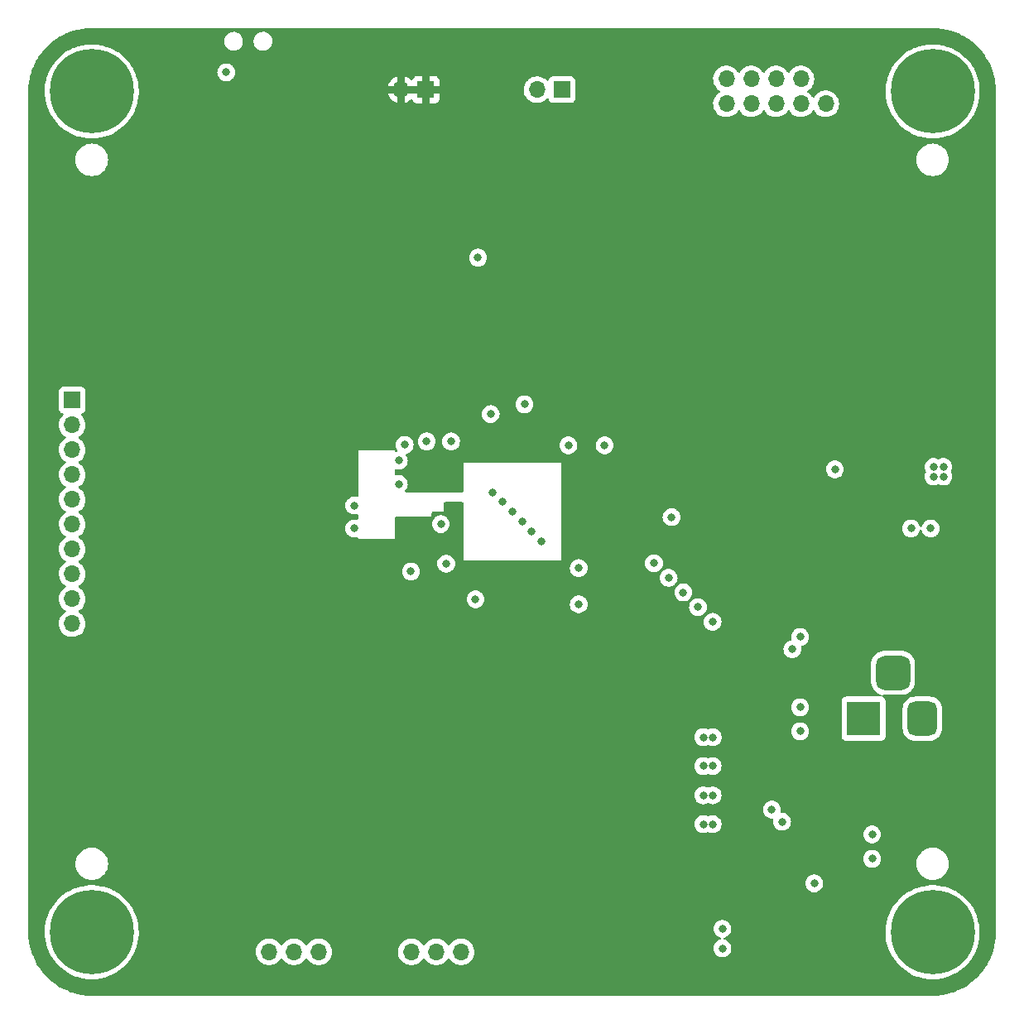
<source format=gbr>
%TF.GenerationSoftware,KiCad,Pcbnew,(6.0.11)*%
%TF.CreationDate,2023-04-03T14:35:14+03:00*%
%TF.ProjectId,STM32Custom,53544d33-3243-4757-9374-6f6d2e6b6963,rev?*%
%TF.SameCoordinates,Original*%
%TF.FileFunction,Copper,L3,Inr*%
%TF.FilePolarity,Positive*%
%FSLAX46Y46*%
G04 Gerber Fmt 4.6, Leading zero omitted, Abs format (unit mm)*
G04 Created by KiCad (PCBNEW (6.0.11)) date 2023-04-03 14:35:14*
%MOMM*%
%LPD*%
G01*
G04 APERTURE LIST*
G04 Aperture macros list*
%AMRoundRect*
0 Rectangle with rounded corners*
0 $1 Rounding radius*
0 $2 $3 $4 $5 $6 $7 $8 $9 X,Y pos of 4 corners*
0 Add a 4 corners polygon primitive as box body*
4,1,4,$2,$3,$4,$5,$6,$7,$8,$9,$2,$3,0*
0 Add four circle primitives for the rounded corners*
1,1,$1+$1,$2,$3*
1,1,$1+$1,$4,$5*
1,1,$1+$1,$6,$7*
1,1,$1+$1,$8,$9*
0 Add four rect primitives between the rounded corners*
20,1,$1+$1,$2,$3,$4,$5,0*
20,1,$1+$1,$4,$5,$6,$7,0*
20,1,$1+$1,$6,$7,$8,$9,0*
20,1,$1+$1,$8,$9,$2,$3,0*%
G04 Aperture macros list end*
%TA.AperFunction,ComponentPad*%
%ADD10R,1.700000X1.700000*%
%TD*%
%TA.AperFunction,ComponentPad*%
%ADD11O,1.700000X1.700000*%
%TD*%
%TA.AperFunction,ComponentPad*%
%ADD12R,3.500000X3.500000*%
%TD*%
%TA.AperFunction,ComponentPad*%
%ADD13RoundRect,0.750000X0.750000X1.000000X-0.750000X1.000000X-0.750000X-1.000000X0.750000X-1.000000X0*%
%TD*%
%TA.AperFunction,ComponentPad*%
%ADD14RoundRect,0.875000X0.875000X0.875000X-0.875000X0.875000X-0.875000X-0.875000X0.875000X-0.875000X0*%
%TD*%
%TA.AperFunction,ComponentPad*%
%ADD15C,0.900000*%
%TD*%
%TA.AperFunction,ComponentPad*%
%ADD16C,8.600000*%
%TD*%
%TA.AperFunction,ViaPad*%
%ADD17C,0.800000*%
%TD*%
G04 APERTURE END LIST*
D10*
%TO.N,GND*%
%TO.C,J8*%
X126555000Y-35820000D03*
D11*
X124015000Y-35820000D03*
%TD*%
D10*
%TO.N,+3V3*%
%TO.C,J7*%
X112645000Y-35820000D03*
D11*
X110105000Y-35820000D03*
%TD*%
D12*
%TO.N,+12V*%
%TO.C,J1*%
X157425000Y-100157500D03*
D13*
%TO.N,GND*%
X163425000Y-100157500D03*
D14*
X160425000Y-95457500D03*
%TD*%
D10*
%TO.N,+3V3*%
%TO.C,J2*%
X153550000Y-34725000D03*
D11*
%TO.N,SWDIO*%
X153550000Y-37265000D03*
%TO.N,GND*%
X151010000Y-34725000D03*
%TO.N,SWCLK*%
X151010000Y-37265000D03*
%TO.N,GND*%
X148470000Y-34725000D03*
%TO.N,SWO*%
X148470000Y-37265000D03*
%TO.N,unconnected-(J2-Pad7)*%
X145930000Y-34725000D03*
%TO.N,unconnected-(J2-Pad8)*%
X145930000Y-37265000D03*
%TO.N,GND*%
X143390000Y-34725000D03*
%TO.N,NRST*%
X143390000Y-37265000D03*
%TD*%
D15*
%TO.N,GND*%
%TO.C,H3*%
X167700000Y-122000000D03*
D16*
X164475000Y-122000000D03*
D15*
X164475000Y-125225000D03*
X162194581Y-124280419D03*
X166755419Y-119719581D03*
X166755419Y-124280419D03*
X161250000Y-122000000D03*
X164475000Y-118775000D03*
X162194581Y-119719581D03*
%TD*%
D10*
%TO.N,+3V3*%
%TO.C,J4*%
X118775000Y-124000000D03*
D11*
%TO.N,I2C2_SDA*%
X116235000Y-124000000D03*
%TO.N,I2C2_SCL*%
X113695000Y-124000000D03*
%TO.N,GND*%
X111155000Y-124000000D03*
%TD*%
D16*
%TO.N,GND*%
%TO.C,H1*%
X78475000Y-122000000D03*
D15*
X80755419Y-119719581D03*
X81700000Y-122000000D03*
X76194581Y-124280419D03*
X78475000Y-125225000D03*
X76194581Y-119719581D03*
X78475000Y-118775000D03*
X80755419Y-124280419D03*
X75250000Y-122000000D03*
%TD*%
%TO.N,GND*%
%TO.C,H2*%
X161250000Y-36000000D03*
X166755419Y-38280419D03*
X164475000Y-32775000D03*
X166755419Y-33719581D03*
D16*
X164475000Y-36000000D03*
D15*
X167700000Y-36000000D03*
X164475000Y-39225000D03*
X162194581Y-38280419D03*
X162194581Y-33719581D03*
%TD*%
%TO.N,GND*%
%TO.C,H4*%
X78475000Y-39225000D03*
X76194581Y-33719581D03*
X78475000Y-32775000D03*
X75250000Y-36000000D03*
X80755419Y-38280419D03*
X81700000Y-36000000D03*
X80755419Y-33719581D03*
D16*
X78475000Y-36000000D03*
D15*
X76194581Y-38280419D03*
%TD*%
D10*
%TO.N,PA9*%
%TO.C,J6*%
X76475000Y-67575000D03*
D11*
%TO.N,PA8*%
X76475000Y-70115000D03*
%TO.N,PC9*%
X76475000Y-72655000D03*
%TO.N,PC8*%
X76475000Y-75195000D03*
%TO.N,PC7*%
X76475000Y-77735000D03*
%TO.N,PC6*%
X76475000Y-80275000D03*
%TO.N,PB15*%
X76475000Y-82815000D03*
%TO.N,PB14*%
X76475000Y-85355000D03*
%TO.N,PB13*%
X76475000Y-87895000D03*
%TO.N,PB12*%
X76475000Y-90435000D03*
%TD*%
D10*
%TO.N,+3V3*%
%TO.C,J3*%
X104220000Y-124000000D03*
D11*
%TO.N,USART2_RX*%
X101680000Y-124000000D03*
%TO.N,USART2_TX*%
X99140000Y-124000000D03*
%TO.N,GND*%
X96600000Y-124000000D03*
%TD*%
D17*
%TO.N,+3V3*%
X116825000Y-70000000D03*
X149075000Y-105200000D03*
X126675000Y-84750000D03*
X122925000Y-53000000D03*
X118075000Y-115100000D03*
X115125000Y-73700000D03*
X119225000Y-88000000D03*
X111475000Y-74600000D03*
X145975000Y-103500000D03*
X123225000Y-47100000D03*
X149075000Y-107550000D03*
X143925000Y-106500000D03*
X133475000Y-119300000D03*
X120475000Y-47100000D03*
X157544000Y-110242000D03*
X127225000Y-73750000D03*
X133475000Y-122750000D03*
X135375000Y-121000000D03*
X111875000Y-115100000D03*
X118075000Y-117400000D03*
X111875000Y-117400000D03*
X96725000Y-34050000D03*
X131525000Y-121000000D03*
X145975000Y-106500000D03*
X109475000Y-83700000D03*
X143925000Y-103500000D03*
X117725000Y-47100000D03*
%TO.N,GND*%
X141025000Y-110950000D03*
X128275000Y-84750000D03*
X141975000Y-105000000D03*
X110475000Y-72150000D03*
X115225000Y-71800000D03*
X150925000Y-101450000D03*
X164275000Y-80700000D03*
X165575000Y-74400000D03*
X158294000Y-111992000D03*
X137775000Y-79550000D03*
X114725000Y-84300000D03*
X127225000Y-72200000D03*
X114175000Y-80250000D03*
X141975000Y-102050000D03*
X109875000Y-73750000D03*
X150925000Y-91800000D03*
X117975000Y-53000000D03*
X130925000Y-72200000D03*
X141025000Y-102050000D03*
X112725000Y-71800000D03*
X162275000Y-80700000D03*
X109875000Y-76150000D03*
X152375000Y-117000000D03*
X142975000Y-121650000D03*
X128275000Y-88450000D03*
X149075000Y-110700000D03*
X150925000Y-99000000D03*
X164575000Y-74400000D03*
X141025000Y-108000000D03*
X141975000Y-110950000D03*
X142975000Y-123650000D03*
X148025000Y-109450000D03*
X154475000Y-74650000D03*
X105325000Y-80700000D03*
X111125000Y-85100000D03*
X119275000Y-69000000D03*
X105325000Y-78350000D03*
X150125000Y-93050000D03*
X92225000Y-34050000D03*
X141975000Y-108000000D03*
X164575000Y-75400000D03*
X117725000Y-87950000D03*
X165575000Y-75400000D03*
X141025000Y-105000000D03*
X158294000Y-114492000D03*
%TO.N,NRST*%
X122725000Y-68000000D03*
X119475000Y-77000000D03*
%TO.N,PB12*%
X141975000Y-90250000D03*
%TO.N,PB13*%
X140475000Y-88750000D03*
%TO.N,PB14*%
X138975000Y-87250000D03*
%TO.N,PB15*%
X137475000Y-85750000D03*
%TO.N,PC6*%
X135975000Y-84250000D03*
%TO.N,PC7*%
X124475000Y-82000000D03*
%TO.N,PC8*%
X123475000Y-81000000D03*
%TO.N,PC9*%
X122475000Y-80000000D03*
%TO.N,PA8*%
X121475000Y-79000000D03*
%TO.N,PA9*%
X120475000Y-78000000D03*
%TD*%
%TA.AperFunction,Conductor*%
%TO.N,+3V3*%
G36*
X164445018Y-29510000D02*
G01*
X164459851Y-29512310D01*
X164459855Y-29512310D01*
X164468724Y-29513691D01*
X164490504Y-29510843D01*
X164511546Y-29509867D01*
X164724974Y-29517853D01*
X164955398Y-29526476D01*
X164964793Y-29527180D01*
X165437830Y-29580478D01*
X165447148Y-29581883D01*
X165914855Y-29670377D01*
X165924041Y-29672473D01*
X166383857Y-29795681D01*
X166392861Y-29798459D01*
X166842168Y-29955678D01*
X166850908Y-29959108D01*
X167287229Y-30149473D01*
X167295718Y-30153561D01*
X167330936Y-30172174D01*
X167716598Y-30376002D01*
X167724743Y-30380705D01*
X168127813Y-30633971D01*
X168135578Y-30639265D01*
X168518602Y-30921950D01*
X168525947Y-30927807D01*
X168886401Y-31238003D01*
X168886769Y-31238320D01*
X168893676Y-31244729D01*
X169230271Y-31581324D01*
X169236679Y-31588230D01*
X169547193Y-31949053D01*
X169553050Y-31956398D01*
X169835735Y-32339422D01*
X169841029Y-32347187D01*
X169964324Y-32543409D01*
X170094291Y-32750250D01*
X170098998Y-32758402D01*
X170101279Y-32762717D01*
X170321439Y-33179282D01*
X170325525Y-33187768D01*
X170515892Y-33624092D01*
X170519322Y-33632832D01*
X170611974Y-33897617D01*
X170676541Y-34082139D01*
X170679319Y-34091143D01*
X170718242Y-34236406D01*
X170784362Y-34483165D01*
X170802527Y-34550959D01*
X170804623Y-34560143D01*
X170828542Y-34686562D01*
X170893117Y-35027852D01*
X170894522Y-35037170D01*
X170947820Y-35510207D01*
X170948524Y-35519602D01*
X170951693Y-35604292D01*
X170964585Y-35948795D01*
X170964852Y-35955943D01*
X170963439Y-35980045D01*
X170962690Y-35984851D01*
X170962690Y-35984855D01*
X170961309Y-35993724D01*
X170962473Y-36002626D01*
X170962473Y-36002628D01*
X170963222Y-36008357D01*
X170964734Y-36019912D01*
X170965436Y-36025283D01*
X170966500Y-36041621D01*
X170966500Y-121950633D01*
X170965000Y-121970018D01*
X170962690Y-121984851D01*
X170962690Y-121984855D01*
X170961309Y-121993724D01*
X170964157Y-122015504D01*
X170965133Y-122036546D01*
X170957157Y-122249691D01*
X170948524Y-122480398D01*
X170947820Y-122489793D01*
X170894522Y-122962830D01*
X170893117Y-122972148D01*
X170804623Y-123439855D01*
X170802527Y-123449041D01*
X170679319Y-123908857D01*
X170676541Y-123917861D01*
X170529391Y-124338394D01*
X170519326Y-124367157D01*
X170515892Y-124375908D01*
X170326940Y-124808990D01*
X170325527Y-124812229D01*
X170321439Y-124820718D01*
X170136366Y-125170896D01*
X170099003Y-125241590D01*
X170094295Y-125249743D01*
X169841029Y-125652813D01*
X169835735Y-125660578D01*
X169553050Y-126043602D01*
X169547193Y-126050947D01*
X169455817Y-126157128D01*
X169236680Y-126411769D01*
X169230271Y-126418676D01*
X168893676Y-126755271D01*
X168886770Y-126761679D01*
X168525947Y-127072193D01*
X168518602Y-127078050D01*
X168135578Y-127360735D01*
X168127813Y-127366029D01*
X167724743Y-127619295D01*
X167716598Y-127623998D01*
X167489185Y-127744189D01*
X167295718Y-127846439D01*
X167287232Y-127850525D01*
X166850908Y-128040892D01*
X166842168Y-128044322D01*
X166575031Y-128137797D01*
X166392861Y-128201541D01*
X166383857Y-128204319D01*
X165924041Y-128327527D01*
X165914855Y-128329623D01*
X165447148Y-128418117D01*
X165437830Y-128419522D01*
X164964793Y-128472820D01*
X164955398Y-128473524D01*
X164772451Y-128480370D01*
X164519052Y-128489852D01*
X164494955Y-128488439D01*
X164490149Y-128487690D01*
X164490145Y-128487690D01*
X164481276Y-128486309D01*
X164472374Y-128487473D01*
X164472372Y-128487473D01*
X164457323Y-128489441D01*
X164449714Y-128490436D01*
X164433379Y-128491500D01*
X78524367Y-128491500D01*
X78504982Y-128490000D01*
X78490149Y-128487690D01*
X78490145Y-128487690D01*
X78481276Y-128486309D01*
X78459496Y-128489157D01*
X78438454Y-128490133D01*
X78225026Y-128482147D01*
X77994602Y-128473524D01*
X77985207Y-128472820D01*
X77512170Y-128419522D01*
X77502852Y-128418117D01*
X77035145Y-128329623D01*
X77025959Y-128327527D01*
X76566143Y-128204319D01*
X76557139Y-128201541D01*
X76374969Y-128137797D01*
X76107832Y-128044322D01*
X76099092Y-128040892D01*
X75662768Y-127850525D01*
X75654282Y-127846439D01*
X75460815Y-127744189D01*
X75233402Y-127623998D01*
X75225257Y-127619295D01*
X74822187Y-127366029D01*
X74814422Y-127360735D01*
X74431398Y-127078050D01*
X74424053Y-127072193D01*
X74063230Y-126761679D01*
X74056324Y-126755271D01*
X73719729Y-126418676D01*
X73713320Y-126411769D01*
X73494183Y-126157128D01*
X73402807Y-126050947D01*
X73396950Y-126043602D01*
X73114265Y-125660578D01*
X73108971Y-125652813D01*
X72855705Y-125249743D01*
X72850997Y-125241590D01*
X72813635Y-125170896D01*
X72628561Y-124820718D01*
X72624473Y-124812229D01*
X72623060Y-124808990D01*
X72434108Y-124375908D01*
X72430674Y-124367157D01*
X72420610Y-124338394D01*
X72273459Y-123917861D01*
X72270681Y-123908857D01*
X72147473Y-123449041D01*
X72145377Y-123439855D01*
X72056883Y-122972148D01*
X72055478Y-122962830D01*
X72002180Y-122489793D01*
X72001476Y-122480398D01*
X71985290Y-122047842D01*
X71986949Y-122022222D01*
X71987769Y-122017349D01*
X71988576Y-122012552D01*
X71988729Y-122000000D01*
X71984773Y-121972376D01*
X71983500Y-121954514D01*
X71983500Y-121874001D01*
X73663302Y-121874001D01*
X73671151Y-122302233D01*
X73717036Y-122728071D01*
X73717582Y-122730817D01*
X73717583Y-122730822D01*
X73720552Y-122745747D01*
X73800594Y-123148144D01*
X73921163Y-123559127D01*
X73922190Y-123561740D01*
X73922190Y-123561741D01*
X74062111Y-123917861D01*
X74077789Y-123957765D01*
X74097217Y-123996646D01*
X74265158Y-124332749D01*
X74269231Y-124340901D01*
X74493974Y-124705502D01*
X74750239Y-125048682D01*
X74752100Y-125050760D01*
X74752101Y-125050761D01*
X75034127Y-125365637D01*
X75034133Y-125365643D01*
X75035995Y-125367722D01*
X75348981Y-125660098D01*
X75686719Y-125923493D01*
X76046533Y-126155822D01*
X76049012Y-126157126D01*
X76049015Y-126157128D01*
X76423077Y-126353932D01*
X76423083Y-126353935D01*
X76425577Y-126355247D01*
X76428175Y-126356331D01*
X76428179Y-126356333D01*
X76818263Y-126519109D01*
X76818268Y-126519111D01*
X76820847Y-126520187D01*
X76823512Y-126521030D01*
X76823518Y-126521032D01*
X77045561Y-126591254D01*
X77229214Y-126649336D01*
X77647446Y-126741673D01*
X77650220Y-126742031D01*
X77650221Y-126742031D01*
X78069460Y-126796109D01*
X78069467Y-126796110D01*
X78072230Y-126796466D01*
X78075017Y-126796576D01*
X78075023Y-126796576D01*
X78323238Y-126806328D01*
X78500203Y-126813281D01*
X78502995Y-126813142D01*
X78503000Y-126813142D01*
X78925172Y-126792125D01*
X78925181Y-126792124D01*
X78927976Y-126791985D01*
X78930753Y-126791597D01*
X78930755Y-126791597D01*
X79005066Y-126781219D01*
X79352163Y-126732747D01*
X79769404Y-126636036D01*
X79983307Y-126565915D01*
X80173744Y-126503487D01*
X80173750Y-126503485D01*
X80176397Y-126502617D01*
X80569918Y-126333547D01*
X80946852Y-126130164D01*
X81304214Y-125894080D01*
X81639175Y-125627162D01*
X81949082Y-125331525D01*
X81950919Y-125329431D01*
X81950927Y-125329422D01*
X82229635Y-125011616D01*
X82231482Y-125009510D01*
X82243442Y-124993140D01*
X82482490Y-124665923D01*
X82484139Y-124663666D01*
X82485585Y-124661265D01*
X82703601Y-124299142D01*
X82703606Y-124299133D01*
X82705052Y-124296731D01*
X82865665Y-123966695D01*
X95237251Y-123966695D01*
X95237548Y-123971848D01*
X95237548Y-123971851D01*
X95243011Y-124066590D01*
X95250110Y-124189715D01*
X95251247Y-124194761D01*
X95251248Y-124194767D01*
X95271119Y-124282939D01*
X95299222Y-124407639D01*
X95383266Y-124614616D01*
X95434019Y-124697438D01*
X95497291Y-124800688D01*
X95499987Y-124805088D01*
X95646250Y-124973938D01*
X95818126Y-125116632D01*
X96011000Y-125229338D01*
X96015825Y-125231180D01*
X96015826Y-125231181D01*
X96088612Y-125258975D01*
X96219692Y-125309030D01*
X96224760Y-125310061D01*
X96224763Y-125310062D01*
X96319921Y-125329422D01*
X96438597Y-125353567D01*
X96443772Y-125353757D01*
X96443774Y-125353757D01*
X96656673Y-125361564D01*
X96656677Y-125361564D01*
X96661837Y-125361753D01*
X96666957Y-125361097D01*
X96666959Y-125361097D01*
X96878288Y-125334025D01*
X96878289Y-125334025D01*
X96883416Y-125333368D01*
X96896569Y-125329422D01*
X97092429Y-125270661D01*
X97092434Y-125270659D01*
X97097384Y-125269174D01*
X97297994Y-125170896D01*
X97479860Y-125041173D01*
X97509521Y-125011616D01*
X97634435Y-124887137D01*
X97638096Y-124883489D01*
X97697594Y-124800689D01*
X97768453Y-124702077D01*
X97769776Y-124703028D01*
X97816645Y-124659857D01*
X97886580Y-124647625D01*
X97952026Y-124675144D01*
X97979875Y-124706994D01*
X98039987Y-124805088D01*
X98186250Y-124973938D01*
X98358126Y-125116632D01*
X98551000Y-125229338D01*
X98555825Y-125231180D01*
X98555826Y-125231181D01*
X98628612Y-125258975D01*
X98759692Y-125309030D01*
X98764760Y-125310061D01*
X98764763Y-125310062D01*
X98859921Y-125329422D01*
X98978597Y-125353567D01*
X98983772Y-125353757D01*
X98983774Y-125353757D01*
X99196673Y-125361564D01*
X99196677Y-125361564D01*
X99201837Y-125361753D01*
X99206957Y-125361097D01*
X99206959Y-125361097D01*
X99418288Y-125334025D01*
X99418289Y-125334025D01*
X99423416Y-125333368D01*
X99436569Y-125329422D01*
X99632429Y-125270661D01*
X99632434Y-125270659D01*
X99637384Y-125269174D01*
X99837994Y-125170896D01*
X100019860Y-125041173D01*
X100049521Y-125011616D01*
X100174435Y-124887137D01*
X100178096Y-124883489D01*
X100237594Y-124800689D01*
X100308453Y-124702077D01*
X100309776Y-124703028D01*
X100356645Y-124659857D01*
X100426580Y-124647625D01*
X100492026Y-124675144D01*
X100519875Y-124706994D01*
X100579987Y-124805088D01*
X100726250Y-124973938D01*
X100898126Y-125116632D01*
X101091000Y-125229338D01*
X101095825Y-125231180D01*
X101095826Y-125231181D01*
X101168612Y-125258975D01*
X101299692Y-125309030D01*
X101304760Y-125310061D01*
X101304763Y-125310062D01*
X101399921Y-125329422D01*
X101518597Y-125353567D01*
X101523772Y-125353757D01*
X101523774Y-125353757D01*
X101736673Y-125361564D01*
X101736677Y-125361564D01*
X101741837Y-125361753D01*
X101746957Y-125361097D01*
X101746959Y-125361097D01*
X101958288Y-125334025D01*
X101958289Y-125334025D01*
X101963416Y-125333368D01*
X101976569Y-125329422D01*
X102172429Y-125270661D01*
X102172434Y-125270659D01*
X102177384Y-125269174D01*
X102377994Y-125170896D01*
X102559860Y-125041173D01*
X102589521Y-125011616D01*
X102714435Y-124887137D01*
X102718096Y-124883489D01*
X102777594Y-124800689D01*
X102845435Y-124706277D01*
X102848453Y-124702077D01*
X102866322Y-124665923D01*
X102945136Y-124506453D01*
X102945137Y-124506451D01*
X102947430Y-124501811D01*
X102988341Y-124367157D01*
X103010865Y-124293023D01*
X103010865Y-124293021D01*
X103012370Y-124288069D01*
X103041529Y-124066590D01*
X103041611Y-124063240D01*
X103043074Y-124003365D01*
X103043074Y-124003361D01*
X103043156Y-124000000D01*
X103040418Y-123966695D01*
X109792251Y-123966695D01*
X109792548Y-123971848D01*
X109792548Y-123971851D01*
X109798011Y-124066590D01*
X109805110Y-124189715D01*
X109806247Y-124194761D01*
X109806248Y-124194767D01*
X109826119Y-124282939D01*
X109854222Y-124407639D01*
X109938266Y-124614616D01*
X109989019Y-124697438D01*
X110052291Y-124800688D01*
X110054987Y-124805088D01*
X110201250Y-124973938D01*
X110373126Y-125116632D01*
X110566000Y-125229338D01*
X110570825Y-125231180D01*
X110570826Y-125231181D01*
X110643612Y-125258975D01*
X110774692Y-125309030D01*
X110779760Y-125310061D01*
X110779763Y-125310062D01*
X110874921Y-125329422D01*
X110993597Y-125353567D01*
X110998772Y-125353757D01*
X110998774Y-125353757D01*
X111211673Y-125361564D01*
X111211677Y-125361564D01*
X111216837Y-125361753D01*
X111221957Y-125361097D01*
X111221959Y-125361097D01*
X111433288Y-125334025D01*
X111433289Y-125334025D01*
X111438416Y-125333368D01*
X111451569Y-125329422D01*
X111647429Y-125270661D01*
X111647434Y-125270659D01*
X111652384Y-125269174D01*
X111852994Y-125170896D01*
X112034860Y-125041173D01*
X112064521Y-125011616D01*
X112189435Y-124887137D01*
X112193096Y-124883489D01*
X112252594Y-124800689D01*
X112323453Y-124702077D01*
X112324776Y-124703028D01*
X112371645Y-124659857D01*
X112441580Y-124647625D01*
X112507026Y-124675144D01*
X112534875Y-124706994D01*
X112594987Y-124805088D01*
X112741250Y-124973938D01*
X112913126Y-125116632D01*
X113106000Y-125229338D01*
X113110825Y-125231180D01*
X113110826Y-125231181D01*
X113183612Y-125258975D01*
X113314692Y-125309030D01*
X113319760Y-125310061D01*
X113319763Y-125310062D01*
X113414921Y-125329422D01*
X113533597Y-125353567D01*
X113538772Y-125353757D01*
X113538774Y-125353757D01*
X113751673Y-125361564D01*
X113751677Y-125361564D01*
X113756837Y-125361753D01*
X113761957Y-125361097D01*
X113761959Y-125361097D01*
X113973288Y-125334025D01*
X113973289Y-125334025D01*
X113978416Y-125333368D01*
X113991569Y-125329422D01*
X114187429Y-125270661D01*
X114187434Y-125270659D01*
X114192384Y-125269174D01*
X114392994Y-125170896D01*
X114574860Y-125041173D01*
X114604521Y-125011616D01*
X114729435Y-124887137D01*
X114733096Y-124883489D01*
X114792594Y-124800689D01*
X114863453Y-124702077D01*
X114864776Y-124703028D01*
X114911645Y-124659857D01*
X114981580Y-124647625D01*
X115047026Y-124675144D01*
X115074875Y-124706994D01*
X115134987Y-124805088D01*
X115281250Y-124973938D01*
X115453126Y-125116632D01*
X115646000Y-125229338D01*
X115650825Y-125231180D01*
X115650826Y-125231181D01*
X115723612Y-125258975D01*
X115854692Y-125309030D01*
X115859760Y-125310061D01*
X115859763Y-125310062D01*
X115954921Y-125329422D01*
X116073597Y-125353567D01*
X116078772Y-125353757D01*
X116078774Y-125353757D01*
X116291673Y-125361564D01*
X116291677Y-125361564D01*
X116296837Y-125361753D01*
X116301957Y-125361097D01*
X116301959Y-125361097D01*
X116513288Y-125334025D01*
X116513289Y-125334025D01*
X116518416Y-125333368D01*
X116531569Y-125329422D01*
X116727429Y-125270661D01*
X116727434Y-125270659D01*
X116732384Y-125269174D01*
X116932994Y-125170896D01*
X117114860Y-125041173D01*
X117144521Y-125011616D01*
X117269435Y-124887137D01*
X117273096Y-124883489D01*
X117332594Y-124800689D01*
X117400435Y-124706277D01*
X117403453Y-124702077D01*
X117421322Y-124665923D01*
X117500136Y-124506453D01*
X117500137Y-124506451D01*
X117502430Y-124501811D01*
X117543341Y-124367157D01*
X117565865Y-124293023D01*
X117565865Y-124293021D01*
X117567370Y-124288069D01*
X117596529Y-124066590D01*
X117596611Y-124063240D01*
X117598074Y-124003365D01*
X117598074Y-124003361D01*
X117598156Y-124000000D01*
X117579852Y-123777361D01*
X117547861Y-123650000D01*
X142061496Y-123650000D01*
X142062186Y-123656565D01*
X142074355Y-123772342D01*
X142081458Y-123839928D01*
X142140473Y-124021556D01*
X142235960Y-124186944D01*
X142240378Y-124191851D01*
X142240379Y-124191852D01*
X142336983Y-124299142D01*
X142363747Y-124328866D01*
X142518248Y-124441118D01*
X142524276Y-124443802D01*
X142524278Y-124443803D01*
X142686234Y-124515910D01*
X142692712Y-124518794D01*
X142786113Y-124538647D01*
X142873056Y-124557128D01*
X142873061Y-124557128D01*
X142879513Y-124558500D01*
X143070487Y-124558500D01*
X143076939Y-124557128D01*
X143076944Y-124557128D01*
X143163887Y-124538647D01*
X143257288Y-124518794D01*
X143263766Y-124515910D01*
X143425722Y-124443803D01*
X143425724Y-124443802D01*
X143431752Y-124441118D01*
X143586253Y-124328866D01*
X143613017Y-124299142D01*
X143709621Y-124191852D01*
X143709622Y-124191851D01*
X143714040Y-124186944D01*
X143809527Y-124021556D01*
X143868542Y-123839928D01*
X143875646Y-123772342D01*
X143887814Y-123656565D01*
X143888504Y-123650000D01*
X143878670Y-123556433D01*
X143869232Y-123466635D01*
X143869232Y-123466633D01*
X143868542Y-123460072D01*
X143809527Y-123278444D01*
X143714040Y-123113056D01*
X143598174Y-122984373D01*
X143590675Y-122976045D01*
X143590674Y-122976044D01*
X143586253Y-122971134D01*
X143444027Y-122867800D01*
X143437094Y-122862763D01*
X143437093Y-122862762D01*
X143431752Y-122858882D01*
X143425724Y-122856198D01*
X143425722Y-122856197D01*
X143263319Y-122783891D01*
X143263318Y-122783891D01*
X143257288Y-122781206D01*
X143219844Y-122773247D01*
X143157371Y-122739518D01*
X143123049Y-122677369D01*
X143127777Y-122606530D01*
X143170053Y-122549492D01*
X143219844Y-122526753D01*
X143257288Y-122518794D01*
X143263319Y-122516109D01*
X143425722Y-122443803D01*
X143425724Y-122443802D01*
X143431752Y-122441118D01*
X143586253Y-122328866D01*
X143607735Y-122305008D01*
X143709621Y-122191852D01*
X143709622Y-122191851D01*
X143714040Y-122186944D01*
X143809527Y-122021556D01*
X143857471Y-121874001D01*
X159663302Y-121874001D01*
X159671151Y-122302233D01*
X159717036Y-122728071D01*
X159717582Y-122730817D01*
X159717583Y-122730822D01*
X159720552Y-122745747D01*
X159800594Y-123148144D01*
X159921163Y-123559127D01*
X159922190Y-123561740D01*
X159922190Y-123561741D01*
X160062111Y-123917861D01*
X160077789Y-123957765D01*
X160097217Y-123996646D01*
X160265158Y-124332749D01*
X160269231Y-124340901D01*
X160493974Y-124705502D01*
X160750239Y-125048682D01*
X160752100Y-125050760D01*
X160752101Y-125050761D01*
X161034127Y-125365637D01*
X161034133Y-125365643D01*
X161035995Y-125367722D01*
X161348981Y-125660098D01*
X161686719Y-125923493D01*
X162046533Y-126155822D01*
X162049012Y-126157126D01*
X162049015Y-126157128D01*
X162423077Y-126353932D01*
X162423083Y-126353935D01*
X162425577Y-126355247D01*
X162428175Y-126356331D01*
X162428179Y-126356333D01*
X162818263Y-126519109D01*
X162818268Y-126519111D01*
X162820847Y-126520187D01*
X162823512Y-126521030D01*
X162823518Y-126521032D01*
X163045561Y-126591254D01*
X163229214Y-126649336D01*
X163647446Y-126741673D01*
X163650220Y-126742031D01*
X163650221Y-126742031D01*
X164069460Y-126796109D01*
X164069467Y-126796110D01*
X164072230Y-126796466D01*
X164075017Y-126796576D01*
X164075023Y-126796576D01*
X164323238Y-126806328D01*
X164500203Y-126813281D01*
X164502995Y-126813142D01*
X164503000Y-126813142D01*
X164925172Y-126792125D01*
X164925181Y-126792124D01*
X164927976Y-126791985D01*
X164930753Y-126791597D01*
X164930755Y-126791597D01*
X165005066Y-126781219D01*
X165352163Y-126732747D01*
X165769404Y-126636036D01*
X165983307Y-126565915D01*
X166173744Y-126503487D01*
X166173750Y-126503485D01*
X166176397Y-126502617D01*
X166569918Y-126333547D01*
X166946852Y-126130164D01*
X167304214Y-125894080D01*
X167639175Y-125627162D01*
X167949082Y-125331525D01*
X167950919Y-125329431D01*
X167950927Y-125329422D01*
X168229635Y-125011616D01*
X168231482Y-125009510D01*
X168243442Y-124993140D01*
X168482490Y-124665923D01*
X168484139Y-124663666D01*
X168485585Y-124661265D01*
X168703601Y-124299142D01*
X168703606Y-124299133D01*
X168705052Y-124296731D01*
X168871282Y-123955152D01*
X168891238Y-123914145D01*
X168891239Y-123914142D01*
X168892471Y-123911611D01*
X168994610Y-123643435D01*
X169043918Y-123513971D01*
X169043920Y-123513964D01*
X169044914Y-123511355D01*
X169161173Y-123099132D01*
X169184040Y-122977530D01*
X169239811Y-122680954D01*
X169239813Y-122680942D01*
X169240327Y-122678207D01*
X169281750Y-122251911D01*
X169283601Y-122181226D01*
X169288289Y-122002234D01*
X169288289Y-122002220D01*
X169288347Y-122000000D01*
X169269291Y-121572121D01*
X169212275Y-121147630D01*
X169203342Y-121108148D01*
X169118368Y-120732618D01*
X169118368Y-120732617D01*
X169117750Y-120729887D01*
X168986463Y-120322202D01*
X168819456Y-119927801D01*
X168618050Y-119549807D01*
X168383840Y-119191214D01*
X168118680Y-118854860D01*
X167824670Y-118543409D01*
X167822579Y-118541556D01*
X167822571Y-118541548D01*
X167506237Y-118261188D01*
X167506235Y-118261186D01*
X167504137Y-118259327D01*
X167159621Y-118004863D01*
X166808763Y-117791118D01*
X166796237Y-117783487D01*
X166796230Y-117783483D01*
X166793848Y-117782032D01*
X166676514Y-117724169D01*
X166412228Y-117593838D01*
X166409714Y-117592598D01*
X166010262Y-117438062D01*
X165757244Y-117365271D01*
X165601335Y-117320417D01*
X165601329Y-117320415D01*
X165598654Y-117319646D01*
X165595917Y-117319117D01*
X165595911Y-117319115D01*
X165450828Y-117291046D01*
X165178148Y-117238289D01*
X165175374Y-117238005D01*
X165175362Y-117238003D01*
X164892111Y-117208982D01*
X164752076Y-117194634D01*
X164749286Y-117194597D01*
X164749278Y-117194597D01*
X164481825Y-117191096D01*
X164323809Y-117189028D01*
X164321009Y-117189241D01*
X164321008Y-117189241D01*
X164246364Y-117194919D01*
X163896740Y-117221514D01*
X163474249Y-117291836D01*
X163388671Y-117314048D01*
X163062400Y-117398731D01*
X163062389Y-117398734D01*
X163059682Y-117399437D01*
X162801575Y-117491599D01*
X162658964Y-117542520D01*
X162658959Y-117542522D01*
X162656321Y-117543464D01*
X162653781Y-117544635D01*
X162653776Y-117544637D01*
X162551930Y-117591589D01*
X162267361Y-117722777D01*
X161895880Y-117935957D01*
X161893577Y-117937566D01*
X161893570Y-117937571D01*
X161547129Y-118179701D01*
X161544820Y-118181315D01*
X161216961Y-118456909D01*
X160914899Y-118760557D01*
X160641025Y-119089855D01*
X160397508Y-119442194D01*
X160186276Y-119814786D01*
X160009002Y-120204680D01*
X160008080Y-120207306D01*
X160008075Y-120207318D01*
X159968633Y-120319634D01*
X159867089Y-120608790D01*
X159866398Y-120611510D01*
X159866397Y-120611514D01*
X159775065Y-120971134D01*
X159761661Y-121023914D01*
X159693552Y-121446768D01*
X159663302Y-121874001D01*
X143857471Y-121874001D01*
X143868542Y-121839928D01*
X143888504Y-121650000D01*
X143868542Y-121460072D01*
X143809527Y-121278444D01*
X143714040Y-121113056D01*
X143586253Y-120971134D01*
X143431752Y-120858882D01*
X143425724Y-120856198D01*
X143425722Y-120856197D01*
X143263319Y-120783891D01*
X143263318Y-120783891D01*
X143257288Y-120781206D01*
X143163887Y-120761353D01*
X143076944Y-120742872D01*
X143076939Y-120742872D01*
X143070487Y-120741500D01*
X142879513Y-120741500D01*
X142873061Y-120742872D01*
X142873056Y-120742872D01*
X142786113Y-120761353D01*
X142692712Y-120781206D01*
X142686682Y-120783891D01*
X142686681Y-120783891D01*
X142524278Y-120856197D01*
X142524276Y-120856198D01*
X142518248Y-120858882D01*
X142363747Y-120971134D01*
X142235960Y-121113056D01*
X142140473Y-121278444D01*
X142081458Y-121460072D01*
X142061496Y-121650000D01*
X142081458Y-121839928D01*
X142140473Y-122021556D01*
X142235960Y-122186944D01*
X142240378Y-122191851D01*
X142240379Y-122191852D01*
X142342265Y-122305008D01*
X142363747Y-122328866D01*
X142518248Y-122441118D01*
X142524276Y-122443802D01*
X142524278Y-122443803D01*
X142686681Y-122516109D01*
X142692712Y-122518794D01*
X142730156Y-122526753D01*
X142792629Y-122560482D01*
X142826951Y-122622631D01*
X142822223Y-122693470D01*
X142779947Y-122750508D01*
X142730156Y-122773247D01*
X142692712Y-122781206D01*
X142686682Y-122783891D01*
X142686681Y-122783891D01*
X142524278Y-122856197D01*
X142524276Y-122856198D01*
X142518248Y-122858882D01*
X142512907Y-122862762D01*
X142512906Y-122862763D01*
X142505973Y-122867800D01*
X142363747Y-122971134D01*
X142359326Y-122976044D01*
X142359325Y-122976045D01*
X142351827Y-122984373D01*
X142235960Y-123113056D01*
X142140473Y-123278444D01*
X142081458Y-123460072D01*
X142080768Y-123466633D01*
X142080768Y-123466635D01*
X142071330Y-123556433D01*
X142061496Y-123650000D01*
X117547861Y-123650000D01*
X117525431Y-123560702D01*
X117436354Y-123355840D01*
X117315014Y-123168277D01*
X117164670Y-123003051D01*
X117160619Y-122999852D01*
X117160615Y-122999848D01*
X116993414Y-122867800D01*
X116993410Y-122867798D01*
X116989359Y-122864598D01*
X116979005Y-122858882D01*
X116937136Y-122835769D01*
X116793789Y-122756638D01*
X116788920Y-122754914D01*
X116788916Y-122754912D01*
X116588087Y-122683795D01*
X116588083Y-122683794D01*
X116583212Y-122682069D01*
X116578119Y-122681162D01*
X116578116Y-122681161D01*
X116368373Y-122643800D01*
X116368367Y-122643799D01*
X116363284Y-122642894D01*
X116289452Y-122641992D01*
X116145081Y-122640228D01*
X116145079Y-122640228D01*
X116139911Y-122640165D01*
X115919091Y-122673955D01*
X115706756Y-122743357D01*
X115508607Y-122846507D01*
X115504474Y-122849610D01*
X115504471Y-122849612D01*
X115336078Y-122976045D01*
X115329965Y-122980635D01*
X115326393Y-122984373D01*
X115216727Y-123099132D01*
X115175629Y-123142138D01*
X115068201Y-123299621D01*
X115013293Y-123344621D01*
X114942768Y-123352792D01*
X114879021Y-123321538D01*
X114858324Y-123297054D01*
X114777822Y-123172617D01*
X114777820Y-123172614D01*
X114775014Y-123168277D01*
X114624670Y-123003051D01*
X114620619Y-122999852D01*
X114620615Y-122999848D01*
X114453414Y-122867800D01*
X114453410Y-122867798D01*
X114449359Y-122864598D01*
X114439005Y-122858882D01*
X114397136Y-122835769D01*
X114253789Y-122756638D01*
X114248920Y-122754914D01*
X114248916Y-122754912D01*
X114048087Y-122683795D01*
X114048083Y-122683794D01*
X114043212Y-122682069D01*
X114038119Y-122681162D01*
X114038116Y-122681161D01*
X113828373Y-122643800D01*
X113828367Y-122643799D01*
X113823284Y-122642894D01*
X113749452Y-122641992D01*
X113605081Y-122640228D01*
X113605079Y-122640228D01*
X113599911Y-122640165D01*
X113379091Y-122673955D01*
X113166756Y-122743357D01*
X112968607Y-122846507D01*
X112964474Y-122849610D01*
X112964471Y-122849612D01*
X112796078Y-122976045D01*
X112789965Y-122980635D01*
X112786393Y-122984373D01*
X112676727Y-123099132D01*
X112635629Y-123142138D01*
X112528201Y-123299621D01*
X112473293Y-123344621D01*
X112402768Y-123352792D01*
X112339021Y-123321538D01*
X112318324Y-123297054D01*
X112237822Y-123172617D01*
X112237820Y-123172614D01*
X112235014Y-123168277D01*
X112084670Y-123003051D01*
X112080619Y-122999852D01*
X112080615Y-122999848D01*
X111913414Y-122867800D01*
X111913410Y-122867798D01*
X111909359Y-122864598D01*
X111899005Y-122858882D01*
X111857136Y-122835769D01*
X111713789Y-122756638D01*
X111708920Y-122754914D01*
X111708916Y-122754912D01*
X111508087Y-122683795D01*
X111508083Y-122683794D01*
X111503212Y-122682069D01*
X111498119Y-122681162D01*
X111498116Y-122681161D01*
X111288373Y-122643800D01*
X111288367Y-122643799D01*
X111283284Y-122642894D01*
X111209452Y-122641992D01*
X111065081Y-122640228D01*
X111065079Y-122640228D01*
X111059911Y-122640165D01*
X110839091Y-122673955D01*
X110626756Y-122743357D01*
X110428607Y-122846507D01*
X110424474Y-122849610D01*
X110424471Y-122849612D01*
X110256078Y-122976045D01*
X110249965Y-122980635D01*
X110246393Y-122984373D01*
X110136727Y-123099132D01*
X110095629Y-123142138D01*
X110092720Y-123146403D01*
X110092714Y-123146411D01*
X110080404Y-123164457D01*
X109969743Y-123326680D01*
X109954003Y-123360590D01*
X109882806Y-123513971D01*
X109875688Y-123529305D01*
X109815989Y-123744570D01*
X109792251Y-123966695D01*
X103040418Y-123966695D01*
X103024852Y-123777361D01*
X102970431Y-123560702D01*
X102881354Y-123355840D01*
X102760014Y-123168277D01*
X102609670Y-123003051D01*
X102605619Y-122999852D01*
X102605615Y-122999848D01*
X102438414Y-122867800D01*
X102438410Y-122867798D01*
X102434359Y-122864598D01*
X102424005Y-122858882D01*
X102382136Y-122835769D01*
X102238789Y-122756638D01*
X102233920Y-122754914D01*
X102233916Y-122754912D01*
X102033087Y-122683795D01*
X102033083Y-122683794D01*
X102028212Y-122682069D01*
X102023119Y-122681162D01*
X102023116Y-122681161D01*
X101813373Y-122643800D01*
X101813367Y-122643799D01*
X101808284Y-122642894D01*
X101734452Y-122641992D01*
X101590081Y-122640228D01*
X101590079Y-122640228D01*
X101584911Y-122640165D01*
X101364091Y-122673955D01*
X101151756Y-122743357D01*
X100953607Y-122846507D01*
X100949474Y-122849610D01*
X100949471Y-122849612D01*
X100781078Y-122976045D01*
X100774965Y-122980635D01*
X100771393Y-122984373D01*
X100661727Y-123099132D01*
X100620629Y-123142138D01*
X100513201Y-123299621D01*
X100458293Y-123344621D01*
X100387768Y-123352792D01*
X100324021Y-123321538D01*
X100303324Y-123297054D01*
X100222822Y-123172617D01*
X100222820Y-123172614D01*
X100220014Y-123168277D01*
X100069670Y-123003051D01*
X100065619Y-122999852D01*
X100065615Y-122999848D01*
X99898414Y-122867800D01*
X99898410Y-122867798D01*
X99894359Y-122864598D01*
X99884005Y-122858882D01*
X99842136Y-122835769D01*
X99698789Y-122756638D01*
X99693920Y-122754914D01*
X99693916Y-122754912D01*
X99493087Y-122683795D01*
X99493083Y-122683794D01*
X99488212Y-122682069D01*
X99483119Y-122681162D01*
X99483116Y-122681161D01*
X99273373Y-122643800D01*
X99273367Y-122643799D01*
X99268284Y-122642894D01*
X99194452Y-122641992D01*
X99050081Y-122640228D01*
X99050079Y-122640228D01*
X99044911Y-122640165D01*
X98824091Y-122673955D01*
X98611756Y-122743357D01*
X98413607Y-122846507D01*
X98409474Y-122849610D01*
X98409471Y-122849612D01*
X98241078Y-122976045D01*
X98234965Y-122980635D01*
X98231393Y-122984373D01*
X98121727Y-123099132D01*
X98080629Y-123142138D01*
X97973201Y-123299621D01*
X97918293Y-123344621D01*
X97847768Y-123352792D01*
X97784021Y-123321538D01*
X97763324Y-123297054D01*
X97682822Y-123172617D01*
X97682820Y-123172614D01*
X97680014Y-123168277D01*
X97529670Y-123003051D01*
X97525619Y-122999852D01*
X97525615Y-122999848D01*
X97358414Y-122867800D01*
X97358410Y-122867798D01*
X97354359Y-122864598D01*
X97344005Y-122858882D01*
X97302136Y-122835769D01*
X97158789Y-122756638D01*
X97153920Y-122754914D01*
X97153916Y-122754912D01*
X96953087Y-122683795D01*
X96953083Y-122683794D01*
X96948212Y-122682069D01*
X96943119Y-122681162D01*
X96943116Y-122681161D01*
X96733373Y-122643800D01*
X96733367Y-122643799D01*
X96728284Y-122642894D01*
X96654452Y-122641992D01*
X96510081Y-122640228D01*
X96510079Y-122640228D01*
X96504911Y-122640165D01*
X96284091Y-122673955D01*
X96071756Y-122743357D01*
X95873607Y-122846507D01*
X95869474Y-122849610D01*
X95869471Y-122849612D01*
X95701078Y-122976045D01*
X95694965Y-122980635D01*
X95691393Y-122984373D01*
X95581727Y-123099132D01*
X95540629Y-123142138D01*
X95537720Y-123146403D01*
X95537714Y-123146411D01*
X95525404Y-123164457D01*
X95414743Y-123326680D01*
X95399003Y-123360590D01*
X95327806Y-123513971D01*
X95320688Y-123529305D01*
X95260989Y-123744570D01*
X95237251Y-123966695D01*
X82865665Y-123966695D01*
X82871282Y-123955152D01*
X82891238Y-123914145D01*
X82891239Y-123914142D01*
X82892471Y-123911611D01*
X82994610Y-123643435D01*
X83043918Y-123513971D01*
X83043920Y-123513964D01*
X83044914Y-123511355D01*
X83161173Y-123099132D01*
X83184040Y-122977530D01*
X83239811Y-122680954D01*
X83239813Y-122680942D01*
X83240327Y-122678207D01*
X83281750Y-122251911D01*
X83283601Y-122181226D01*
X83288289Y-122002234D01*
X83288289Y-122002220D01*
X83288347Y-122000000D01*
X83269291Y-121572121D01*
X83212275Y-121147630D01*
X83203342Y-121108148D01*
X83118368Y-120732618D01*
X83118368Y-120732617D01*
X83117750Y-120729887D01*
X82986463Y-120322202D01*
X82819456Y-119927801D01*
X82618050Y-119549807D01*
X82383840Y-119191214D01*
X82118680Y-118854860D01*
X81824670Y-118543409D01*
X81822579Y-118541556D01*
X81822571Y-118541548D01*
X81506237Y-118261188D01*
X81506235Y-118261186D01*
X81504137Y-118259327D01*
X81159621Y-118004863D01*
X80808763Y-117791118D01*
X80796237Y-117783487D01*
X80796230Y-117783483D01*
X80793848Y-117782032D01*
X80676514Y-117724169D01*
X80412228Y-117593838D01*
X80409714Y-117592598D01*
X80010262Y-117438062D01*
X79757244Y-117365271D01*
X79601335Y-117320417D01*
X79601329Y-117320415D01*
X79598654Y-117319646D01*
X79595917Y-117319117D01*
X79595911Y-117319115D01*
X79450828Y-117291046D01*
X79178148Y-117238289D01*
X79175374Y-117238005D01*
X79175362Y-117238003D01*
X78892111Y-117208982D01*
X78752076Y-117194634D01*
X78749286Y-117194597D01*
X78749278Y-117194597D01*
X78481825Y-117191096D01*
X78323809Y-117189028D01*
X78321009Y-117189241D01*
X78321008Y-117189241D01*
X78246364Y-117194919D01*
X77896740Y-117221514D01*
X77474249Y-117291836D01*
X77388671Y-117314048D01*
X77062400Y-117398731D01*
X77062389Y-117398734D01*
X77059682Y-117399437D01*
X76801575Y-117491599D01*
X76658964Y-117542520D01*
X76658959Y-117542522D01*
X76656321Y-117543464D01*
X76653781Y-117544635D01*
X76653776Y-117544637D01*
X76551930Y-117591589D01*
X76267361Y-117722777D01*
X75895880Y-117935957D01*
X75893577Y-117937566D01*
X75893570Y-117937571D01*
X75547129Y-118179701D01*
X75544820Y-118181315D01*
X75216961Y-118456909D01*
X74914899Y-118760557D01*
X74641025Y-119089855D01*
X74397508Y-119442194D01*
X74186276Y-119814786D01*
X74009002Y-120204680D01*
X74008080Y-120207306D01*
X74008075Y-120207318D01*
X73968633Y-120319634D01*
X73867089Y-120608790D01*
X73866398Y-120611510D01*
X73866397Y-120611514D01*
X73775065Y-120971134D01*
X73761661Y-121023914D01*
X73693552Y-121446768D01*
X73663302Y-121874001D01*
X71983500Y-121874001D01*
X71983500Y-117000000D01*
X151461496Y-117000000D01*
X151481458Y-117189928D01*
X151540473Y-117371556D01*
X151543776Y-117377278D01*
X151543777Y-117377279D01*
X151556570Y-117399437D01*
X151635960Y-117536944D01*
X151640378Y-117541851D01*
X151640379Y-117541852D01*
X151759325Y-117673955D01*
X151763747Y-117678866D01*
X151918248Y-117791118D01*
X151924276Y-117793802D01*
X151924278Y-117793803D01*
X152086681Y-117866109D01*
X152092712Y-117868794D01*
X152186112Y-117888647D01*
X152273056Y-117907128D01*
X152273061Y-117907128D01*
X152279513Y-117908500D01*
X152470487Y-117908500D01*
X152476939Y-117907128D01*
X152476944Y-117907128D01*
X152563888Y-117888647D01*
X152657288Y-117868794D01*
X152663319Y-117866109D01*
X152825722Y-117793803D01*
X152825724Y-117793802D01*
X152831752Y-117791118D01*
X152986253Y-117678866D01*
X152990675Y-117673955D01*
X153109621Y-117541852D01*
X153109622Y-117541851D01*
X153114040Y-117536944D01*
X153193430Y-117399437D01*
X153206223Y-117377279D01*
X153206224Y-117377278D01*
X153209527Y-117371556D01*
X153268542Y-117189928D01*
X153288504Y-117000000D01*
X153268542Y-116810072D01*
X153209527Y-116628444D01*
X153114040Y-116463056D01*
X152986253Y-116321134D01*
X152831752Y-116208882D01*
X152825724Y-116206198D01*
X152825722Y-116206197D01*
X152663319Y-116133891D01*
X152663318Y-116133891D01*
X152657288Y-116131206D01*
X152563887Y-116111353D01*
X152476944Y-116092872D01*
X152476939Y-116092872D01*
X152470487Y-116091500D01*
X152279513Y-116091500D01*
X152273061Y-116092872D01*
X152273056Y-116092872D01*
X152186113Y-116111353D01*
X152092712Y-116131206D01*
X152086682Y-116133891D01*
X152086681Y-116133891D01*
X151924278Y-116206197D01*
X151924276Y-116206198D01*
X151918248Y-116208882D01*
X151763747Y-116321134D01*
X151635960Y-116463056D01*
X151540473Y-116628444D01*
X151481458Y-116810072D01*
X151461496Y-117000000D01*
X71983500Y-117000000D01*
X71983500Y-115000000D01*
X76809365Y-115000000D01*
X76829872Y-115260563D01*
X76831026Y-115265370D01*
X76831027Y-115265376D01*
X76863138Y-115399128D01*
X76890887Y-115514710D01*
X76990908Y-115756182D01*
X77127473Y-115979036D01*
X77130685Y-115982796D01*
X77130688Y-115982801D01*
X77281828Y-116159762D01*
X77297218Y-116177782D01*
X77300980Y-116180995D01*
X77492199Y-116344312D01*
X77492204Y-116344315D01*
X77495964Y-116347527D01*
X77718818Y-116484092D01*
X77723388Y-116485985D01*
X77723392Y-116485987D01*
X77955717Y-116582219D01*
X77960290Y-116584113D01*
X78048061Y-116605185D01*
X78209624Y-116643973D01*
X78209630Y-116643974D01*
X78214437Y-116645128D01*
X78475000Y-116665635D01*
X78735563Y-116645128D01*
X78740370Y-116643974D01*
X78740376Y-116643973D01*
X78901939Y-116605185D01*
X78989710Y-116584113D01*
X78994283Y-116582219D01*
X79226608Y-116485987D01*
X79226612Y-116485985D01*
X79231182Y-116484092D01*
X79454036Y-116347527D01*
X79457796Y-116344315D01*
X79457801Y-116344312D01*
X79649020Y-116180995D01*
X79652782Y-116177782D01*
X79668172Y-116159762D01*
X79819312Y-115982801D01*
X79819315Y-115982796D01*
X79822527Y-115979036D01*
X79959092Y-115756182D01*
X80059113Y-115514710D01*
X80086862Y-115399128D01*
X80118973Y-115265376D01*
X80118974Y-115265370D01*
X80120128Y-115260563D01*
X80140635Y-115000000D01*
X80120128Y-114739437D01*
X80106322Y-114681928D01*
X80060724Y-114492000D01*
X157380496Y-114492000D01*
X157400458Y-114681928D01*
X157459473Y-114863556D01*
X157554960Y-115028944D01*
X157682747Y-115170866D01*
X157837248Y-115283118D01*
X157843276Y-115285802D01*
X157843278Y-115285803D01*
X158005681Y-115358109D01*
X158011712Y-115360794D01*
X158105113Y-115380647D01*
X158192056Y-115399128D01*
X158192061Y-115399128D01*
X158198513Y-115400500D01*
X158389487Y-115400500D01*
X158395939Y-115399128D01*
X158395944Y-115399128D01*
X158482887Y-115380647D01*
X158576288Y-115360794D01*
X158582319Y-115358109D01*
X158744722Y-115285803D01*
X158744724Y-115285802D01*
X158750752Y-115283118D01*
X158905253Y-115170866D01*
X159033040Y-115028944D01*
X159049751Y-115000000D01*
X162809365Y-115000000D01*
X162829872Y-115260563D01*
X162831026Y-115265370D01*
X162831027Y-115265376D01*
X162863138Y-115399128D01*
X162890887Y-115514710D01*
X162990908Y-115756182D01*
X163127473Y-115979036D01*
X163130685Y-115982796D01*
X163130688Y-115982801D01*
X163281828Y-116159762D01*
X163297218Y-116177782D01*
X163300980Y-116180995D01*
X163492199Y-116344312D01*
X163492204Y-116344315D01*
X163495964Y-116347527D01*
X163718818Y-116484092D01*
X163723388Y-116485985D01*
X163723392Y-116485987D01*
X163955717Y-116582219D01*
X163960290Y-116584113D01*
X164048061Y-116605185D01*
X164209624Y-116643973D01*
X164209630Y-116643974D01*
X164214437Y-116645128D01*
X164475000Y-116665635D01*
X164735563Y-116645128D01*
X164740370Y-116643974D01*
X164740376Y-116643973D01*
X164901939Y-116605185D01*
X164989710Y-116584113D01*
X164994283Y-116582219D01*
X165226608Y-116485987D01*
X165226612Y-116485985D01*
X165231182Y-116484092D01*
X165454036Y-116347527D01*
X165457796Y-116344315D01*
X165457801Y-116344312D01*
X165649020Y-116180995D01*
X165652782Y-116177782D01*
X165668172Y-116159762D01*
X165819312Y-115982801D01*
X165819315Y-115982796D01*
X165822527Y-115979036D01*
X165959092Y-115756182D01*
X166059113Y-115514710D01*
X166086862Y-115399128D01*
X166118973Y-115265376D01*
X166118974Y-115265370D01*
X166120128Y-115260563D01*
X166140635Y-115000000D01*
X166120128Y-114739437D01*
X166106322Y-114681928D01*
X166060268Y-114490102D01*
X166059113Y-114485290D01*
X165983222Y-114302072D01*
X165960987Y-114248392D01*
X165960985Y-114248388D01*
X165959092Y-114243818D01*
X165822527Y-114020964D01*
X165819315Y-114017204D01*
X165819312Y-114017199D01*
X165655995Y-113825980D01*
X165652782Y-113822218D01*
X165507572Y-113698197D01*
X165457801Y-113655688D01*
X165457796Y-113655685D01*
X165454036Y-113652473D01*
X165231182Y-113515908D01*
X165226612Y-113514015D01*
X165226608Y-113514013D01*
X164994283Y-113417781D01*
X164994281Y-113417780D01*
X164989710Y-113415887D01*
X164901939Y-113394815D01*
X164740376Y-113356027D01*
X164740370Y-113356026D01*
X164735563Y-113354872D01*
X164475000Y-113334365D01*
X164214437Y-113354872D01*
X164209630Y-113356026D01*
X164209624Y-113356027D01*
X164048061Y-113394815D01*
X163960290Y-113415887D01*
X163955719Y-113417780D01*
X163955717Y-113417781D01*
X163723392Y-113514013D01*
X163723388Y-113514015D01*
X163718818Y-113515908D01*
X163495964Y-113652473D01*
X163492204Y-113655685D01*
X163492199Y-113655688D01*
X163442428Y-113698197D01*
X163297218Y-113822218D01*
X163294005Y-113825980D01*
X163130688Y-114017199D01*
X163130685Y-114017204D01*
X163127473Y-114020964D01*
X162990908Y-114243818D01*
X162989015Y-114248388D01*
X162989013Y-114248392D01*
X162966778Y-114302072D01*
X162890887Y-114485290D01*
X162889732Y-114490102D01*
X162843679Y-114681928D01*
X162829872Y-114739437D01*
X162809365Y-115000000D01*
X159049751Y-115000000D01*
X159128527Y-114863556D01*
X159187542Y-114681928D01*
X159207504Y-114492000D01*
X159187542Y-114302072D01*
X159128527Y-114120444D01*
X159033040Y-113955056D01*
X158905253Y-113813134D01*
X158750752Y-113700882D01*
X158744724Y-113698198D01*
X158744722Y-113698197D01*
X158582319Y-113625891D01*
X158582318Y-113625891D01*
X158576288Y-113623206D01*
X158482888Y-113603353D01*
X158395944Y-113584872D01*
X158395939Y-113584872D01*
X158389487Y-113583500D01*
X158198513Y-113583500D01*
X158192061Y-113584872D01*
X158192056Y-113584872D01*
X158105112Y-113603353D01*
X158011712Y-113623206D01*
X158005682Y-113625891D01*
X158005681Y-113625891D01*
X157843278Y-113698197D01*
X157843276Y-113698198D01*
X157837248Y-113700882D01*
X157682747Y-113813134D01*
X157554960Y-113955056D01*
X157459473Y-114120444D01*
X157400458Y-114302072D01*
X157380496Y-114492000D01*
X80060724Y-114492000D01*
X80060268Y-114490102D01*
X80059113Y-114485290D01*
X79983222Y-114302072D01*
X79960987Y-114248392D01*
X79960985Y-114248388D01*
X79959092Y-114243818D01*
X79822527Y-114020964D01*
X79819315Y-114017204D01*
X79819312Y-114017199D01*
X79655995Y-113825980D01*
X79652782Y-113822218D01*
X79507572Y-113698197D01*
X79457801Y-113655688D01*
X79457796Y-113655685D01*
X79454036Y-113652473D01*
X79231182Y-113515908D01*
X79226612Y-113514015D01*
X79226608Y-113514013D01*
X78994283Y-113417781D01*
X78994281Y-113417780D01*
X78989710Y-113415887D01*
X78901939Y-113394815D01*
X78740376Y-113356027D01*
X78740370Y-113356026D01*
X78735563Y-113354872D01*
X78475000Y-113334365D01*
X78214437Y-113354872D01*
X78209630Y-113356026D01*
X78209624Y-113356027D01*
X78048061Y-113394815D01*
X77960290Y-113415887D01*
X77955719Y-113417780D01*
X77955717Y-113417781D01*
X77723392Y-113514013D01*
X77723388Y-113514015D01*
X77718818Y-113515908D01*
X77495964Y-113652473D01*
X77492204Y-113655685D01*
X77492199Y-113655688D01*
X77442428Y-113698197D01*
X77297218Y-113822218D01*
X77294005Y-113825980D01*
X77130688Y-114017199D01*
X77130685Y-114017204D01*
X77127473Y-114020964D01*
X76990908Y-114243818D01*
X76989015Y-114248388D01*
X76989013Y-114248392D01*
X76966778Y-114302072D01*
X76890887Y-114485290D01*
X76889732Y-114490102D01*
X76843679Y-114681928D01*
X76829872Y-114739437D01*
X76809365Y-115000000D01*
X71983500Y-115000000D01*
X71983500Y-111992000D01*
X157380496Y-111992000D01*
X157400458Y-112181928D01*
X157459473Y-112363556D01*
X157554960Y-112528944D01*
X157682747Y-112670866D01*
X157837248Y-112783118D01*
X157843276Y-112785802D01*
X157843278Y-112785803D01*
X158005681Y-112858109D01*
X158011712Y-112860794D01*
X158105113Y-112880647D01*
X158192056Y-112899128D01*
X158192061Y-112899128D01*
X158198513Y-112900500D01*
X158389487Y-112900500D01*
X158395939Y-112899128D01*
X158395944Y-112899128D01*
X158482887Y-112880647D01*
X158576288Y-112860794D01*
X158582319Y-112858109D01*
X158744722Y-112785803D01*
X158744724Y-112785802D01*
X158750752Y-112783118D01*
X158905253Y-112670866D01*
X159033040Y-112528944D01*
X159128527Y-112363556D01*
X159187542Y-112181928D01*
X159207504Y-111992000D01*
X159189300Y-111818794D01*
X159188232Y-111808635D01*
X159188232Y-111808633D01*
X159187542Y-111802072D01*
X159128527Y-111620444D01*
X159033040Y-111455056D01*
X158960017Y-111373955D01*
X158909675Y-111318045D01*
X158909674Y-111318044D01*
X158905253Y-111313134D01*
X158750752Y-111200882D01*
X158744724Y-111198198D01*
X158744722Y-111198197D01*
X158582319Y-111125891D01*
X158582318Y-111125891D01*
X158576288Y-111123206D01*
X158482887Y-111103353D01*
X158395944Y-111084872D01*
X158395939Y-111084872D01*
X158389487Y-111083500D01*
X158198513Y-111083500D01*
X158192061Y-111084872D01*
X158192056Y-111084872D01*
X158105112Y-111103353D01*
X158011712Y-111123206D01*
X158005682Y-111125891D01*
X158005681Y-111125891D01*
X157843278Y-111198197D01*
X157843276Y-111198198D01*
X157837248Y-111200882D01*
X157682747Y-111313134D01*
X157678326Y-111318044D01*
X157678325Y-111318045D01*
X157627984Y-111373955D01*
X157554960Y-111455056D01*
X157459473Y-111620444D01*
X157400458Y-111802072D01*
X157399768Y-111808633D01*
X157399768Y-111808635D01*
X157398700Y-111818794D01*
X157380496Y-111992000D01*
X71983500Y-111992000D01*
X71983500Y-110950000D01*
X140111496Y-110950000D01*
X140112186Y-110956565D01*
X140129983Y-111125891D01*
X140131458Y-111139928D01*
X140190473Y-111321556D01*
X140285960Y-111486944D01*
X140413747Y-111628866D01*
X140568248Y-111741118D01*
X140574276Y-111743802D01*
X140574278Y-111743803D01*
X140719894Y-111808635D01*
X140742712Y-111818794D01*
X140836113Y-111838647D01*
X140923056Y-111857128D01*
X140923061Y-111857128D01*
X140929513Y-111858500D01*
X141120487Y-111858500D01*
X141126939Y-111857128D01*
X141126944Y-111857128D01*
X141213887Y-111838647D01*
X141307288Y-111818794D01*
X141344847Y-111802072D01*
X141448751Y-111755811D01*
X141519118Y-111746377D01*
X141551249Y-111755811D01*
X141655154Y-111802072D01*
X141692712Y-111818794D01*
X141786113Y-111838647D01*
X141873056Y-111857128D01*
X141873061Y-111857128D01*
X141879513Y-111858500D01*
X142070487Y-111858500D01*
X142076939Y-111857128D01*
X142076944Y-111857128D01*
X142163887Y-111838647D01*
X142257288Y-111818794D01*
X142280106Y-111808635D01*
X142425722Y-111743803D01*
X142425724Y-111743802D01*
X142431752Y-111741118D01*
X142586253Y-111628866D01*
X142714040Y-111486944D01*
X142809527Y-111321556D01*
X142868542Y-111139928D01*
X142870018Y-111125891D01*
X142887814Y-110956565D01*
X142888504Y-110950000D01*
X142882190Y-110889928D01*
X142869232Y-110766635D01*
X142869232Y-110766633D01*
X142868542Y-110760072D01*
X142809527Y-110578444D01*
X142714040Y-110413056D01*
X142682928Y-110378502D01*
X142590675Y-110276045D01*
X142590674Y-110276044D01*
X142586253Y-110271134D01*
X142431752Y-110158882D01*
X142425724Y-110156198D01*
X142425722Y-110156197D01*
X142263319Y-110083891D01*
X142263318Y-110083891D01*
X142257288Y-110081206D01*
X142163888Y-110061353D01*
X142076944Y-110042872D01*
X142076939Y-110042872D01*
X142070487Y-110041500D01*
X141879513Y-110041500D01*
X141873061Y-110042872D01*
X141873056Y-110042872D01*
X141786112Y-110061353D01*
X141692712Y-110081206D01*
X141686682Y-110083891D01*
X141686681Y-110083891D01*
X141551249Y-110144189D01*
X141480882Y-110153623D01*
X141448751Y-110144189D01*
X141313319Y-110083891D01*
X141313318Y-110083891D01*
X141307288Y-110081206D01*
X141213888Y-110061353D01*
X141126944Y-110042872D01*
X141126939Y-110042872D01*
X141120487Y-110041500D01*
X140929513Y-110041500D01*
X140923061Y-110042872D01*
X140923056Y-110042872D01*
X140836112Y-110061353D01*
X140742712Y-110081206D01*
X140736682Y-110083891D01*
X140736681Y-110083891D01*
X140574278Y-110156197D01*
X140574276Y-110156198D01*
X140568248Y-110158882D01*
X140413747Y-110271134D01*
X140409326Y-110276044D01*
X140409325Y-110276045D01*
X140317073Y-110378502D01*
X140285960Y-110413056D01*
X140190473Y-110578444D01*
X140131458Y-110760072D01*
X140130768Y-110766633D01*
X140130768Y-110766635D01*
X140117810Y-110889928D01*
X140111496Y-110950000D01*
X71983500Y-110950000D01*
X71983500Y-109450000D01*
X147111496Y-109450000D01*
X147131458Y-109639928D01*
X147190473Y-109821556D01*
X147193776Y-109827278D01*
X147193777Y-109827279D01*
X147227686Y-109886010D01*
X147285960Y-109986944D01*
X147290378Y-109991851D01*
X147290379Y-109991852D01*
X147335082Y-110041500D01*
X147413747Y-110128866D01*
X147568248Y-110241118D01*
X147574276Y-110243802D01*
X147574278Y-110243803D01*
X147736681Y-110316109D01*
X147742712Y-110318794D01*
X147817680Y-110334729D01*
X147923056Y-110357128D01*
X147923061Y-110357128D01*
X147929513Y-110358500D01*
X148058784Y-110358500D01*
X148126905Y-110378502D01*
X148173398Y-110432158D01*
X148183502Y-110502432D01*
X148182971Y-110505416D01*
X148181458Y-110510072D01*
X148161496Y-110700000D01*
X148162186Y-110706565D01*
X148168500Y-110766635D01*
X148181458Y-110889928D01*
X148240473Y-111071556D01*
X148335960Y-111236944D01*
X148340378Y-111241851D01*
X148340379Y-111241852D01*
X148412145Y-111321556D01*
X148463747Y-111378866D01*
X148618248Y-111491118D01*
X148624276Y-111493802D01*
X148624278Y-111493803D01*
X148786681Y-111566109D01*
X148792712Y-111568794D01*
X148886113Y-111588647D01*
X148973056Y-111607128D01*
X148973061Y-111607128D01*
X148979513Y-111608500D01*
X149170487Y-111608500D01*
X149176939Y-111607128D01*
X149176944Y-111607128D01*
X149263887Y-111588647D01*
X149357288Y-111568794D01*
X149363319Y-111566109D01*
X149525722Y-111493803D01*
X149525724Y-111493802D01*
X149531752Y-111491118D01*
X149686253Y-111378866D01*
X149737855Y-111321556D01*
X149809621Y-111241852D01*
X149809622Y-111241851D01*
X149814040Y-111236944D01*
X149909527Y-111071556D01*
X149968542Y-110889928D01*
X149981501Y-110766635D01*
X149987814Y-110706565D01*
X149988504Y-110700000D01*
X149968542Y-110510072D01*
X149909527Y-110328444D01*
X149902406Y-110316109D01*
X149859109Y-110241118D01*
X149814040Y-110163056D01*
X149805547Y-110153623D01*
X149690675Y-110026045D01*
X149690674Y-110026044D01*
X149686253Y-110021134D01*
X149531752Y-109908882D01*
X149525724Y-109906198D01*
X149525722Y-109906197D01*
X149363319Y-109833891D01*
X149363318Y-109833891D01*
X149357288Y-109831206D01*
X149263887Y-109811353D01*
X149176944Y-109792872D01*
X149176939Y-109792872D01*
X149170487Y-109791500D01*
X149041216Y-109791500D01*
X148973095Y-109771498D01*
X148926602Y-109717842D01*
X148916498Y-109647568D01*
X148917029Y-109644584D01*
X148918542Y-109639928D01*
X148938504Y-109450000D01*
X148918542Y-109260072D01*
X148859527Y-109078444D01*
X148764040Y-108913056D01*
X148758703Y-108907128D01*
X148640675Y-108776045D01*
X148640674Y-108776044D01*
X148636253Y-108771134D01*
X148481752Y-108658882D01*
X148475724Y-108656198D01*
X148475722Y-108656197D01*
X148313319Y-108583891D01*
X148313318Y-108583891D01*
X148307288Y-108581206D01*
X148213888Y-108561353D01*
X148126944Y-108542872D01*
X148126939Y-108542872D01*
X148120487Y-108541500D01*
X147929513Y-108541500D01*
X147923061Y-108542872D01*
X147923056Y-108542872D01*
X147836112Y-108561353D01*
X147742712Y-108581206D01*
X147736682Y-108583891D01*
X147736681Y-108583891D01*
X147574278Y-108656197D01*
X147574276Y-108656198D01*
X147568248Y-108658882D01*
X147413747Y-108771134D01*
X147409326Y-108776044D01*
X147409325Y-108776045D01*
X147291298Y-108907128D01*
X147285960Y-108913056D01*
X147190473Y-109078444D01*
X147131458Y-109260072D01*
X147111496Y-109450000D01*
X71983500Y-109450000D01*
X71983500Y-108000000D01*
X140111496Y-108000000D01*
X140131458Y-108189928D01*
X140190473Y-108371556D01*
X140285960Y-108536944D01*
X140290378Y-108541851D01*
X140290379Y-108541852D01*
X140328231Y-108583891D01*
X140413747Y-108678866D01*
X140568248Y-108791118D01*
X140574276Y-108793802D01*
X140574278Y-108793803D01*
X140601249Y-108805811D01*
X140742712Y-108868794D01*
X140836113Y-108888647D01*
X140923056Y-108907128D01*
X140923061Y-108907128D01*
X140929513Y-108908500D01*
X141120487Y-108908500D01*
X141126939Y-108907128D01*
X141126944Y-108907128D01*
X141213887Y-108888647D01*
X141307288Y-108868794D01*
X141448751Y-108805811D01*
X141519118Y-108796377D01*
X141551250Y-108805811D01*
X141692712Y-108868794D01*
X141786113Y-108888647D01*
X141873056Y-108907128D01*
X141873061Y-108907128D01*
X141879513Y-108908500D01*
X142070487Y-108908500D01*
X142076939Y-108907128D01*
X142076944Y-108907128D01*
X142163887Y-108888647D01*
X142257288Y-108868794D01*
X142398751Y-108805811D01*
X142425722Y-108793803D01*
X142425724Y-108793802D01*
X142431752Y-108791118D01*
X142586253Y-108678866D01*
X142671769Y-108583891D01*
X142709621Y-108541852D01*
X142709622Y-108541851D01*
X142714040Y-108536944D01*
X142809527Y-108371556D01*
X142868542Y-108189928D01*
X142888504Y-108000000D01*
X142868542Y-107810072D01*
X142809527Y-107628444D01*
X142714040Y-107463056D01*
X142586253Y-107321134D01*
X142431752Y-107208882D01*
X142425724Y-107206198D01*
X142425722Y-107206197D01*
X142263319Y-107133891D01*
X142263318Y-107133891D01*
X142257288Y-107131206D01*
X142163888Y-107111353D01*
X142076944Y-107092872D01*
X142076939Y-107092872D01*
X142070487Y-107091500D01*
X141879513Y-107091500D01*
X141873061Y-107092872D01*
X141873056Y-107092872D01*
X141786112Y-107111353D01*
X141692712Y-107131206D01*
X141686682Y-107133891D01*
X141686681Y-107133891D01*
X141551249Y-107194189D01*
X141480882Y-107203623D01*
X141448751Y-107194189D01*
X141313319Y-107133891D01*
X141313318Y-107133891D01*
X141307288Y-107131206D01*
X141213888Y-107111353D01*
X141126944Y-107092872D01*
X141126939Y-107092872D01*
X141120487Y-107091500D01*
X140929513Y-107091500D01*
X140923061Y-107092872D01*
X140923056Y-107092872D01*
X140836112Y-107111353D01*
X140742712Y-107131206D01*
X140736682Y-107133891D01*
X140736681Y-107133891D01*
X140574278Y-107206197D01*
X140574276Y-107206198D01*
X140568248Y-107208882D01*
X140413747Y-107321134D01*
X140285960Y-107463056D01*
X140190473Y-107628444D01*
X140131458Y-107810072D01*
X140111496Y-108000000D01*
X71983500Y-108000000D01*
X71983500Y-105000000D01*
X140111496Y-105000000D01*
X140131458Y-105189928D01*
X140190473Y-105371556D01*
X140285960Y-105536944D01*
X140413747Y-105678866D01*
X140568248Y-105791118D01*
X140574276Y-105793802D01*
X140574278Y-105793803D01*
X140601249Y-105805811D01*
X140742712Y-105868794D01*
X140836112Y-105888647D01*
X140923056Y-105907128D01*
X140923061Y-105907128D01*
X140929513Y-105908500D01*
X141120487Y-105908500D01*
X141126939Y-105907128D01*
X141126944Y-105907128D01*
X141213888Y-105888647D01*
X141307288Y-105868794D01*
X141448751Y-105805811D01*
X141519118Y-105796377D01*
X141551250Y-105805811D01*
X141692712Y-105868794D01*
X141786112Y-105888647D01*
X141873056Y-105907128D01*
X141873061Y-105907128D01*
X141879513Y-105908500D01*
X142070487Y-105908500D01*
X142076939Y-105907128D01*
X142076944Y-105907128D01*
X142163888Y-105888647D01*
X142257288Y-105868794D01*
X142398751Y-105805811D01*
X142425722Y-105793803D01*
X142425724Y-105793802D01*
X142431752Y-105791118D01*
X142586253Y-105678866D01*
X142714040Y-105536944D01*
X142809527Y-105371556D01*
X142868542Y-105189928D01*
X142888504Y-105000000D01*
X142868542Y-104810072D01*
X142809527Y-104628444D01*
X142714040Y-104463056D01*
X142586253Y-104321134D01*
X142431752Y-104208882D01*
X142425724Y-104206198D01*
X142425722Y-104206197D01*
X142263319Y-104133891D01*
X142263318Y-104133891D01*
X142257288Y-104131206D01*
X142163887Y-104111353D01*
X142076944Y-104092872D01*
X142076939Y-104092872D01*
X142070487Y-104091500D01*
X141879513Y-104091500D01*
X141873061Y-104092872D01*
X141873056Y-104092872D01*
X141786113Y-104111353D01*
X141692712Y-104131206D01*
X141686682Y-104133891D01*
X141686681Y-104133891D01*
X141551249Y-104194189D01*
X141480882Y-104203623D01*
X141448751Y-104194189D01*
X141313319Y-104133891D01*
X141313318Y-104133891D01*
X141307288Y-104131206D01*
X141213887Y-104111353D01*
X141126944Y-104092872D01*
X141126939Y-104092872D01*
X141120487Y-104091500D01*
X140929513Y-104091500D01*
X140923061Y-104092872D01*
X140923056Y-104092872D01*
X140836113Y-104111353D01*
X140742712Y-104131206D01*
X140736682Y-104133891D01*
X140736681Y-104133891D01*
X140574278Y-104206197D01*
X140574276Y-104206198D01*
X140568248Y-104208882D01*
X140413747Y-104321134D01*
X140285960Y-104463056D01*
X140190473Y-104628444D01*
X140131458Y-104810072D01*
X140111496Y-105000000D01*
X71983500Y-105000000D01*
X71983500Y-102050000D01*
X140111496Y-102050000D01*
X140112186Y-102056565D01*
X140123204Y-102161391D01*
X140131458Y-102239928D01*
X140190473Y-102421556D01*
X140285960Y-102586944D01*
X140413747Y-102728866D01*
X140568248Y-102841118D01*
X140574276Y-102843802D01*
X140574278Y-102843803D01*
X140601249Y-102855811D01*
X140742712Y-102918794D01*
X140836113Y-102938647D01*
X140923056Y-102957128D01*
X140923061Y-102957128D01*
X140929513Y-102958500D01*
X141120487Y-102958500D01*
X141126939Y-102957128D01*
X141126944Y-102957128D01*
X141213888Y-102938647D01*
X141307288Y-102918794D01*
X141448751Y-102855811D01*
X141519118Y-102846377D01*
X141551250Y-102855811D01*
X141692712Y-102918794D01*
X141786113Y-102938647D01*
X141873056Y-102957128D01*
X141873061Y-102957128D01*
X141879513Y-102958500D01*
X142070487Y-102958500D01*
X142076939Y-102957128D01*
X142076944Y-102957128D01*
X142163888Y-102938647D01*
X142257288Y-102918794D01*
X142398751Y-102855811D01*
X142425722Y-102843803D01*
X142425724Y-102843802D01*
X142431752Y-102841118D01*
X142586253Y-102728866D01*
X142714040Y-102586944D01*
X142809527Y-102421556D01*
X142868542Y-102239928D01*
X142876797Y-102161391D01*
X142887814Y-102056565D01*
X142888504Y-102050000D01*
X142884296Y-102009960D01*
X142869232Y-101866635D01*
X142869232Y-101866633D01*
X142868542Y-101860072D01*
X142809527Y-101678444D01*
X142714040Y-101513056D01*
X142657264Y-101450000D01*
X150011496Y-101450000D01*
X150012186Y-101456565D01*
X150017608Y-101508148D01*
X150031458Y-101639928D01*
X150090473Y-101821556D01*
X150185960Y-101986944D01*
X150313747Y-102128866D01*
X150468248Y-102241118D01*
X150474276Y-102243802D01*
X150474278Y-102243803D01*
X150636681Y-102316109D01*
X150642712Y-102318794D01*
X150736112Y-102338647D01*
X150823056Y-102357128D01*
X150823061Y-102357128D01*
X150829513Y-102358500D01*
X151020487Y-102358500D01*
X151026939Y-102357128D01*
X151026944Y-102357128D01*
X151113888Y-102338647D01*
X151207288Y-102318794D01*
X151213319Y-102316109D01*
X151375722Y-102243803D01*
X151375724Y-102243802D01*
X151381752Y-102241118D01*
X151536253Y-102128866D01*
X151664040Y-101986944D01*
X151682117Y-101955634D01*
X155166500Y-101955634D01*
X155173255Y-102017816D01*
X155224385Y-102154205D01*
X155311739Y-102270761D01*
X155428295Y-102358115D01*
X155564684Y-102409245D01*
X155626866Y-102416000D01*
X159223134Y-102416000D01*
X159285316Y-102409245D01*
X159421705Y-102358115D01*
X159538261Y-102270761D01*
X159625615Y-102154205D01*
X159676745Y-102017816D01*
X159683500Y-101955634D01*
X159683500Y-101220042D01*
X161416500Y-101220042D01*
X161416707Y-101222582D01*
X161416707Y-101222592D01*
X161419659Y-101258882D01*
X161428022Y-101361700D01*
X161483890Y-101579294D01*
X161577409Y-101783555D01*
X161705620Y-101968027D01*
X161864473Y-102126880D01*
X161995644Y-102218046D01*
X162032704Y-102243803D01*
X162048945Y-102255091D01*
X162253206Y-102348610D01*
X162258638Y-102350005D01*
X162258639Y-102350005D01*
X162269249Y-102352729D01*
X162470800Y-102404478D01*
X162524705Y-102408862D01*
X162609908Y-102415793D01*
X162609918Y-102415793D01*
X162612458Y-102416000D01*
X164237542Y-102416000D01*
X164240082Y-102415793D01*
X164240092Y-102415793D01*
X164325295Y-102408862D01*
X164379200Y-102404478D01*
X164580752Y-102352729D01*
X164591361Y-102350005D01*
X164591362Y-102350005D01*
X164596794Y-102348610D01*
X164801055Y-102255091D01*
X164817297Y-102243803D01*
X164854356Y-102218046D01*
X164985527Y-102126880D01*
X165144380Y-101968027D01*
X165272591Y-101783555D01*
X165366110Y-101579294D01*
X165421978Y-101361700D01*
X165430341Y-101258882D01*
X165433293Y-101222592D01*
X165433293Y-101222582D01*
X165433500Y-101220042D01*
X165433500Y-99094958D01*
X165421978Y-98953300D01*
X165366110Y-98735706D01*
X165272591Y-98531445D01*
X165144380Y-98346973D01*
X164985527Y-98188120D01*
X164801055Y-98059909D01*
X164596794Y-97966390D01*
X164591361Y-97964995D01*
X164384396Y-97911856D01*
X164384395Y-97911856D01*
X164379200Y-97910522D01*
X164310105Y-97904902D01*
X164240092Y-97899207D01*
X164240082Y-97899207D01*
X164237542Y-97899000D01*
X162612458Y-97899000D01*
X162609918Y-97899207D01*
X162609908Y-97899207D01*
X162539895Y-97904902D01*
X162470800Y-97910522D01*
X162465605Y-97911856D01*
X162465604Y-97911856D01*
X162258639Y-97964995D01*
X162253206Y-97966390D01*
X162048945Y-98059909D01*
X161864473Y-98188120D01*
X161705620Y-98346973D01*
X161577409Y-98531445D01*
X161483890Y-98735706D01*
X161428022Y-98953300D01*
X161416500Y-99094958D01*
X161416500Y-101220042D01*
X159683500Y-101220042D01*
X159683500Y-98359366D01*
X159676745Y-98297184D01*
X159625615Y-98160795D01*
X159538261Y-98044239D01*
X159421705Y-97956885D01*
X159413304Y-97953736D01*
X159411082Y-97952519D01*
X159360936Y-97902260D01*
X159345923Y-97832869D01*
X159370809Y-97766377D01*
X159427693Y-97723895D01*
X159471592Y-97716000D01*
X161392364Y-97716000D01*
X161394037Y-97715909D01*
X161394052Y-97715909D01*
X161445599Y-97713117D01*
X161449957Y-97712881D01*
X161463160Y-97710303D01*
X161675160Y-97668902D01*
X161675161Y-97668902D01*
X161680393Y-97667880D01*
X161899952Y-97584696D01*
X162102356Y-97465709D01*
X162281819Y-97314319D01*
X162433209Y-97134856D01*
X162552196Y-96932452D01*
X162635380Y-96712893D01*
X162680381Y-96482457D01*
X162683500Y-96424864D01*
X162683500Y-94490136D01*
X162680381Y-94432543D01*
X162635380Y-94202107D01*
X162552196Y-93982548D01*
X162433209Y-93780144D01*
X162281819Y-93600681D01*
X162102356Y-93449291D01*
X161899952Y-93330304D01*
X161680393Y-93247120D01*
X161449957Y-93202119D01*
X161444227Y-93201809D01*
X161394052Y-93199091D01*
X161394037Y-93199091D01*
X161392364Y-93199000D01*
X159457636Y-93199000D01*
X159455963Y-93199091D01*
X159455948Y-93199091D01*
X159405773Y-93201809D01*
X159400043Y-93202119D01*
X159169607Y-93247120D01*
X158950048Y-93330304D01*
X158747644Y-93449291D01*
X158568181Y-93600681D01*
X158416791Y-93780144D01*
X158297804Y-93982548D01*
X158214620Y-94202107D01*
X158169619Y-94432543D01*
X158166500Y-94490136D01*
X158166500Y-96424864D01*
X158169619Y-96482457D01*
X158214620Y-96712893D01*
X158297804Y-96932452D01*
X158416791Y-97134856D01*
X158568181Y-97314319D01*
X158747644Y-97465709D01*
X158950048Y-97584696D01*
X158955034Y-97586585D01*
X159136068Y-97655173D01*
X159192683Y-97698012D01*
X159217151Y-97764660D01*
X159201702Y-97833955D01*
X159151241Y-97883898D01*
X159091427Y-97899000D01*
X155626866Y-97899000D01*
X155564684Y-97905755D01*
X155428295Y-97956885D01*
X155311739Y-98044239D01*
X155224385Y-98160795D01*
X155173255Y-98297184D01*
X155166500Y-98359366D01*
X155166500Y-101955634D01*
X151682117Y-101955634D01*
X151759527Y-101821556D01*
X151818542Y-101639928D01*
X151832393Y-101508148D01*
X151837814Y-101456565D01*
X151838504Y-101450000D01*
X151829770Y-101366896D01*
X151819232Y-101266635D01*
X151819232Y-101266633D01*
X151818542Y-101260072D01*
X151759527Y-101078444D01*
X151664040Y-100913056D01*
X151536253Y-100771134D01*
X151381752Y-100658882D01*
X151375724Y-100656198D01*
X151375722Y-100656197D01*
X151213319Y-100583891D01*
X151213318Y-100583891D01*
X151207288Y-100581206D01*
X151113888Y-100561353D01*
X151026944Y-100542872D01*
X151026939Y-100542872D01*
X151020487Y-100541500D01*
X150829513Y-100541500D01*
X150823061Y-100542872D01*
X150823056Y-100542872D01*
X150736112Y-100561353D01*
X150642712Y-100581206D01*
X150636682Y-100583891D01*
X150636681Y-100583891D01*
X150474278Y-100656197D01*
X150474276Y-100656198D01*
X150468248Y-100658882D01*
X150313747Y-100771134D01*
X150185960Y-100913056D01*
X150090473Y-101078444D01*
X150031458Y-101260072D01*
X150030768Y-101266633D01*
X150030768Y-101266635D01*
X150020230Y-101366896D01*
X150011496Y-101450000D01*
X142657264Y-101450000D01*
X142586253Y-101371134D01*
X142431752Y-101258882D01*
X142425724Y-101256198D01*
X142425722Y-101256197D01*
X142263319Y-101183891D01*
X142263318Y-101183891D01*
X142257288Y-101181206D01*
X142163887Y-101161353D01*
X142076944Y-101142872D01*
X142076939Y-101142872D01*
X142070487Y-101141500D01*
X141879513Y-101141500D01*
X141873061Y-101142872D01*
X141873056Y-101142872D01*
X141786112Y-101161353D01*
X141692712Y-101181206D01*
X141686682Y-101183891D01*
X141686681Y-101183891D01*
X141551249Y-101244189D01*
X141480882Y-101253623D01*
X141448751Y-101244189D01*
X141313319Y-101183891D01*
X141313318Y-101183891D01*
X141307288Y-101181206D01*
X141213887Y-101161353D01*
X141126944Y-101142872D01*
X141126939Y-101142872D01*
X141120487Y-101141500D01*
X140929513Y-101141500D01*
X140923061Y-101142872D01*
X140923056Y-101142872D01*
X140836112Y-101161353D01*
X140742712Y-101181206D01*
X140736682Y-101183891D01*
X140736681Y-101183891D01*
X140574278Y-101256197D01*
X140574276Y-101256198D01*
X140568248Y-101258882D01*
X140413747Y-101371134D01*
X140285960Y-101513056D01*
X140190473Y-101678444D01*
X140131458Y-101860072D01*
X140130768Y-101866633D01*
X140130768Y-101866635D01*
X140115704Y-102009960D01*
X140111496Y-102050000D01*
X71983500Y-102050000D01*
X71983500Y-99000000D01*
X150011496Y-99000000D01*
X150031458Y-99189928D01*
X150090473Y-99371556D01*
X150185960Y-99536944D01*
X150313747Y-99678866D01*
X150468248Y-99791118D01*
X150474276Y-99793802D01*
X150474278Y-99793803D01*
X150636681Y-99866109D01*
X150642712Y-99868794D01*
X150736112Y-99888647D01*
X150823056Y-99907128D01*
X150823061Y-99907128D01*
X150829513Y-99908500D01*
X151020487Y-99908500D01*
X151026939Y-99907128D01*
X151026944Y-99907128D01*
X151113888Y-99888647D01*
X151207288Y-99868794D01*
X151213319Y-99866109D01*
X151375722Y-99793803D01*
X151375724Y-99793802D01*
X151381752Y-99791118D01*
X151536253Y-99678866D01*
X151664040Y-99536944D01*
X151759527Y-99371556D01*
X151818542Y-99189928D01*
X151838504Y-99000000D01*
X151818542Y-98810072D01*
X151759527Y-98628444D01*
X151664040Y-98463056D01*
X151536253Y-98321134D01*
X151381752Y-98208882D01*
X151375724Y-98206198D01*
X151375722Y-98206197D01*
X151213319Y-98133891D01*
X151213318Y-98133891D01*
X151207288Y-98131206D01*
X151113887Y-98111353D01*
X151026944Y-98092872D01*
X151026939Y-98092872D01*
X151020487Y-98091500D01*
X150829513Y-98091500D01*
X150823061Y-98092872D01*
X150823056Y-98092872D01*
X150736113Y-98111353D01*
X150642712Y-98131206D01*
X150636682Y-98133891D01*
X150636681Y-98133891D01*
X150474278Y-98206197D01*
X150474276Y-98206198D01*
X150468248Y-98208882D01*
X150313747Y-98321134D01*
X150185960Y-98463056D01*
X150090473Y-98628444D01*
X150031458Y-98810072D01*
X150011496Y-99000000D01*
X71983500Y-99000000D01*
X71983500Y-93050000D01*
X149211496Y-93050000D01*
X149231458Y-93239928D01*
X149290473Y-93421556D01*
X149385960Y-93586944D01*
X149513747Y-93728866D01*
X149668248Y-93841118D01*
X149674276Y-93843802D01*
X149674278Y-93843803D01*
X149836681Y-93916109D01*
X149842712Y-93918794D01*
X149936113Y-93938647D01*
X150023056Y-93957128D01*
X150023061Y-93957128D01*
X150029513Y-93958500D01*
X150220487Y-93958500D01*
X150226939Y-93957128D01*
X150226944Y-93957128D01*
X150313887Y-93938647D01*
X150407288Y-93918794D01*
X150413319Y-93916109D01*
X150575722Y-93843803D01*
X150575724Y-93843802D01*
X150581752Y-93841118D01*
X150736253Y-93728866D01*
X150864040Y-93586944D01*
X150959527Y-93421556D01*
X151018542Y-93239928D01*
X151038504Y-93050000D01*
X151018542Y-92860072D01*
X151016502Y-92853794D01*
X151016502Y-92853792D01*
X151015842Y-92851761D01*
X151015807Y-92850522D01*
X151015129Y-92847334D01*
X151015712Y-92847210D01*
X151013818Y-92780793D01*
X151050484Y-92719997D01*
X151109480Y-92689584D01*
X151132320Y-92684729D01*
X151207288Y-92668794D01*
X151213319Y-92666109D01*
X151375722Y-92593803D01*
X151375724Y-92593802D01*
X151381752Y-92591118D01*
X151536253Y-92478866D01*
X151540675Y-92473955D01*
X151659621Y-92341852D01*
X151659622Y-92341851D01*
X151664040Y-92336944D01*
X151722314Y-92236010D01*
X151756223Y-92177279D01*
X151756224Y-92177278D01*
X151759527Y-92171556D01*
X151818542Y-91989928D01*
X151838504Y-91800000D01*
X151832621Y-91744030D01*
X151819232Y-91616635D01*
X151819232Y-91616633D01*
X151818542Y-91610072D01*
X151759527Y-91428444D01*
X151746010Y-91405031D01*
X151722314Y-91363990D01*
X151664040Y-91263056D01*
X151569898Y-91158500D01*
X151540675Y-91126045D01*
X151540674Y-91126044D01*
X151536253Y-91121134D01*
X151381752Y-91008882D01*
X151375724Y-91006198D01*
X151375722Y-91006197D01*
X151213319Y-90933891D01*
X151213318Y-90933891D01*
X151207288Y-90931206D01*
X151113888Y-90911353D01*
X151026944Y-90892872D01*
X151026939Y-90892872D01*
X151020487Y-90891500D01*
X150829513Y-90891500D01*
X150823061Y-90892872D01*
X150823056Y-90892872D01*
X150736112Y-90911353D01*
X150642712Y-90931206D01*
X150636682Y-90933891D01*
X150636681Y-90933891D01*
X150474278Y-91006197D01*
X150474276Y-91006198D01*
X150468248Y-91008882D01*
X150313747Y-91121134D01*
X150309326Y-91126044D01*
X150309325Y-91126045D01*
X150280103Y-91158500D01*
X150185960Y-91263056D01*
X150127686Y-91363990D01*
X150103991Y-91405031D01*
X150090473Y-91428444D01*
X150031458Y-91610072D01*
X150030768Y-91616633D01*
X150030768Y-91616635D01*
X150017379Y-91744030D01*
X150011496Y-91800000D01*
X150031458Y-91989928D01*
X150033497Y-91996203D01*
X150033498Y-91996208D01*
X150034158Y-91998239D01*
X150034193Y-91999478D01*
X150034871Y-92002666D01*
X150034288Y-92002790D01*
X150036182Y-92069207D01*
X149999516Y-92130003D01*
X149940520Y-92160416D01*
X149918765Y-92165040D01*
X149842712Y-92181206D01*
X149836682Y-92183891D01*
X149836681Y-92183891D01*
X149674278Y-92256197D01*
X149674276Y-92256198D01*
X149668248Y-92258882D01*
X149513747Y-92371134D01*
X149509326Y-92376044D01*
X149509325Y-92376045D01*
X149413249Y-92482749D01*
X149385960Y-92513056D01*
X149340891Y-92591118D01*
X149297595Y-92666109D01*
X149290473Y-92678444D01*
X149231458Y-92860072D01*
X149211496Y-93050000D01*
X71983500Y-93050000D01*
X71983500Y-90401695D01*
X75112251Y-90401695D01*
X75112548Y-90406848D01*
X75112548Y-90406851D01*
X75118011Y-90501590D01*
X75125110Y-90624715D01*
X75126247Y-90629761D01*
X75126248Y-90629767D01*
X75146119Y-90717939D01*
X75174222Y-90842639D01*
X75212461Y-90936811D01*
X75255906Y-91043803D01*
X75258266Y-91049616D01*
X75374987Y-91240088D01*
X75521250Y-91408938D01*
X75693126Y-91551632D01*
X75886000Y-91664338D01*
X76094692Y-91744030D01*
X76099760Y-91745061D01*
X76099763Y-91745062D01*
X76207017Y-91766883D01*
X76313597Y-91788567D01*
X76318772Y-91788757D01*
X76318774Y-91788757D01*
X76531673Y-91796564D01*
X76531677Y-91796564D01*
X76536837Y-91796753D01*
X76541957Y-91796097D01*
X76541959Y-91796097D01*
X76753288Y-91769025D01*
X76753289Y-91769025D01*
X76758416Y-91768368D01*
X76763366Y-91766883D01*
X76967429Y-91705661D01*
X76967434Y-91705659D01*
X76972384Y-91704174D01*
X77172994Y-91605896D01*
X77354860Y-91476173D01*
X77513096Y-91318489D01*
X77552929Y-91263056D01*
X77640435Y-91141277D01*
X77643453Y-91137077D01*
X77648906Y-91126045D01*
X77740136Y-90941453D01*
X77740137Y-90941451D01*
X77742430Y-90936811D01*
X77787963Y-90786944D01*
X77805865Y-90728023D01*
X77805865Y-90728021D01*
X77807370Y-90723069D01*
X77836529Y-90501590D01*
X77838156Y-90435000D01*
X77822946Y-90250000D01*
X141061496Y-90250000D01*
X141062186Y-90256565D01*
X141080588Y-90431646D01*
X141081458Y-90439928D01*
X141140473Y-90621556D01*
X141143776Y-90627278D01*
X141143777Y-90627279D01*
X141177686Y-90686010D01*
X141235960Y-90786944D01*
X141240378Y-90791851D01*
X141240379Y-90791852D01*
X141331338Y-90892872D01*
X141363747Y-90928866D01*
X141518248Y-91041118D01*
X141524276Y-91043802D01*
X141524278Y-91043803D01*
X141686681Y-91116109D01*
X141692712Y-91118794D01*
X141756902Y-91132438D01*
X141873056Y-91157128D01*
X141873061Y-91157128D01*
X141879513Y-91158500D01*
X142070487Y-91158500D01*
X142076939Y-91157128D01*
X142076944Y-91157128D01*
X142193098Y-91132438D01*
X142257288Y-91118794D01*
X142263319Y-91116109D01*
X142425722Y-91043803D01*
X142425724Y-91043802D01*
X142431752Y-91041118D01*
X142586253Y-90928866D01*
X142618662Y-90892872D01*
X142709621Y-90791852D01*
X142709622Y-90791851D01*
X142714040Y-90786944D01*
X142772314Y-90686010D01*
X142806223Y-90627279D01*
X142806224Y-90627278D01*
X142809527Y-90621556D01*
X142868542Y-90439928D01*
X142869413Y-90431646D01*
X142887814Y-90256565D01*
X142888504Y-90250000D01*
X142868542Y-90060072D01*
X142809527Y-89878444D01*
X142714040Y-89713056D01*
X142619103Y-89607617D01*
X142590675Y-89576045D01*
X142590674Y-89576044D01*
X142586253Y-89571134D01*
X142431752Y-89458882D01*
X142425724Y-89456198D01*
X142425722Y-89456197D01*
X142263319Y-89383891D01*
X142263318Y-89383891D01*
X142257288Y-89381206D01*
X142163887Y-89361353D01*
X142076944Y-89342872D01*
X142076939Y-89342872D01*
X142070487Y-89341500D01*
X141879513Y-89341500D01*
X141873061Y-89342872D01*
X141873056Y-89342872D01*
X141786112Y-89361353D01*
X141692712Y-89381206D01*
X141686682Y-89383891D01*
X141686681Y-89383891D01*
X141524278Y-89456197D01*
X141524276Y-89456198D01*
X141518248Y-89458882D01*
X141363747Y-89571134D01*
X141359326Y-89576044D01*
X141359325Y-89576045D01*
X141330898Y-89607617D01*
X141235960Y-89713056D01*
X141140473Y-89878444D01*
X141081458Y-90060072D01*
X141061496Y-90250000D01*
X77822946Y-90250000D01*
X77819852Y-90212361D01*
X77765431Y-89995702D01*
X77676354Y-89790840D01*
X77622858Y-89708148D01*
X77557822Y-89607617D01*
X77557820Y-89607614D01*
X77555014Y-89603277D01*
X77404670Y-89438051D01*
X77400619Y-89434852D01*
X77400615Y-89434848D01*
X77233414Y-89302800D01*
X77233410Y-89302798D01*
X77229359Y-89299598D01*
X77188053Y-89276796D01*
X77138084Y-89226364D01*
X77123312Y-89156921D01*
X77148428Y-89090516D01*
X77175780Y-89063909D01*
X77219603Y-89032650D01*
X77354860Y-88936173D01*
X77513096Y-88778489D01*
X77542739Y-88737237D01*
X77640435Y-88601277D01*
X77643453Y-88597077D01*
X77658499Y-88566635D01*
X77740136Y-88401453D01*
X77740137Y-88401451D01*
X77742430Y-88396811D01*
X77798259Y-88213056D01*
X77805865Y-88188023D01*
X77805865Y-88188021D01*
X77807370Y-88183069D01*
X77836529Y-87961590D01*
X77836812Y-87950000D01*
X116811496Y-87950000D01*
X116812186Y-87956565D01*
X116828955Y-88116109D01*
X116831458Y-88139928D01*
X116890473Y-88321556D01*
X116985960Y-88486944D01*
X117113747Y-88628866D01*
X117268248Y-88741118D01*
X117274276Y-88743802D01*
X117274278Y-88743803D01*
X117434799Y-88815271D01*
X117442712Y-88818794D01*
X117536113Y-88838647D01*
X117623056Y-88857128D01*
X117623061Y-88857128D01*
X117629513Y-88858500D01*
X117820487Y-88858500D01*
X117826939Y-88857128D01*
X117826944Y-88857128D01*
X117913887Y-88838647D01*
X118007288Y-88818794D01*
X118015201Y-88815271D01*
X118175722Y-88743803D01*
X118175724Y-88743802D01*
X118181752Y-88741118D01*
X118336253Y-88628866D01*
X118464040Y-88486944D01*
X118485370Y-88450000D01*
X127361496Y-88450000D01*
X127362186Y-88456565D01*
X127377396Y-88601277D01*
X127381458Y-88639928D01*
X127440473Y-88821556D01*
X127443776Y-88827278D01*
X127443777Y-88827279D01*
X127461803Y-88858500D01*
X127535960Y-88986944D01*
X127540378Y-88991851D01*
X127540379Y-88991852D01*
X127643261Y-89106114D01*
X127663747Y-89128866D01*
X127818248Y-89241118D01*
X127824276Y-89243802D01*
X127824278Y-89243803D01*
X127986681Y-89316109D01*
X127992712Y-89318794D01*
X128086113Y-89338647D01*
X128173056Y-89357128D01*
X128173061Y-89357128D01*
X128179513Y-89358500D01*
X128370487Y-89358500D01*
X128376939Y-89357128D01*
X128376944Y-89357128D01*
X128463887Y-89338647D01*
X128557288Y-89318794D01*
X128563319Y-89316109D01*
X128725722Y-89243803D01*
X128725724Y-89243802D01*
X128731752Y-89241118D01*
X128886253Y-89128866D01*
X128906739Y-89106114D01*
X129009621Y-88991852D01*
X129009622Y-88991851D01*
X129014040Y-88986944D01*
X129088197Y-88858500D01*
X129106223Y-88827279D01*
X129106224Y-88827278D01*
X129109527Y-88821556D01*
X129132777Y-88750000D01*
X139561496Y-88750000D01*
X139581458Y-88939928D01*
X139640473Y-89121556D01*
X139643776Y-89127278D01*
X139643777Y-89127279D01*
X139666593Y-89166797D01*
X139735960Y-89286944D01*
X139863747Y-89428866D01*
X140018248Y-89541118D01*
X140024276Y-89543802D01*
X140024278Y-89543803D01*
X140108748Y-89581411D01*
X140192712Y-89618794D01*
X140286113Y-89638647D01*
X140373056Y-89657128D01*
X140373061Y-89657128D01*
X140379513Y-89658500D01*
X140570487Y-89658500D01*
X140576939Y-89657128D01*
X140576944Y-89657128D01*
X140663887Y-89638647D01*
X140757288Y-89618794D01*
X140841252Y-89581411D01*
X140925722Y-89543803D01*
X140925724Y-89543802D01*
X140931752Y-89541118D01*
X141086253Y-89428866D01*
X141214040Y-89286944D01*
X141283407Y-89166797D01*
X141306223Y-89127279D01*
X141306224Y-89127278D01*
X141309527Y-89121556D01*
X141368542Y-88939928D01*
X141388504Y-88750000D01*
X141376181Y-88632749D01*
X141369232Y-88566635D01*
X141369232Y-88566633D01*
X141368542Y-88560072D01*
X141309527Y-88378444D01*
X141214040Y-88213056D01*
X141086253Y-88071134D01*
X140931752Y-87958882D01*
X140925724Y-87956198D01*
X140925722Y-87956197D01*
X140763319Y-87883891D01*
X140763318Y-87883891D01*
X140757288Y-87881206D01*
X140641348Y-87856562D01*
X140576944Y-87842872D01*
X140576939Y-87842872D01*
X140570487Y-87841500D01*
X140379513Y-87841500D01*
X140373061Y-87842872D01*
X140373056Y-87842872D01*
X140308652Y-87856562D01*
X140192712Y-87881206D01*
X140186682Y-87883891D01*
X140186681Y-87883891D01*
X140024278Y-87956197D01*
X140024276Y-87956198D01*
X140018248Y-87958882D01*
X139863747Y-88071134D01*
X139735960Y-88213056D01*
X139640473Y-88378444D01*
X139581458Y-88560072D01*
X139580768Y-88566633D01*
X139580768Y-88566635D01*
X139573819Y-88632749D01*
X139561496Y-88750000D01*
X129132777Y-88750000D01*
X129168542Y-88639928D01*
X129172605Y-88601277D01*
X129187814Y-88456565D01*
X129188504Y-88450000D01*
X129168542Y-88260072D01*
X129109527Y-88078444D01*
X129014040Y-87913056D01*
X128994763Y-87891646D01*
X128890675Y-87776045D01*
X128890674Y-87776044D01*
X128886253Y-87771134D01*
X128731752Y-87658882D01*
X128725724Y-87656198D01*
X128725722Y-87656197D01*
X128563319Y-87583891D01*
X128563318Y-87583891D01*
X128557288Y-87581206D01*
X128463888Y-87561353D01*
X128376944Y-87542872D01*
X128376939Y-87542872D01*
X128370487Y-87541500D01*
X128179513Y-87541500D01*
X128173061Y-87542872D01*
X128173056Y-87542872D01*
X128086112Y-87561353D01*
X127992712Y-87581206D01*
X127986682Y-87583891D01*
X127986681Y-87583891D01*
X127824278Y-87656197D01*
X127824276Y-87656198D01*
X127818248Y-87658882D01*
X127663747Y-87771134D01*
X127659326Y-87776044D01*
X127659325Y-87776045D01*
X127555238Y-87891646D01*
X127535960Y-87913056D01*
X127440473Y-88078444D01*
X127381458Y-88260072D01*
X127361496Y-88450000D01*
X118485370Y-88450000D01*
X118559527Y-88321556D01*
X118618542Y-88139928D01*
X118621046Y-88116109D01*
X118637814Y-87956565D01*
X118638504Y-87950000D01*
X118621882Y-87791852D01*
X118619232Y-87766635D01*
X118619232Y-87766633D01*
X118618542Y-87760072D01*
X118559527Y-87578444D01*
X118538990Y-87542872D01*
X118483179Y-87446206D01*
X118464040Y-87413056D01*
X118336253Y-87271134D01*
X118307165Y-87250000D01*
X138061496Y-87250000D01*
X138062186Y-87256565D01*
X138080341Y-87429297D01*
X138081458Y-87439928D01*
X138140473Y-87621556D01*
X138235960Y-87786944D01*
X138240378Y-87791851D01*
X138240379Y-87791852D01*
X138319598Y-87879834D01*
X138363747Y-87928866D01*
X138518248Y-88041118D01*
X138524276Y-88043802D01*
X138524278Y-88043803D01*
X138616200Y-88084729D01*
X138692712Y-88118794D01*
X138761263Y-88133365D01*
X138873056Y-88157128D01*
X138873061Y-88157128D01*
X138879513Y-88158500D01*
X139070487Y-88158500D01*
X139076939Y-88157128D01*
X139076944Y-88157128D01*
X139188737Y-88133365D01*
X139257288Y-88118794D01*
X139333800Y-88084729D01*
X139425722Y-88043803D01*
X139425724Y-88043802D01*
X139431752Y-88041118D01*
X139586253Y-87928866D01*
X139630402Y-87879834D01*
X139709621Y-87791852D01*
X139709622Y-87791851D01*
X139714040Y-87786944D01*
X139809527Y-87621556D01*
X139868542Y-87439928D01*
X139869660Y-87429297D01*
X139887814Y-87256565D01*
X139888504Y-87250000D01*
X139886021Y-87226375D01*
X139869232Y-87066635D01*
X139869232Y-87066633D01*
X139868542Y-87060072D01*
X139809527Y-86878444D01*
X139714040Y-86713056D01*
X139690007Y-86686364D01*
X139590675Y-86576045D01*
X139590674Y-86576044D01*
X139586253Y-86571134D01*
X139431752Y-86458882D01*
X139425724Y-86456198D01*
X139425722Y-86456197D01*
X139263319Y-86383891D01*
X139263318Y-86383891D01*
X139257288Y-86381206D01*
X139163888Y-86361353D01*
X139076944Y-86342872D01*
X139076939Y-86342872D01*
X139070487Y-86341500D01*
X138879513Y-86341500D01*
X138873061Y-86342872D01*
X138873056Y-86342872D01*
X138786112Y-86361353D01*
X138692712Y-86381206D01*
X138686682Y-86383891D01*
X138686681Y-86383891D01*
X138524278Y-86456197D01*
X138524276Y-86456198D01*
X138518248Y-86458882D01*
X138363747Y-86571134D01*
X138359326Y-86576044D01*
X138359325Y-86576045D01*
X138259994Y-86686364D01*
X138235960Y-86713056D01*
X138140473Y-86878444D01*
X138081458Y-87060072D01*
X138080768Y-87066633D01*
X138080768Y-87066635D01*
X138063979Y-87226375D01*
X138061496Y-87250000D01*
X118307165Y-87250000D01*
X118181752Y-87158882D01*
X118175724Y-87156198D01*
X118175722Y-87156197D01*
X118013319Y-87083891D01*
X118013318Y-87083891D01*
X118007288Y-87081206D01*
X117904968Y-87059457D01*
X117826944Y-87042872D01*
X117826939Y-87042872D01*
X117820487Y-87041500D01*
X117629513Y-87041500D01*
X117623061Y-87042872D01*
X117623056Y-87042872D01*
X117545032Y-87059457D01*
X117442712Y-87081206D01*
X117436682Y-87083891D01*
X117436681Y-87083891D01*
X117274278Y-87156197D01*
X117274276Y-87156198D01*
X117268248Y-87158882D01*
X117113747Y-87271134D01*
X116985960Y-87413056D01*
X116966821Y-87446206D01*
X116911011Y-87542872D01*
X116890473Y-87578444D01*
X116831458Y-87760072D01*
X116830768Y-87766633D01*
X116830768Y-87766635D01*
X116828118Y-87791852D01*
X116811496Y-87950000D01*
X77836812Y-87950000D01*
X77838156Y-87895000D01*
X77819852Y-87672361D01*
X77765431Y-87455702D01*
X77676354Y-87250840D01*
X77566613Y-87081206D01*
X77557822Y-87067617D01*
X77557820Y-87067614D01*
X77555014Y-87063277D01*
X77404670Y-86898051D01*
X77400619Y-86894852D01*
X77400615Y-86894848D01*
X77233414Y-86762800D01*
X77233410Y-86762798D01*
X77229359Y-86759598D01*
X77188053Y-86736796D01*
X77138084Y-86686364D01*
X77123312Y-86616921D01*
X77148428Y-86550516D01*
X77175780Y-86523909D01*
X77219603Y-86492650D01*
X77354860Y-86396173D01*
X77369880Y-86381206D01*
X77509435Y-86242137D01*
X77513096Y-86238489D01*
X77572594Y-86155689D01*
X77640435Y-86061277D01*
X77643453Y-86057077D01*
X77701352Y-85939928D01*
X77740136Y-85861453D01*
X77740137Y-85861451D01*
X77742430Y-85856811D01*
X77807370Y-85643069D01*
X77836529Y-85421590D01*
X77838156Y-85355000D01*
X77819852Y-85132361D01*
X77811723Y-85100000D01*
X110211496Y-85100000D01*
X110212186Y-85106565D01*
X110223980Y-85218774D01*
X110231458Y-85289928D01*
X110290473Y-85471556D01*
X110385960Y-85636944D01*
X110390378Y-85641851D01*
X110390379Y-85641852D01*
X110404134Y-85657128D01*
X110513747Y-85778866D01*
X110668248Y-85891118D01*
X110674276Y-85893802D01*
X110674278Y-85893803D01*
X110791978Y-85946206D01*
X110842712Y-85968794D01*
X110936113Y-85988647D01*
X111023056Y-86007128D01*
X111023061Y-86007128D01*
X111029513Y-86008500D01*
X111220487Y-86008500D01*
X111226939Y-86007128D01*
X111226944Y-86007128D01*
X111313887Y-85988647D01*
X111407288Y-85968794D01*
X111458022Y-85946206D01*
X111575722Y-85893803D01*
X111575724Y-85893802D01*
X111581752Y-85891118D01*
X111736253Y-85778866D01*
X111762244Y-85750000D01*
X136561496Y-85750000D01*
X136581458Y-85939928D01*
X136640473Y-86121556D01*
X136643776Y-86127278D01*
X136643777Y-86127279D01*
X136664972Y-86163990D01*
X136735960Y-86286944D01*
X136740378Y-86291851D01*
X136740379Y-86291852D01*
X136859325Y-86423955D01*
X136863747Y-86428866D01*
X136962843Y-86500864D01*
X136981579Y-86514476D01*
X137018248Y-86541118D01*
X137024276Y-86543802D01*
X137024278Y-86543803D01*
X137115322Y-86584338D01*
X137192712Y-86618794D01*
X137273175Y-86635897D01*
X137373056Y-86657128D01*
X137373061Y-86657128D01*
X137379513Y-86658500D01*
X137570487Y-86658500D01*
X137576939Y-86657128D01*
X137576944Y-86657128D01*
X137676825Y-86635897D01*
X137757288Y-86618794D01*
X137834678Y-86584338D01*
X137925722Y-86543803D01*
X137925724Y-86543802D01*
X137931752Y-86541118D01*
X137968422Y-86514476D01*
X137987157Y-86500864D01*
X138086253Y-86428866D01*
X138090675Y-86423955D01*
X138209621Y-86291852D01*
X138209622Y-86291851D01*
X138214040Y-86286944D01*
X138285028Y-86163990D01*
X138306223Y-86127279D01*
X138306224Y-86127278D01*
X138309527Y-86121556D01*
X138368542Y-85939928D01*
X138388504Y-85750000D01*
X138376726Y-85637939D01*
X138369232Y-85566635D01*
X138369232Y-85566633D01*
X138368542Y-85560072D01*
X138309527Y-85378444D01*
X138214040Y-85213056D01*
X138208703Y-85207128D01*
X138090675Y-85076045D01*
X138090674Y-85076044D01*
X138086253Y-85071134D01*
X137931752Y-84958882D01*
X137925724Y-84956198D01*
X137925722Y-84956197D01*
X137763319Y-84883891D01*
X137763318Y-84883891D01*
X137757288Y-84881206D01*
X137663887Y-84861353D01*
X137576944Y-84842872D01*
X137576939Y-84842872D01*
X137570487Y-84841500D01*
X137379513Y-84841500D01*
X137373061Y-84842872D01*
X137373056Y-84842872D01*
X137286113Y-84861353D01*
X137192712Y-84881206D01*
X137186682Y-84883891D01*
X137186681Y-84883891D01*
X137024278Y-84956197D01*
X137024276Y-84956198D01*
X137018248Y-84958882D01*
X136863747Y-85071134D01*
X136859326Y-85076044D01*
X136859325Y-85076045D01*
X136741298Y-85207128D01*
X136735960Y-85213056D01*
X136640473Y-85378444D01*
X136581458Y-85560072D01*
X136580768Y-85566633D01*
X136580768Y-85566635D01*
X136573274Y-85637939D01*
X136561496Y-85750000D01*
X111762244Y-85750000D01*
X111845866Y-85657128D01*
X111859621Y-85641852D01*
X111859622Y-85641851D01*
X111864040Y-85636944D01*
X111959527Y-85471556D01*
X112018542Y-85289928D01*
X112026021Y-85218774D01*
X112037814Y-85106565D01*
X112038504Y-85100000D01*
X112026181Y-84982749D01*
X112019232Y-84916635D01*
X112019232Y-84916633D01*
X112018542Y-84910072D01*
X111959527Y-84728444D01*
X111864040Y-84563056D01*
X111855701Y-84553794D01*
X111740675Y-84426045D01*
X111740674Y-84426044D01*
X111736253Y-84421134D01*
X111581752Y-84308882D01*
X111575724Y-84306198D01*
X111575722Y-84306197D01*
X111561803Y-84300000D01*
X113811496Y-84300000D01*
X113812186Y-84306565D01*
X113824228Y-84421134D01*
X113831458Y-84489928D01*
X113890473Y-84671556D01*
X113893776Y-84677278D01*
X113893777Y-84677279D01*
X113896318Y-84681680D01*
X113985960Y-84836944D01*
X113990378Y-84841851D01*
X113990379Y-84841852D01*
X114028231Y-84883891D01*
X114113747Y-84978866D01*
X114268248Y-85091118D01*
X114274276Y-85093802D01*
X114274278Y-85093803D01*
X114419591Y-85158500D01*
X114442712Y-85168794D01*
X114536113Y-85188647D01*
X114623056Y-85207128D01*
X114623061Y-85207128D01*
X114629513Y-85208500D01*
X114820487Y-85208500D01*
X114826939Y-85207128D01*
X114826944Y-85207128D01*
X114913887Y-85188647D01*
X115007288Y-85168794D01*
X115030409Y-85158500D01*
X115175722Y-85093803D01*
X115175724Y-85093802D01*
X115181752Y-85091118D01*
X115336253Y-84978866D01*
X115421769Y-84883891D01*
X115459621Y-84841852D01*
X115459622Y-84841851D01*
X115464040Y-84836944D01*
X115514237Y-84750000D01*
X127361496Y-84750000D01*
X127362186Y-84756565D01*
X127376137Y-84889297D01*
X127381458Y-84939928D01*
X127440473Y-85121556D01*
X127443776Y-85127278D01*
X127443777Y-85127279D01*
X127461803Y-85158500D01*
X127535960Y-85286944D01*
X127540378Y-85291851D01*
X127540379Y-85291852D01*
X127562628Y-85316562D01*
X127663747Y-85428866D01*
X127818248Y-85541118D01*
X127824276Y-85543802D01*
X127824278Y-85543803D01*
X127875560Y-85566635D01*
X127992712Y-85618794D01*
X128078101Y-85636944D01*
X128173056Y-85657128D01*
X128173061Y-85657128D01*
X128179513Y-85658500D01*
X128370487Y-85658500D01*
X128376939Y-85657128D01*
X128376944Y-85657128D01*
X128471899Y-85636944D01*
X128557288Y-85618794D01*
X128674440Y-85566635D01*
X128725722Y-85543803D01*
X128725724Y-85543802D01*
X128731752Y-85541118D01*
X128886253Y-85428866D01*
X128987372Y-85316562D01*
X129009621Y-85291852D01*
X129009622Y-85291851D01*
X129014040Y-85286944D01*
X129088197Y-85158500D01*
X129106223Y-85127279D01*
X129106224Y-85127278D01*
X129109527Y-85121556D01*
X129168542Y-84939928D01*
X129173864Y-84889297D01*
X129187814Y-84756565D01*
X129188504Y-84750000D01*
X129168542Y-84560072D01*
X129109527Y-84378444D01*
X129083019Y-84332530D01*
X129039160Y-84256565D01*
X129035370Y-84250000D01*
X135061496Y-84250000D01*
X135062186Y-84256565D01*
X135079483Y-84421134D01*
X135081458Y-84439928D01*
X135140473Y-84621556D01*
X135235960Y-84786944D01*
X135240378Y-84791851D01*
X135240379Y-84791852D01*
X135280980Y-84836944D01*
X135363747Y-84928866D01*
X135518248Y-85041118D01*
X135524276Y-85043802D01*
X135524278Y-85043803D01*
X135661072Y-85104707D01*
X135692712Y-85118794D01*
X135780820Y-85137522D01*
X135873056Y-85157128D01*
X135873061Y-85157128D01*
X135879513Y-85158500D01*
X136070487Y-85158500D01*
X136076939Y-85157128D01*
X136076944Y-85157128D01*
X136169180Y-85137522D01*
X136257288Y-85118794D01*
X136288928Y-85104707D01*
X136425722Y-85043803D01*
X136425724Y-85043802D01*
X136431752Y-85041118D01*
X136586253Y-84928866D01*
X136669020Y-84836944D01*
X136709621Y-84791852D01*
X136709622Y-84791851D01*
X136714040Y-84786944D01*
X136809527Y-84621556D01*
X136868542Y-84439928D01*
X136870518Y-84421134D01*
X136887814Y-84256565D01*
X136888504Y-84250000D01*
X136886529Y-84231206D01*
X136869232Y-84066635D01*
X136869232Y-84066633D01*
X136868542Y-84060072D01*
X136809527Y-83878444D01*
X136788990Y-83842872D01*
X136746209Y-83768774D01*
X136714040Y-83713056D01*
X136704209Y-83702137D01*
X136590675Y-83576045D01*
X136590674Y-83576044D01*
X136586253Y-83571134D01*
X136431752Y-83458882D01*
X136425724Y-83456198D01*
X136425722Y-83456197D01*
X136263319Y-83383891D01*
X136263318Y-83383891D01*
X136257288Y-83381206D01*
X136163887Y-83361353D01*
X136076944Y-83342872D01*
X136076939Y-83342872D01*
X136070487Y-83341500D01*
X135879513Y-83341500D01*
X135873061Y-83342872D01*
X135873056Y-83342872D01*
X135786113Y-83361353D01*
X135692712Y-83381206D01*
X135686682Y-83383891D01*
X135686681Y-83383891D01*
X135524278Y-83456197D01*
X135524276Y-83456198D01*
X135518248Y-83458882D01*
X135363747Y-83571134D01*
X135359326Y-83576044D01*
X135359325Y-83576045D01*
X135245792Y-83702137D01*
X135235960Y-83713056D01*
X135203791Y-83768774D01*
X135161011Y-83842872D01*
X135140473Y-83878444D01*
X135081458Y-84060072D01*
X135080768Y-84066633D01*
X135080768Y-84066635D01*
X135063471Y-84231206D01*
X135061496Y-84250000D01*
X129035370Y-84250000D01*
X129014040Y-84213056D01*
X128999401Y-84196797D01*
X128890675Y-84076045D01*
X128890674Y-84076044D01*
X128886253Y-84071134D01*
X128769699Y-83986452D01*
X128737094Y-83962763D01*
X128737093Y-83962762D01*
X128731752Y-83958882D01*
X128725724Y-83956198D01*
X128725722Y-83956197D01*
X128563319Y-83883891D01*
X128563318Y-83883891D01*
X128557288Y-83881206D01*
X128439518Y-83856173D01*
X128376944Y-83842872D01*
X128376939Y-83842872D01*
X128370487Y-83841500D01*
X128179513Y-83841500D01*
X128173061Y-83842872D01*
X128173056Y-83842872D01*
X128110482Y-83856173D01*
X127992712Y-83881206D01*
X127986682Y-83883891D01*
X127986681Y-83883891D01*
X127824278Y-83956197D01*
X127824276Y-83956198D01*
X127818248Y-83958882D01*
X127812907Y-83962762D01*
X127812906Y-83962763D01*
X127780301Y-83986452D01*
X127663747Y-84071134D01*
X127659326Y-84076044D01*
X127659325Y-84076045D01*
X127550600Y-84196797D01*
X127535960Y-84213056D01*
X127510840Y-84256565D01*
X127466982Y-84332530D01*
X127440473Y-84378444D01*
X127381458Y-84560072D01*
X127361496Y-84750000D01*
X115514237Y-84750000D01*
X115553682Y-84681680D01*
X115556223Y-84677279D01*
X115556224Y-84677278D01*
X115559527Y-84671556D01*
X115618542Y-84489928D01*
X115625773Y-84421134D01*
X115637814Y-84306565D01*
X115638504Y-84300000D01*
X115628850Y-84208148D01*
X115619232Y-84116635D01*
X115619232Y-84116633D01*
X115618542Y-84110072D01*
X115559527Y-83928444D01*
X115464040Y-83763056D01*
X115424169Y-83718774D01*
X115340675Y-83626045D01*
X115340674Y-83626044D01*
X115336253Y-83621134D01*
X115198812Y-83521277D01*
X115187094Y-83512763D01*
X115187093Y-83512762D01*
X115181752Y-83508882D01*
X115175724Y-83506198D01*
X115175722Y-83506197D01*
X115013319Y-83433891D01*
X115013318Y-83433891D01*
X115007288Y-83431206D01*
X114913887Y-83411353D01*
X114826944Y-83392872D01*
X114826939Y-83392872D01*
X114820487Y-83391500D01*
X114629513Y-83391500D01*
X114623061Y-83392872D01*
X114623056Y-83392872D01*
X114536113Y-83411353D01*
X114442712Y-83431206D01*
X114436682Y-83433891D01*
X114436681Y-83433891D01*
X114274278Y-83506197D01*
X114274276Y-83506198D01*
X114268248Y-83508882D01*
X114262907Y-83512762D01*
X114262906Y-83512763D01*
X114251188Y-83521277D01*
X114113747Y-83621134D01*
X114109326Y-83626044D01*
X114109325Y-83626045D01*
X114025832Y-83718774D01*
X113985960Y-83763056D01*
X113890473Y-83928444D01*
X113831458Y-84110072D01*
X113830768Y-84116633D01*
X113830768Y-84116635D01*
X113821150Y-84208148D01*
X113811496Y-84300000D01*
X111561803Y-84300000D01*
X111413319Y-84233891D01*
X111413318Y-84233891D01*
X111407288Y-84231206D01*
X111313888Y-84211353D01*
X111226944Y-84192872D01*
X111226939Y-84192872D01*
X111220487Y-84191500D01*
X111029513Y-84191500D01*
X111023061Y-84192872D01*
X111023056Y-84192872D01*
X110936112Y-84211353D01*
X110842712Y-84231206D01*
X110836682Y-84233891D01*
X110836681Y-84233891D01*
X110674278Y-84306197D01*
X110674276Y-84306198D01*
X110668248Y-84308882D01*
X110513747Y-84421134D01*
X110509326Y-84426044D01*
X110509325Y-84426045D01*
X110394300Y-84553794D01*
X110385960Y-84563056D01*
X110290473Y-84728444D01*
X110231458Y-84910072D01*
X110230768Y-84916633D01*
X110230768Y-84916635D01*
X110223819Y-84982749D01*
X110211496Y-85100000D01*
X77811723Y-85100000D01*
X77765431Y-84915702D01*
X77676354Y-84710840D01*
X77614528Y-84615271D01*
X77557822Y-84527617D01*
X77557820Y-84527614D01*
X77555014Y-84523277D01*
X77404670Y-84358051D01*
X77400619Y-84354852D01*
X77400615Y-84354848D01*
X77233414Y-84222800D01*
X77233410Y-84222798D01*
X77229359Y-84219598D01*
X77188053Y-84196796D01*
X77138084Y-84146364D01*
X77123312Y-84076921D01*
X77148428Y-84010516D01*
X77175780Y-83983909D01*
X77244728Y-83934729D01*
X77354860Y-83856173D01*
X77369585Y-83841500D01*
X77509435Y-83702137D01*
X77513096Y-83698489D01*
X77572594Y-83615689D01*
X77640435Y-83521277D01*
X77643453Y-83517077D01*
X77670297Y-83462763D01*
X77740136Y-83321453D01*
X77740137Y-83321451D01*
X77742430Y-83316811D01*
X77807370Y-83103069D01*
X77836529Y-82881590D01*
X77838156Y-82815000D01*
X77819852Y-82592361D01*
X77765431Y-82375702D01*
X77676354Y-82170840D01*
X77555014Y-81983277D01*
X77404670Y-81818051D01*
X77400619Y-81814852D01*
X77400615Y-81814848D01*
X77233414Y-81682800D01*
X77233410Y-81682798D01*
X77229359Y-81679598D01*
X77188053Y-81656796D01*
X77138084Y-81606364D01*
X77123312Y-81536921D01*
X77148428Y-81470516D01*
X77175780Y-81443909D01*
X77219603Y-81412650D01*
X77354860Y-81316173D01*
X77513096Y-81158489D01*
X77572594Y-81075689D01*
X77640435Y-80981277D01*
X77643453Y-80977077D01*
X77669708Y-80923955D01*
X77740136Y-80781453D01*
X77740137Y-80781451D01*
X77742430Y-80776811D01*
X77765767Y-80700000D01*
X104411496Y-80700000D01*
X104412186Y-80706565D01*
X104427993Y-80856956D01*
X104431458Y-80889928D01*
X104490473Y-81071556D01*
X104585960Y-81236944D01*
X104590378Y-81241851D01*
X104590379Y-81241852D01*
X104654017Y-81312529D01*
X104713747Y-81378866D01*
X104790287Y-81434476D01*
X104861361Y-81486114D01*
X104868248Y-81491118D01*
X104874276Y-81493802D01*
X104874278Y-81493803D01*
X105019270Y-81558357D01*
X105042712Y-81568794D01*
X105136112Y-81588647D01*
X105223056Y-81607128D01*
X105223061Y-81607128D01*
X105229513Y-81608500D01*
X105420487Y-81608500D01*
X105426939Y-81607128D01*
X105426944Y-81607128D01*
X105572803Y-81576124D01*
X105643594Y-81581526D01*
X105700226Y-81624343D01*
X105724720Y-81690980D01*
X105725000Y-81699371D01*
X105725000Y-81750000D01*
X109475000Y-81750000D01*
X109475000Y-80250000D01*
X113261496Y-80250000D01*
X113262186Y-80256565D01*
X113278955Y-80416109D01*
X113281458Y-80439928D01*
X113340473Y-80621556D01*
X113435960Y-80786944D01*
X113440378Y-80791851D01*
X113440379Y-80791852D01*
X113534340Y-80896206D01*
X113563747Y-80928866D01*
X113718248Y-81041118D01*
X113724276Y-81043802D01*
X113724278Y-81043803D01*
X113886681Y-81116109D01*
X113892712Y-81118794D01*
X113986112Y-81138647D01*
X114073056Y-81157128D01*
X114073061Y-81157128D01*
X114079513Y-81158500D01*
X114270487Y-81158500D01*
X114276939Y-81157128D01*
X114276944Y-81157128D01*
X114363888Y-81138647D01*
X114457288Y-81118794D01*
X114463319Y-81116109D01*
X114625722Y-81043803D01*
X114625724Y-81043802D01*
X114631752Y-81041118D01*
X114786253Y-80928866D01*
X114815660Y-80896206D01*
X114909621Y-80791852D01*
X114909622Y-80791851D01*
X114914040Y-80786944D01*
X115009527Y-80621556D01*
X115068542Y-80439928D01*
X115071046Y-80416109D01*
X115087814Y-80256565D01*
X115088504Y-80250000D01*
X115071882Y-80091852D01*
X115069232Y-80066635D01*
X115069232Y-80066633D01*
X115068542Y-80060072D01*
X115009527Y-79878444D01*
X114914040Y-79713056D01*
X114844290Y-79635590D01*
X114790675Y-79576045D01*
X114790674Y-79576044D01*
X114786253Y-79571134D01*
X114631752Y-79458882D01*
X114625724Y-79456198D01*
X114625722Y-79456197D01*
X114463319Y-79383891D01*
X114463318Y-79383891D01*
X114457288Y-79381206D01*
X114357861Y-79360072D01*
X114276944Y-79342872D01*
X114276939Y-79342872D01*
X114270487Y-79341500D01*
X114079513Y-79341500D01*
X114073061Y-79342872D01*
X114073056Y-79342872D01*
X113992139Y-79360072D01*
X113892712Y-79381206D01*
X113886682Y-79383891D01*
X113886681Y-79383891D01*
X113724278Y-79456197D01*
X113724276Y-79456198D01*
X113718248Y-79458882D01*
X113563747Y-79571134D01*
X113559326Y-79576044D01*
X113559325Y-79576045D01*
X113505711Y-79635590D01*
X113435960Y-79713056D01*
X113340473Y-79878444D01*
X113281458Y-80060072D01*
X113280768Y-80066633D01*
X113280768Y-80066635D01*
X113278118Y-80091852D01*
X113261496Y-80250000D01*
X109475000Y-80250000D01*
X109475000Y-79626000D01*
X109495002Y-79557879D01*
X109548658Y-79511386D01*
X109601000Y-79500000D01*
X113225000Y-79500000D01*
X113225000Y-79126000D01*
X113245002Y-79057879D01*
X113298658Y-79011386D01*
X113351000Y-79000000D01*
X114475000Y-79000000D01*
X114475000Y-78126000D01*
X114495002Y-78057879D01*
X114548658Y-78011386D01*
X114601000Y-78000000D01*
X116349000Y-78000000D01*
X116417121Y-78020002D01*
X116463614Y-78073658D01*
X116475000Y-78126000D01*
X116475000Y-84000000D01*
X126475000Y-84000000D01*
X126475000Y-80700000D01*
X161361496Y-80700000D01*
X161362186Y-80706565D01*
X161377993Y-80856956D01*
X161381458Y-80889928D01*
X161440473Y-81071556D01*
X161535960Y-81236944D01*
X161540378Y-81241851D01*
X161540379Y-81241852D01*
X161604017Y-81312529D01*
X161663747Y-81378866D01*
X161740287Y-81434476D01*
X161811361Y-81486114D01*
X161818248Y-81491118D01*
X161824276Y-81493802D01*
X161824278Y-81493803D01*
X161969270Y-81558357D01*
X161992712Y-81568794D01*
X162086112Y-81588647D01*
X162173056Y-81607128D01*
X162173061Y-81607128D01*
X162179513Y-81608500D01*
X162370487Y-81608500D01*
X162376939Y-81607128D01*
X162376944Y-81607128D01*
X162463888Y-81588647D01*
X162557288Y-81568794D01*
X162580730Y-81558357D01*
X162725722Y-81493803D01*
X162725724Y-81493802D01*
X162731752Y-81491118D01*
X162738640Y-81486114D01*
X162809713Y-81434476D01*
X162886253Y-81378866D01*
X162945983Y-81312529D01*
X163009621Y-81241852D01*
X163009622Y-81241851D01*
X163014040Y-81236944D01*
X163109527Y-81071556D01*
X163155167Y-80931090D01*
X163195241Y-80872486D01*
X163260637Y-80844849D01*
X163330594Y-80856956D01*
X163382900Y-80904962D01*
X163394832Y-80931089D01*
X163440473Y-81071556D01*
X163535960Y-81236944D01*
X163540378Y-81241851D01*
X163540379Y-81241852D01*
X163604017Y-81312529D01*
X163663747Y-81378866D01*
X163740287Y-81434476D01*
X163811361Y-81486114D01*
X163818248Y-81491118D01*
X163824276Y-81493802D01*
X163824278Y-81493803D01*
X163969270Y-81558357D01*
X163992712Y-81568794D01*
X164086112Y-81588647D01*
X164173056Y-81607128D01*
X164173061Y-81607128D01*
X164179513Y-81608500D01*
X164370487Y-81608500D01*
X164376939Y-81607128D01*
X164376944Y-81607128D01*
X164463888Y-81588647D01*
X164557288Y-81568794D01*
X164580730Y-81558357D01*
X164725722Y-81493803D01*
X164725724Y-81493802D01*
X164731752Y-81491118D01*
X164738640Y-81486114D01*
X164809713Y-81434476D01*
X164886253Y-81378866D01*
X164945983Y-81312529D01*
X165009621Y-81241852D01*
X165009622Y-81241851D01*
X165014040Y-81236944D01*
X165109527Y-81071556D01*
X165168542Y-80889928D01*
X165172008Y-80856956D01*
X165187814Y-80706565D01*
X165188504Y-80700000D01*
X165173280Y-80555151D01*
X165169232Y-80516635D01*
X165169232Y-80516633D01*
X165168542Y-80510072D01*
X165109527Y-80328444D01*
X165014040Y-80163056D01*
X164886253Y-80021134D01*
X164731752Y-79908882D01*
X164725724Y-79906198D01*
X164725722Y-79906197D01*
X164563319Y-79833891D01*
X164563318Y-79833891D01*
X164557288Y-79831206D01*
X164454215Y-79809297D01*
X164376944Y-79792872D01*
X164376939Y-79792872D01*
X164370487Y-79791500D01*
X164179513Y-79791500D01*
X164173061Y-79792872D01*
X164173056Y-79792872D01*
X164095785Y-79809297D01*
X163992712Y-79831206D01*
X163986682Y-79833891D01*
X163986681Y-79833891D01*
X163824278Y-79906197D01*
X163824276Y-79906198D01*
X163818248Y-79908882D01*
X163663747Y-80021134D01*
X163535960Y-80163056D01*
X163440473Y-80328444D01*
X163402210Y-80446206D01*
X163394833Y-80468909D01*
X163354759Y-80527514D01*
X163289363Y-80555151D01*
X163219406Y-80543044D01*
X163167100Y-80495038D01*
X163155167Y-80468909D01*
X163147791Y-80446206D01*
X163109527Y-80328444D01*
X163014040Y-80163056D01*
X162886253Y-80021134D01*
X162731752Y-79908882D01*
X162725724Y-79906198D01*
X162725722Y-79906197D01*
X162563319Y-79833891D01*
X162563318Y-79833891D01*
X162557288Y-79831206D01*
X162454215Y-79809297D01*
X162376944Y-79792872D01*
X162376939Y-79792872D01*
X162370487Y-79791500D01*
X162179513Y-79791500D01*
X162173061Y-79792872D01*
X162173056Y-79792872D01*
X162095785Y-79809297D01*
X161992712Y-79831206D01*
X161986682Y-79833891D01*
X161986681Y-79833891D01*
X161824278Y-79906197D01*
X161824276Y-79906198D01*
X161818248Y-79908882D01*
X161663747Y-80021134D01*
X161535960Y-80163056D01*
X161440473Y-80328444D01*
X161381458Y-80510072D01*
X161380768Y-80516633D01*
X161380768Y-80516635D01*
X161376720Y-80555151D01*
X161361496Y-80700000D01*
X126475000Y-80700000D01*
X126475000Y-79550000D01*
X136861496Y-79550000D01*
X136862186Y-79556565D01*
X136879235Y-79718774D01*
X136881458Y-79739928D01*
X136940473Y-79921556D01*
X137035960Y-80086944D01*
X137163747Y-80228866D01*
X137318248Y-80341118D01*
X137324276Y-80343802D01*
X137324278Y-80343803D01*
X137486681Y-80416109D01*
X137492712Y-80418794D01*
X137561263Y-80433365D01*
X137673056Y-80457128D01*
X137673061Y-80457128D01*
X137679513Y-80458500D01*
X137870487Y-80458500D01*
X137876939Y-80457128D01*
X137876944Y-80457128D01*
X137988737Y-80433365D01*
X138057288Y-80418794D01*
X138063319Y-80416109D01*
X138225722Y-80343803D01*
X138225724Y-80343802D01*
X138231752Y-80341118D01*
X138386253Y-80228866D01*
X138514040Y-80086944D01*
X138609527Y-79921556D01*
X138668542Y-79739928D01*
X138670766Y-79718774D01*
X138687814Y-79556565D01*
X138688504Y-79550000D01*
X138674147Y-79413401D01*
X138669232Y-79366635D01*
X138669232Y-79366633D01*
X138668542Y-79360072D01*
X138609527Y-79178444D01*
X138514040Y-79013056D01*
X138508405Y-79006797D01*
X138390675Y-78876045D01*
X138390674Y-78876044D01*
X138386253Y-78871134D01*
X138255551Y-78776173D01*
X138237094Y-78762763D01*
X138237093Y-78762762D01*
X138231752Y-78758882D01*
X138225724Y-78756198D01*
X138225722Y-78756197D01*
X138063319Y-78683891D01*
X138063318Y-78683891D01*
X138057288Y-78681206D01*
X137963888Y-78661353D01*
X137876944Y-78642872D01*
X137876939Y-78642872D01*
X137870487Y-78641500D01*
X137679513Y-78641500D01*
X137673061Y-78642872D01*
X137673056Y-78642872D01*
X137586112Y-78661353D01*
X137492712Y-78681206D01*
X137486682Y-78683891D01*
X137486681Y-78683891D01*
X137324278Y-78756197D01*
X137324276Y-78756198D01*
X137318248Y-78758882D01*
X137312907Y-78762762D01*
X137312906Y-78762763D01*
X137294449Y-78776173D01*
X137163747Y-78871134D01*
X137159326Y-78876044D01*
X137159325Y-78876045D01*
X137041596Y-79006797D01*
X137035960Y-79013056D01*
X136940473Y-79178444D01*
X136881458Y-79360072D01*
X136880768Y-79366633D01*
X136880768Y-79366635D01*
X136875853Y-79413401D01*
X136861496Y-79550000D01*
X126475000Y-79550000D01*
X126475000Y-74650000D01*
X153561496Y-74650000D01*
X153562186Y-74656565D01*
X153572606Y-74755702D01*
X153581458Y-74839928D01*
X153640473Y-75021556D01*
X153735960Y-75186944D01*
X153740378Y-75191851D01*
X153740379Y-75191852D01*
X153762694Y-75216635D01*
X153863747Y-75328866D01*
X154018248Y-75441118D01*
X154024276Y-75443802D01*
X154024278Y-75443803D01*
X154186681Y-75516109D01*
X154192712Y-75518794D01*
X154286113Y-75538647D01*
X154373056Y-75557128D01*
X154373061Y-75557128D01*
X154379513Y-75558500D01*
X154570487Y-75558500D01*
X154576939Y-75557128D01*
X154576944Y-75557128D01*
X154663887Y-75538647D01*
X154757288Y-75518794D01*
X154763319Y-75516109D01*
X154925722Y-75443803D01*
X154925724Y-75443802D01*
X154931752Y-75441118D01*
X154988346Y-75400000D01*
X163661496Y-75400000D01*
X163662186Y-75406565D01*
X163678011Y-75557128D01*
X163681458Y-75589928D01*
X163740473Y-75771556D01*
X163835960Y-75936944D01*
X163840378Y-75941851D01*
X163840379Y-75941852D01*
X163862694Y-75966635D01*
X163963747Y-76078866D01*
X164052618Y-76143435D01*
X164075000Y-76159696D01*
X164118248Y-76191118D01*
X164124276Y-76193802D01*
X164124278Y-76193803D01*
X164226177Y-76239171D01*
X164292712Y-76268794D01*
X164386113Y-76288647D01*
X164473056Y-76307128D01*
X164473061Y-76307128D01*
X164479513Y-76308500D01*
X164670487Y-76308500D01*
X164676939Y-76307128D01*
X164676944Y-76307128D01*
X164763887Y-76288647D01*
X164857288Y-76268794D01*
X165023752Y-76194680D01*
X165094118Y-76185246D01*
X165126247Y-76194680D01*
X165292712Y-76268794D01*
X165386113Y-76288647D01*
X165473056Y-76307128D01*
X165473061Y-76307128D01*
X165479513Y-76308500D01*
X165670487Y-76308500D01*
X165676939Y-76307128D01*
X165676944Y-76307128D01*
X165763887Y-76288647D01*
X165857288Y-76268794D01*
X165923823Y-76239171D01*
X166025722Y-76193803D01*
X166025724Y-76193802D01*
X166031752Y-76191118D01*
X166075001Y-76159696D01*
X166097382Y-76143435D01*
X166186253Y-76078866D01*
X166287306Y-75966635D01*
X166309621Y-75941852D01*
X166309622Y-75941851D01*
X166314040Y-75936944D01*
X166409527Y-75771556D01*
X166468542Y-75589928D01*
X166471990Y-75557128D01*
X166487814Y-75406565D01*
X166488504Y-75400000D01*
X166481028Y-75328866D01*
X166469232Y-75216635D01*
X166469232Y-75216633D01*
X166468542Y-75210072D01*
X166409527Y-75028444D01*
X166371743Y-74963000D01*
X166355005Y-74894005D01*
X166371743Y-74837000D01*
X166406223Y-74777279D01*
X166406224Y-74777278D01*
X166409527Y-74771556D01*
X166468542Y-74589928D01*
X166471017Y-74566385D01*
X166487814Y-74406565D01*
X166488504Y-74400000D01*
X166477137Y-74291852D01*
X166469232Y-74216635D01*
X166469232Y-74216633D01*
X166468542Y-74210072D01*
X166409527Y-74028444D01*
X166395689Y-74004475D01*
X166350841Y-73926797D01*
X166314040Y-73863056D01*
X166270299Y-73814476D01*
X166190675Y-73726045D01*
X166190674Y-73726044D01*
X166186253Y-73721134D01*
X166087157Y-73649136D01*
X166037094Y-73612763D01*
X166037093Y-73612762D01*
X166031752Y-73608882D01*
X166025724Y-73606198D01*
X166025722Y-73606197D01*
X165863319Y-73533891D01*
X165863318Y-73533891D01*
X165857288Y-73531206D01*
X165763887Y-73511353D01*
X165676944Y-73492872D01*
X165676939Y-73492872D01*
X165670487Y-73491500D01*
X165479513Y-73491500D01*
X165473061Y-73492872D01*
X165473056Y-73492872D01*
X165386113Y-73511353D01*
X165292712Y-73531206D01*
X165286682Y-73533891D01*
X165286681Y-73533891D01*
X165276354Y-73538489D01*
X165126248Y-73605320D01*
X165055882Y-73614754D01*
X165023753Y-73605320D01*
X164873646Y-73538489D01*
X164863319Y-73533891D01*
X164863318Y-73533891D01*
X164857288Y-73531206D01*
X164763887Y-73511353D01*
X164676944Y-73492872D01*
X164676939Y-73492872D01*
X164670487Y-73491500D01*
X164479513Y-73491500D01*
X164473061Y-73492872D01*
X164473056Y-73492872D01*
X164386113Y-73511353D01*
X164292712Y-73531206D01*
X164286682Y-73533891D01*
X164286681Y-73533891D01*
X164124278Y-73606197D01*
X164124276Y-73606198D01*
X164118248Y-73608882D01*
X164112907Y-73612762D01*
X164112906Y-73612763D01*
X164062843Y-73649136D01*
X163963747Y-73721134D01*
X163959326Y-73726044D01*
X163959325Y-73726045D01*
X163879702Y-73814476D01*
X163835960Y-73863056D01*
X163799159Y-73926797D01*
X163754312Y-74004475D01*
X163740473Y-74028444D01*
X163681458Y-74210072D01*
X163680768Y-74216633D01*
X163680768Y-74216635D01*
X163672863Y-74291852D01*
X163661496Y-74400000D01*
X163662186Y-74406565D01*
X163678984Y-74566385D01*
X163681458Y-74589928D01*
X163740473Y-74771556D01*
X163743776Y-74777278D01*
X163743777Y-74777279D01*
X163778257Y-74837000D01*
X163794995Y-74905995D01*
X163778257Y-74963000D01*
X163740473Y-75028444D01*
X163681458Y-75210072D01*
X163680768Y-75216633D01*
X163680768Y-75216635D01*
X163668972Y-75328866D01*
X163661496Y-75400000D01*
X154988346Y-75400000D01*
X155086253Y-75328866D01*
X155187306Y-75216635D01*
X155209621Y-75191852D01*
X155209622Y-75191851D01*
X155214040Y-75186944D01*
X155309527Y-75021556D01*
X155368542Y-74839928D01*
X155377395Y-74755702D01*
X155387814Y-74656565D01*
X155388504Y-74650000D01*
X155382190Y-74589928D01*
X155369232Y-74466635D01*
X155369232Y-74466633D01*
X155368542Y-74460072D01*
X155309527Y-74278444D01*
X155214040Y-74113056D01*
X155168790Y-74062800D01*
X155090675Y-73976045D01*
X155090674Y-73976044D01*
X155086253Y-73971134D01*
X154931752Y-73858882D01*
X154925724Y-73856198D01*
X154925722Y-73856197D01*
X154763319Y-73783891D01*
X154763318Y-73783891D01*
X154757288Y-73781206D01*
X154641362Y-73756565D01*
X154576944Y-73742872D01*
X154576939Y-73742872D01*
X154570487Y-73741500D01*
X154379513Y-73741500D01*
X154373061Y-73742872D01*
X154373056Y-73742872D01*
X154308638Y-73756565D01*
X154192712Y-73781206D01*
X154186682Y-73783891D01*
X154186681Y-73783891D01*
X154024278Y-73856197D01*
X154024276Y-73856198D01*
X154018248Y-73858882D01*
X153863747Y-73971134D01*
X153859326Y-73976044D01*
X153859325Y-73976045D01*
X153781211Y-74062800D01*
X153735960Y-74113056D01*
X153640473Y-74278444D01*
X153581458Y-74460072D01*
X153580768Y-74466633D01*
X153580768Y-74466635D01*
X153567810Y-74589928D01*
X153561496Y-74650000D01*
X126475000Y-74650000D01*
X126475000Y-74000000D01*
X116475000Y-74000000D01*
X116475000Y-76874000D01*
X116454998Y-76942121D01*
X116401342Y-76988614D01*
X116349000Y-77000000D01*
X110615163Y-77000000D01*
X110547042Y-76979998D01*
X110500549Y-76926342D01*
X110490445Y-76856068D01*
X110521527Y-76789690D01*
X110609621Y-76691852D01*
X110609622Y-76691851D01*
X110614040Y-76686944D01*
X110674914Y-76581507D01*
X110706223Y-76527279D01*
X110706224Y-76527278D01*
X110709527Y-76521556D01*
X110768542Y-76339928D01*
X110771864Y-76308327D01*
X110787814Y-76156565D01*
X110788504Y-76150000D01*
X110780547Y-76074292D01*
X110769232Y-75966635D01*
X110769232Y-75966633D01*
X110768542Y-75960072D01*
X110709527Y-75778444D01*
X110614040Y-75613056D01*
X110593216Y-75589928D01*
X110490675Y-75476045D01*
X110490674Y-75476044D01*
X110486253Y-75471134D01*
X110331752Y-75358882D01*
X110325724Y-75356198D01*
X110325722Y-75356197D01*
X110163319Y-75283891D01*
X110163318Y-75283891D01*
X110157288Y-75281206D01*
X110049242Y-75258240D01*
X109976944Y-75242872D01*
X109976939Y-75242872D01*
X109970487Y-75241500D01*
X109779513Y-75241500D01*
X109773061Y-75242872D01*
X109773056Y-75242872D01*
X109627197Y-75273876D01*
X109556406Y-75268474D01*
X109499774Y-75225657D01*
X109475280Y-75159020D01*
X109475000Y-75150629D01*
X109475000Y-74749371D01*
X109495002Y-74681250D01*
X109548658Y-74634757D01*
X109618932Y-74624653D01*
X109627197Y-74626124D01*
X109773056Y-74657128D01*
X109773061Y-74657128D01*
X109779513Y-74658500D01*
X109970487Y-74658500D01*
X109976939Y-74657128D01*
X109976944Y-74657128D01*
X110082188Y-74634757D01*
X110157288Y-74618794D01*
X110208022Y-74596206D01*
X110325722Y-74543803D01*
X110325724Y-74543802D01*
X110331752Y-74541118D01*
X110486253Y-74428866D01*
X110614040Y-74286944D01*
X110709527Y-74121556D01*
X110768542Y-73939928D01*
X110776021Y-73868774D01*
X110787814Y-73756565D01*
X110788504Y-73750000D01*
X110775780Y-73628938D01*
X110769232Y-73566635D01*
X110769232Y-73566633D01*
X110768542Y-73560072D01*
X110709527Y-73378444D01*
X110694513Y-73352438D01*
X110616512Y-73217338D01*
X110599774Y-73148343D01*
X110622994Y-73081251D01*
X110678801Y-73037364D01*
X110699435Y-73031091D01*
X110750830Y-73020167D01*
X110750833Y-73020166D01*
X110757288Y-73018794D01*
X110828167Y-72987237D01*
X110925722Y-72943803D01*
X110925724Y-72943802D01*
X110931752Y-72941118D01*
X111086253Y-72828866D01*
X111090675Y-72823955D01*
X111209621Y-72691852D01*
X111209622Y-72691851D01*
X111214040Y-72686944D01*
X111309527Y-72521556D01*
X111368542Y-72339928D01*
X111388504Y-72150000D01*
X111370813Y-71981680D01*
X111369232Y-71966635D01*
X111369232Y-71966633D01*
X111368542Y-71960072D01*
X111316531Y-71800000D01*
X111811496Y-71800000D01*
X111831458Y-71989928D01*
X111890473Y-72171556D01*
X111893776Y-72177278D01*
X111893777Y-72177279D01*
X111900716Y-72189297D01*
X111985960Y-72336944D01*
X111990378Y-72341851D01*
X111990379Y-72341852D01*
X112071874Y-72432361D01*
X112113747Y-72478866D01*
X112268248Y-72591118D01*
X112274276Y-72593802D01*
X112274278Y-72593803D01*
X112411730Y-72655000D01*
X112442712Y-72668794D01*
X112528101Y-72686944D01*
X112623056Y-72707128D01*
X112623061Y-72707128D01*
X112629513Y-72708500D01*
X112820487Y-72708500D01*
X112826939Y-72707128D01*
X112826944Y-72707128D01*
X112921899Y-72686944D01*
X113007288Y-72668794D01*
X113038270Y-72655000D01*
X113175722Y-72593803D01*
X113175724Y-72593802D01*
X113181752Y-72591118D01*
X113336253Y-72478866D01*
X113378126Y-72432361D01*
X113459621Y-72341852D01*
X113459622Y-72341851D01*
X113464040Y-72336944D01*
X113549284Y-72189297D01*
X113556223Y-72177279D01*
X113556224Y-72177278D01*
X113559527Y-72171556D01*
X113618542Y-71989928D01*
X113638504Y-71800000D01*
X114311496Y-71800000D01*
X114331458Y-71989928D01*
X114390473Y-72171556D01*
X114393776Y-72177278D01*
X114393777Y-72177279D01*
X114400716Y-72189297D01*
X114485960Y-72336944D01*
X114490378Y-72341851D01*
X114490379Y-72341852D01*
X114571874Y-72432361D01*
X114613747Y-72478866D01*
X114768248Y-72591118D01*
X114774276Y-72593802D01*
X114774278Y-72593803D01*
X114911730Y-72655000D01*
X114942712Y-72668794D01*
X115028101Y-72686944D01*
X115123056Y-72707128D01*
X115123061Y-72707128D01*
X115129513Y-72708500D01*
X115320487Y-72708500D01*
X115326939Y-72707128D01*
X115326944Y-72707128D01*
X115421899Y-72686944D01*
X115507288Y-72668794D01*
X115538270Y-72655000D01*
X115675722Y-72593803D01*
X115675724Y-72593802D01*
X115681752Y-72591118D01*
X115836253Y-72478866D01*
X115878126Y-72432361D01*
X115959621Y-72341852D01*
X115959622Y-72341851D01*
X115964040Y-72336944D01*
X116043105Y-72200000D01*
X126311496Y-72200000D01*
X126331458Y-72389928D01*
X126390473Y-72571556D01*
X126485960Y-72736944D01*
X126490378Y-72741851D01*
X126490379Y-72741852D01*
X126582997Y-72844715D01*
X126613747Y-72878866D01*
X126768248Y-72991118D01*
X126774276Y-72993802D01*
X126774278Y-72993803D01*
X126936681Y-73066109D01*
X126942712Y-73068794D01*
X127036113Y-73088647D01*
X127123056Y-73107128D01*
X127123061Y-73107128D01*
X127129513Y-73108500D01*
X127320487Y-73108500D01*
X127326939Y-73107128D01*
X127326944Y-73107128D01*
X127413887Y-73088647D01*
X127507288Y-73068794D01*
X127513319Y-73066109D01*
X127675722Y-72993803D01*
X127675724Y-72993802D01*
X127681752Y-72991118D01*
X127836253Y-72878866D01*
X127867003Y-72844715D01*
X127959621Y-72741852D01*
X127959622Y-72741851D01*
X127964040Y-72736944D01*
X128059527Y-72571556D01*
X128118542Y-72389928D01*
X128138504Y-72200000D01*
X130011496Y-72200000D01*
X130031458Y-72389928D01*
X130090473Y-72571556D01*
X130185960Y-72736944D01*
X130190378Y-72741851D01*
X130190379Y-72741852D01*
X130282997Y-72844715D01*
X130313747Y-72878866D01*
X130468248Y-72991118D01*
X130474276Y-72993802D01*
X130474278Y-72993803D01*
X130636681Y-73066109D01*
X130642712Y-73068794D01*
X130736113Y-73088647D01*
X130823056Y-73107128D01*
X130823061Y-73107128D01*
X130829513Y-73108500D01*
X131020487Y-73108500D01*
X131026939Y-73107128D01*
X131026944Y-73107128D01*
X131113887Y-73088647D01*
X131207288Y-73068794D01*
X131213319Y-73066109D01*
X131375722Y-72993803D01*
X131375724Y-72993802D01*
X131381752Y-72991118D01*
X131536253Y-72878866D01*
X131567003Y-72844715D01*
X131659621Y-72741852D01*
X131659622Y-72741851D01*
X131664040Y-72736944D01*
X131759527Y-72571556D01*
X131818542Y-72389928D01*
X131838504Y-72200000D01*
X131818542Y-72010072D01*
X131759527Y-71828444D01*
X131754339Y-71819457D01*
X131667341Y-71668774D01*
X131664040Y-71663056D01*
X131659534Y-71658051D01*
X131540675Y-71526045D01*
X131540674Y-71526044D01*
X131536253Y-71521134D01*
X131381752Y-71408882D01*
X131375724Y-71406198D01*
X131375722Y-71406197D01*
X131213319Y-71333891D01*
X131213318Y-71333891D01*
X131207288Y-71331206D01*
X131109950Y-71310516D01*
X131026944Y-71292872D01*
X131026939Y-71292872D01*
X131020487Y-71291500D01*
X130829513Y-71291500D01*
X130823061Y-71292872D01*
X130823056Y-71292872D01*
X130740050Y-71310516D01*
X130642712Y-71331206D01*
X130636682Y-71333891D01*
X130636681Y-71333891D01*
X130474278Y-71406197D01*
X130474276Y-71406198D01*
X130468248Y-71408882D01*
X130313747Y-71521134D01*
X130309326Y-71526044D01*
X130309325Y-71526045D01*
X130190467Y-71658051D01*
X130185960Y-71663056D01*
X130182659Y-71668774D01*
X130095662Y-71819457D01*
X130090473Y-71828444D01*
X130031458Y-72010072D01*
X130011496Y-72200000D01*
X128138504Y-72200000D01*
X128118542Y-72010072D01*
X128059527Y-71828444D01*
X128054339Y-71819457D01*
X127967341Y-71668774D01*
X127964040Y-71663056D01*
X127959534Y-71658051D01*
X127840675Y-71526045D01*
X127840674Y-71526044D01*
X127836253Y-71521134D01*
X127681752Y-71408882D01*
X127675724Y-71406198D01*
X127675722Y-71406197D01*
X127513319Y-71333891D01*
X127513318Y-71333891D01*
X127507288Y-71331206D01*
X127409950Y-71310516D01*
X127326944Y-71292872D01*
X127326939Y-71292872D01*
X127320487Y-71291500D01*
X127129513Y-71291500D01*
X127123061Y-71292872D01*
X127123056Y-71292872D01*
X127040050Y-71310516D01*
X126942712Y-71331206D01*
X126936682Y-71333891D01*
X126936681Y-71333891D01*
X126774278Y-71406197D01*
X126774276Y-71406198D01*
X126768248Y-71408882D01*
X126613747Y-71521134D01*
X126609326Y-71526044D01*
X126609325Y-71526045D01*
X126490467Y-71658051D01*
X126485960Y-71663056D01*
X126482659Y-71668774D01*
X126395662Y-71819457D01*
X126390473Y-71828444D01*
X126331458Y-72010072D01*
X126311496Y-72200000D01*
X116043105Y-72200000D01*
X116049284Y-72189297D01*
X116056223Y-72177279D01*
X116056224Y-72177278D01*
X116059527Y-72171556D01*
X116118542Y-71989928D01*
X116138504Y-71800000D01*
X116121229Y-71635635D01*
X116119232Y-71616635D01*
X116119232Y-71616633D01*
X116118542Y-71610072D01*
X116059527Y-71428444D01*
X115964040Y-71263056D01*
X115836253Y-71121134D01*
X115681752Y-71008882D01*
X115675724Y-71006198D01*
X115675722Y-71006197D01*
X115513319Y-70933891D01*
X115513318Y-70933891D01*
X115507288Y-70931206D01*
X115413888Y-70911353D01*
X115326944Y-70892872D01*
X115326939Y-70892872D01*
X115320487Y-70891500D01*
X115129513Y-70891500D01*
X115123061Y-70892872D01*
X115123056Y-70892872D01*
X115036112Y-70911353D01*
X114942712Y-70931206D01*
X114936682Y-70933891D01*
X114936681Y-70933891D01*
X114774278Y-71006197D01*
X114774276Y-71006198D01*
X114768248Y-71008882D01*
X114613747Y-71121134D01*
X114485960Y-71263056D01*
X114390473Y-71428444D01*
X114331458Y-71610072D01*
X114330768Y-71616633D01*
X114330768Y-71616635D01*
X114328771Y-71635635D01*
X114311496Y-71800000D01*
X113638504Y-71800000D01*
X113621229Y-71635635D01*
X113619232Y-71616635D01*
X113619232Y-71616633D01*
X113618542Y-71610072D01*
X113559527Y-71428444D01*
X113464040Y-71263056D01*
X113336253Y-71121134D01*
X113181752Y-71008882D01*
X113175724Y-71006198D01*
X113175722Y-71006197D01*
X113013319Y-70933891D01*
X113013318Y-70933891D01*
X113007288Y-70931206D01*
X112913888Y-70911353D01*
X112826944Y-70892872D01*
X112826939Y-70892872D01*
X112820487Y-70891500D01*
X112629513Y-70891500D01*
X112623061Y-70892872D01*
X112623056Y-70892872D01*
X112536112Y-70911353D01*
X112442712Y-70931206D01*
X112436682Y-70933891D01*
X112436681Y-70933891D01*
X112274278Y-71006197D01*
X112274276Y-71006198D01*
X112268248Y-71008882D01*
X112113747Y-71121134D01*
X111985960Y-71263056D01*
X111890473Y-71428444D01*
X111831458Y-71610072D01*
X111830768Y-71616633D01*
X111830768Y-71616635D01*
X111828771Y-71635635D01*
X111811496Y-71800000D01*
X111316531Y-71800000D01*
X111309527Y-71778444D01*
X111214040Y-71613056D01*
X111205701Y-71603794D01*
X111090675Y-71476045D01*
X111090674Y-71476044D01*
X111086253Y-71471134D01*
X110966522Y-71384144D01*
X110937094Y-71362763D01*
X110937093Y-71362762D01*
X110931752Y-71358882D01*
X110925724Y-71356198D01*
X110925722Y-71356197D01*
X110763319Y-71283891D01*
X110763318Y-71283891D01*
X110757288Y-71281206D01*
X110663887Y-71261353D01*
X110576944Y-71242872D01*
X110576939Y-71242872D01*
X110570487Y-71241500D01*
X110379513Y-71241500D01*
X110373061Y-71242872D01*
X110373056Y-71242872D01*
X110286113Y-71261353D01*
X110192712Y-71281206D01*
X110186682Y-71283891D01*
X110186681Y-71283891D01*
X110024278Y-71356197D01*
X110024276Y-71356198D01*
X110018248Y-71358882D01*
X110012907Y-71362762D01*
X110012906Y-71362763D01*
X109983478Y-71384144D01*
X109863747Y-71471134D01*
X109859326Y-71476044D01*
X109859325Y-71476045D01*
X109744300Y-71603794D01*
X109735960Y-71613056D01*
X109640473Y-71778444D01*
X109581458Y-71960072D01*
X109580768Y-71966633D01*
X109580768Y-71966635D01*
X109579187Y-71981680D01*
X109561496Y-72150000D01*
X109581458Y-72339928D01*
X109640473Y-72521556D01*
X109643776Y-72527278D01*
X109643777Y-72527279D01*
X109733488Y-72682662D01*
X109750226Y-72751657D01*
X109727006Y-72818749D01*
X109671199Y-72862636D01*
X109650565Y-72868909D01*
X109627196Y-72873876D01*
X109556405Y-72868473D01*
X109499773Y-72825656D01*
X109484535Y-72784197D01*
X109480104Y-72785498D01*
X109475000Y-72768116D01*
X109475000Y-72750000D01*
X105725000Y-72750000D01*
X105725000Y-77350629D01*
X105704998Y-77418750D01*
X105651342Y-77465243D01*
X105581068Y-77475347D01*
X105572803Y-77473876D01*
X105426944Y-77442872D01*
X105426939Y-77442872D01*
X105420487Y-77441500D01*
X105229513Y-77441500D01*
X105223061Y-77442872D01*
X105223056Y-77442872D01*
X105136112Y-77461353D01*
X105042712Y-77481206D01*
X105036682Y-77483891D01*
X105036681Y-77483891D01*
X104874278Y-77556197D01*
X104874276Y-77556198D01*
X104868248Y-77558882D01*
X104713747Y-77671134D01*
X104709326Y-77676044D01*
X104709325Y-77676045D01*
X104690852Y-77696562D01*
X104585960Y-77813056D01*
X104582659Y-77818774D01*
X104521494Y-77924715D01*
X104490473Y-77978444D01*
X104431458Y-78160072D01*
X104430768Y-78166633D01*
X104430768Y-78166635D01*
X104412186Y-78343435D01*
X104411496Y-78350000D01*
X104431458Y-78539928D01*
X104490473Y-78721556D01*
X104585960Y-78886944D01*
X104590378Y-78891851D01*
X104590379Y-78891852D01*
X104687756Y-79000000D01*
X104713747Y-79028866D01*
X104786424Y-79081669D01*
X104845530Y-79124612D01*
X104868248Y-79141118D01*
X104874276Y-79143802D01*
X104874278Y-79143803D01*
X104966200Y-79184729D01*
X105042712Y-79218794D01*
X105136113Y-79238647D01*
X105223056Y-79257128D01*
X105223061Y-79257128D01*
X105229513Y-79258500D01*
X105420487Y-79258500D01*
X105426939Y-79257128D01*
X105426944Y-79257128D01*
X105572803Y-79226124D01*
X105643594Y-79231526D01*
X105700226Y-79274343D01*
X105724720Y-79340980D01*
X105725000Y-79349371D01*
X105725000Y-79700629D01*
X105704998Y-79768750D01*
X105651342Y-79815243D01*
X105581068Y-79825347D01*
X105572803Y-79823876D01*
X105426944Y-79792872D01*
X105426939Y-79792872D01*
X105420487Y-79791500D01*
X105229513Y-79791500D01*
X105223061Y-79792872D01*
X105223056Y-79792872D01*
X105145785Y-79809297D01*
X105042712Y-79831206D01*
X105036682Y-79833891D01*
X105036681Y-79833891D01*
X104874278Y-79906197D01*
X104874276Y-79906198D01*
X104868248Y-79908882D01*
X104713747Y-80021134D01*
X104585960Y-80163056D01*
X104490473Y-80328444D01*
X104431458Y-80510072D01*
X104430768Y-80516633D01*
X104430768Y-80516635D01*
X104426720Y-80555151D01*
X104411496Y-80700000D01*
X77765767Y-80700000D01*
X77774900Y-80669940D01*
X77805865Y-80568023D01*
X77805865Y-80568021D01*
X77807370Y-80563069D01*
X77836529Y-80341590D01*
X77836611Y-80338240D01*
X77838074Y-80278365D01*
X77838074Y-80278361D01*
X77838156Y-80275000D01*
X77819852Y-80052361D01*
X77765431Y-79835702D01*
X77676354Y-79630840D01*
X77567620Y-79462763D01*
X77557822Y-79447617D01*
X77557820Y-79447614D01*
X77555014Y-79443277D01*
X77404670Y-79278051D01*
X77400619Y-79274852D01*
X77400615Y-79274848D01*
X77233414Y-79142800D01*
X77233410Y-79142798D01*
X77229359Y-79139598D01*
X77188053Y-79116796D01*
X77138084Y-79066364D01*
X77123312Y-78996921D01*
X77148428Y-78930516D01*
X77175780Y-78903909D01*
X77227173Y-78867251D01*
X77354860Y-78776173D01*
X77513096Y-78618489D01*
X77569548Y-78539928D01*
X77640435Y-78441277D01*
X77643453Y-78437077D01*
X77683245Y-78356565D01*
X77740136Y-78241453D01*
X77740137Y-78241451D01*
X77742430Y-78236811D01*
X77807370Y-78023069D01*
X77836529Y-77801590D01*
X77838156Y-77735000D01*
X77819852Y-77512361D01*
X77765431Y-77295702D01*
X77676354Y-77090840D01*
X77604647Y-76979998D01*
X77557822Y-76907617D01*
X77557820Y-76907614D01*
X77555014Y-76903277D01*
X77404670Y-76738051D01*
X77400619Y-76734852D01*
X77400615Y-76734848D01*
X77233414Y-76602800D01*
X77233410Y-76602798D01*
X77229359Y-76599598D01*
X77188053Y-76576796D01*
X77138084Y-76526364D01*
X77123312Y-76456921D01*
X77148428Y-76390516D01*
X77175780Y-76363909D01*
X77219603Y-76332650D01*
X77354860Y-76236173D01*
X77513096Y-76078489D01*
X77572594Y-75995689D01*
X77640435Y-75901277D01*
X77643453Y-75897077D01*
X77698979Y-75784729D01*
X77740136Y-75701453D01*
X77740137Y-75701451D01*
X77742430Y-75696811D01*
X77807370Y-75483069D01*
X77836529Y-75261590D01*
X77836611Y-75258240D01*
X77838074Y-75198365D01*
X77838074Y-75198361D01*
X77838156Y-75195000D01*
X77819852Y-74972361D01*
X77765431Y-74755702D01*
X77676354Y-74550840D01*
X77613572Y-74453794D01*
X77557822Y-74367617D01*
X77557820Y-74367614D01*
X77555014Y-74363277D01*
X77404670Y-74198051D01*
X77400619Y-74194852D01*
X77400615Y-74194848D01*
X77233414Y-74062800D01*
X77233410Y-74062798D01*
X77229359Y-74059598D01*
X77188053Y-74036796D01*
X77138084Y-73986364D01*
X77123312Y-73916921D01*
X77148428Y-73850516D01*
X77175780Y-73823909D01*
X77237571Y-73779834D01*
X77354860Y-73696173D01*
X77513096Y-73538489D01*
X77518330Y-73531206D01*
X77640435Y-73361277D01*
X77643453Y-73357077D01*
X77742430Y-73156811D01*
X77807370Y-72943069D01*
X77836529Y-72721590D01*
X77836849Y-72708500D01*
X77838074Y-72658365D01*
X77838074Y-72658361D01*
X77838156Y-72655000D01*
X77819852Y-72432361D01*
X77765431Y-72215702D01*
X77676354Y-72010840D01*
X77555014Y-71823277D01*
X77404670Y-71658051D01*
X77400619Y-71654852D01*
X77400615Y-71654848D01*
X77233414Y-71522800D01*
X77233410Y-71522798D01*
X77229359Y-71519598D01*
X77188053Y-71496796D01*
X77138084Y-71446364D01*
X77123312Y-71376921D01*
X77148428Y-71310516D01*
X77175780Y-71283909D01*
X77235235Y-71241500D01*
X77354860Y-71156173D01*
X77385094Y-71126045D01*
X77498772Y-71012763D01*
X77513096Y-70998489D01*
X77561444Y-70931206D01*
X77640435Y-70821277D01*
X77643453Y-70817077D01*
X77742430Y-70616811D01*
X77807370Y-70403069D01*
X77836529Y-70181590D01*
X77838156Y-70115000D01*
X77819852Y-69892361D01*
X77765431Y-69675702D01*
X77676354Y-69470840D01*
X77555014Y-69283277D01*
X77551532Y-69279450D01*
X77407798Y-69121488D01*
X77376746Y-69057642D01*
X77383610Y-69000000D01*
X118361496Y-69000000D01*
X118362186Y-69006565D01*
X118373904Y-69118051D01*
X118381458Y-69189928D01*
X118440473Y-69371556D01*
X118535960Y-69536944D01*
X118663747Y-69678866D01*
X118818248Y-69791118D01*
X118824276Y-69793802D01*
X118824278Y-69793803D01*
X118971994Y-69859570D01*
X118992712Y-69868794D01*
X119079973Y-69887342D01*
X119173056Y-69907128D01*
X119173061Y-69907128D01*
X119179513Y-69908500D01*
X119370487Y-69908500D01*
X119376939Y-69907128D01*
X119376944Y-69907128D01*
X119470027Y-69887342D01*
X119557288Y-69868794D01*
X119578006Y-69859570D01*
X119725722Y-69793803D01*
X119725724Y-69793802D01*
X119731752Y-69791118D01*
X119886253Y-69678866D01*
X120014040Y-69536944D01*
X120109527Y-69371556D01*
X120168542Y-69189928D01*
X120176097Y-69118051D01*
X120187814Y-69006565D01*
X120188504Y-69000000D01*
X120168542Y-68810072D01*
X120109527Y-68628444D01*
X120014040Y-68463056D01*
X119886253Y-68321134D01*
X119731752Y-68208882D01*
X119725724Y-68206198D01*
X119725722Y-68206197D01*
X119563319Y-68133891D01*
X119563318Y-68133891D01*
X119557288Y-68131206D01*
X119463888Y-68111353D01*
X119376944Y-68092872D01*
X119376939Y-68092872D01*
X119370487Y-68091500D01*
X119179513Y-68091500D01*
X119173061Y-68092872D01*
X119173056Y-68092872D01*
X119086112Y-68111353D01*
X118992712Y-68131206D01*
X118986682Y-68133891D01*
X118986681Y-68133891D01*
X118824278Y-68206197D01*
X118824276Y-68206198D01*
X118818248Y-68208882D01*
X118663747Y-68321134D01*
X118535960Y-68463056D01*
X118440473Y-68628444D01*
X118381458Y-68810072D01*
X118361496Y-69000000D01*
X77383610Y-69000000D01*
X77385141Y-68987143D01*
X77430317Y-68932375D01*
X77456761Y-68918706D01*
X77563297Y-68878767D01*
X77571705Y-68875615D01*
X77688261Y-68788261D01*
X77775615Y-68671705D01*
X77826745Y-68535316D01*
X77833500Y-68473134D01*
X77833500Y-68000000D01*
X121811496Y-68000000D01*
X121831458Y-68189928D01*
X121890473Y-68371556D01*
X121985960Y-68536944D01*
X121990378Y-68541851D01*
X121990379Y-68541852D01*
X122107299Y-68671705D01*
X122113747Y-68678866D01*
X122268248Y-68791118D01*
X122274276Y-68793802D01*
X122274278Y-68793803D01*
X122325560Y-68816635D01*
X122442712Y-68868794D01*
X122536113Y-68888647D01*
X122623056Y-68907128D01*
X122623061Y-68907128D01*
X122629513Y-68908500D01*
X122820487Y-68908500D01*
X122826939Y-68907128D01*
X122826944Y-68907128D01*
X122913887Y-68888647D01*
X123007288Y-68868794D01*
X123124440Y-68816635D01*
X123175722Y-68793803D01*
X123175724Y-68793802D01*
X123181752Y-68791118D01*
X123336253Y-68678866D01*
X123342701Y-68671705D01*
X123459621Y-68541852D01*
X123459622Y-68541851D01*
X123464040Y-68536944D01*
X123559527Y-68371556D01*
X123618542Y-68189928D01*
X123638504Y-68000000D01*
X123618542Y-67810072D01*
X123559527Y-67628444D01*
X123464040Y-67463056D01*
X123336253Y-67321134D01*
X123181752Y-67208882D01*
X123175724Y-67206198D01*
X123175722Y-67206197D01*
X123013319Y-67133891D01*
X123013318Y-67133891D01*
X123007288Y-67131206D01*
X122913888Y-67111353D01*
X122826944Y-67092872D01*
X122826939Y-67092872D01*
X122820487Y-67091500D01*
X122629513Y-67091500D01*
X122623061Y-67092872D01*
X122623056Y-67092872D01*
X122536112Y-67111353D01*
X122442712Y-67131206D01*
X122436682Y-67133891D01*
X122436681Y-67133891D01*
X122274278Y-67206197D01*
X122274276Y-67206198D01*
X122268248Y-67208882D01*
X122113747Y-67321134D01*
X121985960Y-67463056D01*
X121890473Y-67628444D01*
X121831458Y-67810072D01*
X121811496Y-68000000D01*
X77833500Y-68000000D01*
X77833500Y-66676866D01*
X77826745Y-66614684D01*
X77775615Y-66478295D01*
X77688261Y-66361739D01*
X77571705Y-66274385D01*
X77435316Y-66223255D01*
X77373134Y-66216500D01*
X75576866Y-66216500D01*
X75514684Y-66223255D01*
X75378295Y-66274385D01*
X75261739Y-66361739D01*
X75174385Y-66478295D01*
X75123255Y-66614684D01*
X75116500Y-66676866D01*
X75116500Y-68473134D01*
X75123255Y-68535316D01*
X75174385Y-68671705D01*
X75261739Y-68788261D01*
X75378295Y-68875615D01*
X75386704Y-68878767D01*
X75386705Y-68878768D01*
X75495451Y-68919535D01*
X75552216Y-68962176D01*
X75576916Y-69028738D01*
X75561709Y-69098087D01*
X75542316Y-69124568D01*
X75415629Y-69257138D01*
X75289743Y-69441680D01*
X75195688Y-69644305D01*
X75135989Y-69859570D01*
X75112251Y-70081695D01*
X75112548Y-70086848D01*
X75112548Y-70086851D01*
X75118011Y-70181590D01*
X75125110Y-70304715D01*
X75126247Y-70309761D01*
X75126248Y-70309767D01*
X75146119Y-70397939D01*
X75174222Y-70522639D01*
X75258266Y-70729616D01*
X75374987Y-70920088D01*
X75521250Y-71088938D01*
X75693126Y-71231632D01*
X75712361Y-71242872D01*
X75766445Y-71274476D01*
X75815169Y-71326114D01*
X75828240Y-71395897D01*
X75801509Y-71461669D01*
X75761055Y-71495027D01*
X75748607Y-71501507D01*
X75744474Y-71504610D01*
X75744471Y-71504612D01*
X75574100Y-71632530D01*
X75569965Y-71635635D01*
X75415629Y-71797138D01*
X75289743Y-71981680D01*
X75195688Y-72184305D01*
X75135989Y-72399570D01*
X75112251Y-72621695D01*
X75112548Y-72626848D01*
X75112548Y-72626851D01*
X75118011Y-72721590D01*
X75125110Y-72844715D01*
X75126247Y-72849761D01*
X75126248Y-72849767D01*
X75133681Y-72882749D01*
X75174222Y-73062639D01*
X75258266Y-73269616D01*
X75374987Y-73460088D01*
X75521250Y-73628938D01*
X75693126Y-73771632D01*
X75709510Y-73781206D01*
X75766445Y-73814476D01*
X75815169Y-73866114D01*
X75828240Y-73935897D01*
X75801509Y-74001669D01*
X75761055Y-74035027D01*
X75748607Y-74041507D01*
X75744474Y-74044610D01*
X75744471Y-74044612D01*
X75634369Y-74127279D01*
X75569965Y-74175635D01*
X75504346Y-74244301D01*
X75463596Y-74286944D01*
X75415629Y-74337138D01*
X75289743Y-74521680D01*
X75255149Y-74596206D01*
X75226234Y-74658500D01*
X75195688Y-74724305D01*
X75135989Y-74939570D01*
X75112251Y-75161695D01*
X75112548Y-75166848D01*
X75112548Y-75166851D01*
X75123844Y-75362763D01*
X75125110Y-75384715D01*
X75126247Y-75389761D01*
X75126248Y-75389767D01*
X75144586Y-75471134D01*
X75174222Y-75602639D01*
X75212461Y-75696811D01*
X75248161Y-75784729D01*
X75258266Y-75809616D01*
X75374987Y-76000088D01*
X75521250Y-76168938D01*
X75693126Y-76311632D01*
X75730318Y-76333365D01*
X75766445Y-76354476D01*
X75815169Y-76406114D01*
X75828240Y-76475897D01*
X75801509Y-76541669D01*
X75761055Y-76575027D01*
X75748607Y-76581507D01*
X75744474Y-76584610D01*
X75744471Y-76584612D01*
X75601641Y-76691852D01*
X75569965Y-76715635D01*
X75415629Y-76877138D01*
X75289743Y-77061680D01*
X75195688Y-77264305D01*
X75135989Y-77479570D01*
X75112251Y-77701695D01*
X75112548Y-77706848D01*
X75112548Y-77706851D01*
X75124812Y-77919547D01*
X75125110Y-77924715D01*
X75126247Y-77929761D01*
X75126248Y-77929767D01*
X75138635Y-77984729D01*
X75174222Y-78142639D01*
X75258266Y-78349616D01*
X75374987Y-78540088D01*
X75521250Y-78708938D01*
X75693126Y-78851632D01*
X75761955Y-78891852D01*
X75766445Y-78894476D01*
X75815169Y-78946114D01*
X75828240Y-79015897D01*
X75801509Y-79081669D01*
X75761055Y-79115027D01*
X75748607Y-79121507D01*
X75744474Y-79124610D01*
X75744471Y-79124612D01*
X75617205Y-79220166D01*
X75569965Y-79255635D01*
X75566393Y-79259373D01*
X75447401Y-79383891D01*
X75415629Y-79417138D01*
X75289743Y-79601680D01*
X75274003Y-79635590D01*
X75222657Y-79746206D01*
X75195688Y-79804305D01*
X75135989Y-80019570D01*
X75112251Y-80241695D01*
X75112548Y-80246848D01*
X75112548Y-80246851D01*
X75118011Y-80341590D01*
X75125110Y-80464715D01*
X75126247Y-80469761D01*
X75126248Y-80469767D01*
X75142762Y-80543044D01*
X75174222Y-80682639D01*
X75258266Y-80889616D01*
X75267670Y-80904962D01*
X75369759Y-81071556D01*
X75374987Y-81080088D01*
X75521250Y-81248938D01*
X75693126Y-81391632D01*
X75763595Y-81432811D01*
X75766445Y-81434476D01*
X75815169Y-81486114D01*
X75828240Y-81555897D01*
X75801509Y-81621669D01*
X75761055Y-81655027D01*
X75748607Y-81661507D01*
X75744474Y-81664610D01*
X75744471Y-81664612D01*
X75630745Y-81750000D01*
X75569965Y-81795635D01*
X75415629Y-81957138D01*
X75289743Y-82141680D01*
X75195688Y-82344305D01*
X75135989Y-82559570D01*
X75112251Y-82781695D01*
X75112548Y-82786848D01*
X75112548Y-82786851D01*
X75118011Y-82881590D01*
X75125110Y-83004715D01*
X75126247Y-83009761D01*
X75126248Y-83009767D01*
X75146119Y-83097939D01*
X75174222Y-83222639D01*
X75258266Y-83429616D01*
X75305195Y-83506197D01*
X75347998Y-83576045D01*
X75374987Y-83620088D01*
X75521250Y-83788938D01*
X75693126Y-83931632D01*
X75698426Y-83934729D01*
X75766445Y-83974476D01*
X75815169Y-84026114D01*
X75828240Y-84095897D01*
X75801509Y-84161669D01*
X75761055Y-84195027D01*
X75748607Y-84201507D01*
X75744474Y-84204610D01*
X75744471Y-84204612D01*
X75574100Y-84332530D01*
X75569965Y-84335635D01*
X75415629Y-84497138D01*
X75289743Y-84681680D01*
X75195688Y-84884305D01*
X75135989Y-85099570D01*
X75112251Y-85321695D01*
X75112548Y-85326848D01*
X75112548Y-85326851D01*
X75118011Y-85421590D01*
X75125110Y-85544715D01*
X75126247Y-85549761D01*
X75126248Y-85549767D01*
X75142114Y-85620166D01*
X75174222Y-85762639D01*
X75258266Y-85969616D01*
X75260965Y-85974020D01*
X75354882Y-86127279D01*
X75374987Y-86160088D01*
X75521250Y-86328938D01*
X75597846Y-86392529D01*
X75677769Y-86458882D01*
X75693126Y-86471632D01*
X75763595Y-86512811D01*
X75766445Y-86514476D01*
X75815169Y-86566114D01*
X75828240Y-86635897D01*
X75801509Y-86701669D01*
X75761055Y-86735027D01*
X75748607Y-86741507D01*
X75744474Y-86744610D01*
X75744471Y-86744612D01*
X75720247Y-86762800D01*
X75569965Y-86875635D01*
X75415629Y-87037138D01*
X75412715Y-87041410D01*
X75412714Y-87041411D01*
X75394838Y-87067617D01*
X75289743Y-87221680D01*
X75274003Y-87255590D01*
X75200910Y-87413056D01*
X75195688Y-87424305D01*
X75135989Y-87639570D01*
X75112251Y-87861695D01*
X75112548Y-87866848D01*
X75112548Y-87866851D01*
X75118011Y-87961590D01*
X75125110Y-88084715D01*
X75126247Y-88089761D01*
X75126248Y-88089767D01*
X75132185Y-88116109D01*
X75174222Y-88302639D01*
X75258266Y-88509616D01*
X75374987Y-88700088D01*
X75521250Y-88868938D01*
X75693126Y-89011632D01*
X75763595Y-89052811D01*
X75766445Y-89054476D01*
X75815169Y-89106114D01*
X75828240Y-89175897D01*
X75801509Y-89241669D01*
X75761055Y-89275027D01*
X75748607Y-89281507D01*
X75744474Y-89284610D01*
X75744471Y-89284612D01*
X75615820Y-89381206D01*
X75569965Y-89415635D01*
X75551605Y-89434848D01*
X75421367Y-89571134D01*
X75415629Y-89577138D01*
X75412715Y-89581410D01*
X75412714Y-89581411D01*
X75360128Y-89658500D01*
X75289743Y-89761680D01*
X75195688Y-89964305D01*
X75135989Y-90179570D01*
X75112251Y-90401695D01*
X71983500Y-90401695D01*
X71983500Y-53000000D01*
X117061496Y-53000000D01*
X117081458Y-53189928D01*
X117140473Y-53371556D01*
X117235960Y-53536944D01*
X117363747Y-53678866D01*
X117518248Y-53791118D01*
X117524276Y-53793802D01*
X117524278Y-53793803D01*
X117686681Y-53866109D01*
X117692712Y-53868794D01*
X117786112Y-53888647D01*
X117873056Y-53907128D01*
X117873061Y-53907128D01*
X117879513Y-53908500D01*
X118070487Y-53908500D01*
X118076939Y-53907128D01*
X118076944Y-53907128D01*
X118163887Y-53888647D01*
X118257288Y-53868794D01*
X118263319Y-53866109D01*
X118425722Y-53793803D01*
X118425724Y-53793802D01*
X118431752Y-53791118D01*
X118586253Y-53678866D01*
X118714040Y-53536944D01*
X118809527Y-53371556D01*
X118868542Y-53189928D01*
X118888504Y-53000000D01*
X118868542Y-52810072D01*
X118809527Y-52628444D01*
X118714040Y-52463056D01*
X118586253Y-52321134D01*
X118431752Y-52208882D01*
X118425724Y-52206198D01*
X118425722Y-52206197D01*
X118263319Y-52133891D01*
X118263318Y-52133891D01*
X118257288Y-52131206D01*
X118163887Y-52111353D01*
X118076944Y-52092872D01*
X118076939Y-52092872D01*
X118070487Y-52091500D01*
X117879513Y-52091500D01*
X117873061Y-52092872D01*
X117873056Y-52092872D01*
X117786112Y-52111353D01*
X117692712Y-52131206D01*
X117686682Y-52133891D01*
X117686681Y-52133891D01*
X117524278Y-52206197D01*
X117524276Y-52206198D01*
X117518248Y-52208882D01*
X117363747Y-52321134D01*
X117235960Y-52463056D01*
X117140473Y-52628444D01*
X117081458Y-52810072D01*
X117061496Y-53000000D01*
X71983500Y-53000000D01*
X71983500Y-43000000D01*
X76809365Y-43000000D01*
X76829872Y-43260563D01*
X76890887Y-43514710D01*
X76990908Y-43756182D01*
X77127473Y-43979036D01*
X77130685Y-43982796D01*
X77130688Y-43982801D01*
X77281828Y-44159762D01*
X77297218Y-44177782D01*
X77300980Y-44180995D01*
X77492199Y-44344312D01*
X77492204Y-44344315D01*
X77495964Y-44347527D01*
X77718818Y-44484092D01*
X77723388Y-44485985D01*
X77723392Y-44485987D01*
X77955717Y-44582219D01*
X77960290Y-44584113D01*
X78048061Y-44605185D01*
X78209624Y-44643973D01*
X78209630Y-44643974D01*
X78214437Y-44645128D01*
X78475000Y-44665635D01*
X78735563Y-44645128D01*
X78740370Y-44643974D01*
X78740376Y-44643973D01*
X78901939Y-44605185D01*
X78989710Y-44584113D01*
X78994283Y-44582219D01*
X79226608Y-44485987D01*
X79226612Y-44485985D01*
X79231182Y-44484092D01*
X79454036Y-44347527D01*
X79457796Y-44344315D01*
X79457801Y-44344312D01*
X79649020Y-44180995D01*
X79652782Y-44177782D01*
X79668172Y-44159762D01*
X79819312Y-43982801D01*
X79819315Y-43982796D01*
X79822527Y-43979036D01*
X79959092Y-43756182D01*
X80059113Y-43514710D01*
X80120128Y-43260563D01*
X80140635Y-43000000D01*
X162809365Y-43000000D01*
X162829872Y-43260563D01*
X162890887Y-43514710D01*
X162990908Y-43756182D01*
X163127473Y-43979036D01*
X163130685Y-43982796D01*
X163130688Y-43982801D01*
X163281828Y-44159762D01*
X163297218Y-44177782D01*
X163300980Y-44180995D01*
X163492199Y-44344312D01*
X163492204Y-44344315D01*
X163495964Y-44347527D01*
X163718818Y-44484092D01*
X163723388Y-44485985D01*
X163723392Y-44485987D01*
X163955717Y-44582219D01*
X163960290Y-44584113D01*
X164048061Y-44605185D01*
X164209624Y-44643973D01*
X164209630Y-44643974D01*
X164214437Y-44645128D01*
X164475000Y-44665635D01*
X164735563Y-44645128D01*
X164740370Y-44643974D01*
X164740376Y-44643973D01*
X164901939Y-44605185D01*
X164989710Y-44584113D01*
X164994283Y-44582219D01*
X165226608Y-44485987D01*
X165226612Y-44485985D01*
X165231182Y-44484092D01*
X165454036Y-44347527D01*
X165457796Y-44344315D01*
X165457801Y-44344312D01*
X165649020Y-44180995D01*
X165652782Y-44177782D01*
X165668172Y-44159762D01*
X165819312Y-43982801D01*
X165819315Y-43982796D01*
X165822527Y-43979036D01*
X165959092Y-43756182D01*
X166059113Y-43514710D01*
X166120128Y-43260563D01*
X166140635Y-43000000D01*
X166120128Y-42739437D01*
X166059113Y-42485290D01*
X165959092Y-42243818D01*
X165822527Y-42020964D01*
X165819315Y-42017204D01*
X165819312Y-42017199D01*
X165655995Y-41825980D01*
X165652782Y-41822218D01*
X165634762Y-41806828D01*
X165457801Y-41655688D01*
X165457796Y-41655685D01*
X165454036Y-41652473D01*
X165231182Y-41515908D01*
X165226612Y-41514015D01*
X165226608Y-41514013D01*
X164994283Y-41417781D01*
X164994281Y-41417780D01*
X164989710Y-41415887D01*
X164901939Y-41394815D01*
X164740376Y-41356027D01*
X164740370Y-41356026D01*
X164735563Y-41354872D01*
X164475000Y-41334365D01*
X164214437Y-41354872D01*
X164209630Y-41356026D01*
X164209624Y-41356027D01*
X164048061Y-41394815D01*
X163960290Y-41415887D01*
X163955719Y-41417780D01*
X163955717Y-41417781D01*
X163723392Y-41514013D01*
X163723388Y-41514015D01*
X163718818Y-41515908D01*
X163495964Y-41652473D01*
X163492204Y-41655685D01*
X163492199Y-41655688D01*
X163315238Y-41806828D01*
X163297218Y-41822218D01*
X163294005Y-41825980D01*
X163130688Y-42017199D01*
X163130685Y-42017204D01*
X163127473Y-42020964D01*
X162990908Y-42243818D01*
X162890887Y-42485290D01*
X162829872Y-42739437D01*
X162809365Y-43000000D01*
X80140635Y-43000000D01*
X80120128Y-42739437D01*
X80059113Y-42485290D01*
X79959092Y-42243818D01*
X79822527Y-42020964D01*
X79819315Y-42017204D01*
X79819312Y-42017199D01*
X79655995Y-41825980D01*
X79652782Y-41822218D01*
X79634762Y-41806828D01*
X79457801Y-41655688D01*
X79457796Y-41655685D01*
X79454036Y-41652473D01*
X79231182Y-41515908D01*
X79226612Y-41514015D01*
X79226608Y-41514013D01*
X78994283Y-41417781D01*
X78994281Y-41417780D01*
X78989710Y-41415887D01*
X78901939Y-41394815D01*
X78740376Y-41356027D01*
X78740370Y-41356026D01*
X78735563Y-41354872D01*
X78475000Y-41334365D01*
X78214437Y-41354872D01*
X78209630Y-41356026D01*
X78209624Y-41356027D01*
X78048061Y-41394815D01*
X77960290Y-41415887D01*
X77955719Y-41417780D01*
X77955717Y-41417781D01*
X77723392Y-41514013D01*
X77723388Y-41514015D01*
X77718818Y-41515908D01*
X77495964Y-41652473D01*
X77492204Y-41655685D01*
X77492199Y-41655688D01*
X77315238Y-41806828D01*
X77297218Y-41822218D01*
X77294005Y-41825980D01*
X77130688Y-42017199D01*
X77130685Y-42017204D01*
X77127473Y-42020964D01*
X76990908Y-42243818D01*
X76890887Y-42485290D01*
X76829872Y-42739437D01*
X76809365Y-43000000D01*
X71983500Y-43000000D01*
X71983500Y-36053250D01*
X71985246Y-36032345D01*
X71987770Y-36017344D01*
X71987770Y-36017341D01*
X71988576Y-36012552D01*
X71988729Y-36000000D01*
X71986192Y-35982284D01*
X71985007Y-35959712D01*
X71986949Y-35907831D01*
X71988215Y-35874001D01*
X73663302Y-35874001D01*
X73671151Y-36302233D01*
X73717036Y-36728071D01*
X73717582Y-36730817D01*
X73717583Y-36730822D01*
X73759041Y-36939242D01*
X73800594Y-37148144D01*
X73921163Y-37559127D01*
X73922190Y-37561740D01*
X73922190Y-37561741D01*
X74070866Y-37940144D01*
X74077789Y-37957765D01*
X74079044Y-37960276D01*
X74250058Y-38302529D01*
X74269231Y-38340901D01*
X74493974Y-38705502D01*
X74750239Y-39048682D01*
X74752100Y-39050760D01*
X74752101Y-39050761D01*
X75034127Y-39365637D01*
X75034133Y-39365643D01*
X75035995Y-39367722D01*
X75348981Y-39660098D01*
X75686719Y-39923493D01*
X76046533Y-40155822D01*
X76049012Y-40157126D01*
X76049015Y-40157128D01*
X76423077Y-40353932D01*
X76423083Y-40353935D01*
X76425577Y-40355247D01*
X76428175Y-40356331D01*
X76428179Y-40356333D01*
X76818263Y-40519109D01*
X76818268Y-40519111D01*
X76820847Y-40520187D01*
X76823512Y-40521030D01*
X76823518Y-40521032D01*
X77045561Y-40591254D01*
X77229214Y-40649336D01*
X77647446Y-40741673D01*
X77650220Y-40742031D01*
X77650221Y-40742031D01*
X78069460Y-40796109D01*
X78069467Y-40796110D01*
X78072230Y-40796466D01*
X78075017Y-40796576D01*
X78075023Y-40796576D01*
X78323238Y-40806328D01*
X78500203Y-40813281D01*
X78502995Y-40813142D01*
X78503000Y-40813142D01*
X78925172Y-40792125D01*
X78925181Y-40792124D01*
X78927976Y-40791985D01*
X78930753Y-40791597D01*
X78930755Y-40791597D01*
X79005066Y-40781219D01*
X79352163Y-40732747D01*
X79769404Y-40636036D01*
X79983307Y-40565915D01*
X80173744Y-40503487D01*
X80173750Y-40503485D01*
X80176397Y-40502617D01*
X80569918Y-40333547D01*
X80946852Y-40130164D01*
X81304214Y-39894080D01*
X81639175Y-39627162D01*
X81949082Y-39331525D01*
X81950919Y-39329431D01*
X81950927Y-39329422D01*
X82229635Y-39011616D01*
X82231482Y-39009510D01*
X82484139Y-38663666D01*
X82485585Y-38661265D01*
X82703601Y-38299142D01*
X82703606Y-38299133D01*
X82705052Y-38296731D01*
X82863086Y-37971994D01*
X82891238Y-37914145D01*
X82891239Y-37914142D01*
X82892471Y-37911611D01*
X82983487Y-37672639D01*
X83043918Y-37513971D01*
X83043920Y-37513964D01*
X83044914Y-37511355D01*
X83123786Y-37231695D01*
X142027251Y-37231695D01*
X142027548Y-37236848D01*
X142027548Y-37236851D01*
X142033011Y-37331590D01*
X142040110Y-37454715D01*
X142041247Y-37459761D01*
X142041248Y-37459767D01*
X142053464Y-37513971D01*
X142089222Y-37672639D01*
X142173266Y-37879616D01*
X142219554Y-37955152D01*
X142287291Y-38065688D01*
X142289987Y-38070088D01*
X142436250Y-38238938D01*
X142608126Y-38381632D01*
X142801000Y-38494338D01*
X143009692Y-38574030D01*
X143014760Y-38575061D01*
X143014763Y-38575062D01*
X143122017Y-38596883D01*
X143228597Y-38618567D01*
X143233772Y-38618757D01*
X143233774Y-38618757D01*
X143446673Y-38626564D01*
X143446677Y-38626564D01*
X143451837Y-38626753D01*
X143456957Y-38626097D01*
X143456959Y-38626097D01*
X143668288Y-38599025D01*
X143668289Y-38599025D01*
X143673416Y-38598368D01*
X143678366Y-38596883D01*
X143882429Y-38535661D01*
X143882434Y-38535659D01*
X143887384Y-38534174D01*
X144087994Y-38435896D01*
X144269860Y-38306173D01*
X144428096Y-38148489D01*
X144487594Y-38065689D01*
X144558453Y-37967077D01*
X144559776Y-37968028D01*
X144606645Y-37924857D01*
X144676580Y-37912625D01*
X144742026Y-37940144D01*
X144769875Y-37971994D01*
X144829987Y-38070088D01*
X144976250Y-38238938D01*
X145148126Y-38381632D01*
X145341000Y-38494338D01*
X145549692Y-38574030D01*
X145554760Y-38575061D01*
X145554763Y-38575062D01*
X145662017Y-38596883D01*
X145768597Y-38618567D01*
X145773772Y-38618757D01*
X145773774Y-38618757D01*
X145986673Y-38626564D01*
X145986677Y-38626564D01*
X145991837Y-38626753D01*
X145996957Y-38626097D01*
X145996959Y-38626097D01*
X146208288Y-38599025D01*
X146208289Y-38599025D01*
X146213416Y-38598368D01*
X146218366Y-38596883D01*
X146422429Y-38535661D01*
X146422434Y-38535659D01*
X146427384Y-38534174D01*
X146627994Y-38435896D01*
X146809860Y-38306173D01*
X146968096Y-38148489D01*
X147027594Y-38065689D01*
X147098453Y-37967077D01*
X147099776Y-37968028D01*
X147146645Y-37924857D01*
X147216580Y-37912625D01*
X147282026Y-37940144D01*
X147309875Y-37971994D01*
X147369987Y-38070088D01*
X147516250Y-38238938D01*
X147688126Y-38381632D01*
X147881000Y-38494338D01*
X148089692Y-38574030D01*
X148094760Y-38575061D01*
X148094763Y-38575062D01*
X148202017Y-38596883D01*
X148308597Y-38618567D01*
X148313772Y-38618757D01*
X148313774Y-38618757D01*
X148526673Y-38626564D01*
X148526677Y-38626564D01*
X148531837Y-38626753D01*
X148536957Y-38626097D01*
X148536959Y-38626097D01*
X148748288Y-38599025D01*
X148748289Y-38599025D01*
X148753416Y-38598368D01*
X148758366Y-38596883D01*
X148962429Y-38535661D01*
X148962434Y-38535659D01*
X148967384Y-38534174D01*
X149167994Y-38435896D01*
X149349860Y-38306173D01*
X149508096Y-38148489D01*
X149567594Y-38065689D01*
X149638453Y-37967077D01*
X149639776Y-37968028D01*
X149686645Y-37924857D01*
X149756580Y-37912625D01*
X149822026Y-37940144D01*
X149849875Y-37971994D01*
X149909987Y-38070088D01*
X150056250Y-38238938D01*
X150228126Y-38381632D01*
X150421000Y-38494338D01*
X150629692Y-38574030D01*
X150634760Y-38575061D01*
X150634763Y-38575062D01*
X150742017Y-38596883D01*
X150848597Y-38618567D01*
X150853772Y-38618757D01*
X150853774Y-38618757D01*
X151066673Y-38626564D01*
X151066677Y-38626564D01*
X151071837Y-38626753D01*
X151076957Y-38626097D01*
X151076959Y-38626097D01*
X151288288Y-38599025D01*
X151288289Y-38599025D01*
X151293416Y-38598368D01*
X151298366Y-38596883D01*
X151502429Y-38535661D01*
X151502434Y-38535659D01*
X151507384Y-38534174D01*
X151707994Y-38435896D01*
X151889860Y-38306173D01*
X152048096Y-38148489D01*
X152107594Y-38065689D01*
X152178453Y-37967077D01*
X152179776Y-37968028D01*
X152226645Y-37924857D01*
X152296580Y-37912625D01*
X152362026Y-37940144D01*
X152389875Y-37971994D01*
X152449987Y-38070088D01*
X152596250Y-38238938D01*
X152768126Y-38381632D01*
X152961000Y-38494338D01*
X153169692Y-38574030D01*
X153174760Y-38575061D01*
X153174763Y-38575062D01*
X153282017Y-38596883D01*
X153388597Y-38618567D01*
X153393772Y-38618757D01*
X153393774Y-38618757D01*
X153606673Y-38626564D01*
X153606677Y-38626564D01*
X153611837Y-38626753D01*
X153616957Y-38626097D01*
X153616959Y-38626097D01*
X153828288Y-38599025D01*
X153828289Y-38599025D01*
X153833416Y-38598368D01*
X153838366Y-38596883D01*
X154042429Y-38535661D01*
X154042434Y-38535659D01*
X154047384Y-38534174D01*
X154247994Y-38435896D01*
X154429860Y-38306173D01*
X154588096Y-38148489D01*
X154647594Y-38065689D01*
X154715435Y-37971277D01*
X154718453Y-37967077D01*
X154721815Y-37960276D01*
X154815136Y-37771453D01*
X154815137Y-37771451D01*
X154817430Y-37766811D01*
X154879735Y-37561741D01*
X154880865Y-37558023D01*
X154880865Y-37558021D01*
X154882370Y-37553069D01*
X154911529Y-37331590D01*
X154913156Y-37265000D01*
X154894852Y-37042361D01*
X154840431Y-36825702D01*
X154751354Y-36620840D01*
X154639930Y-36448605D01*
X154632822Y-36437617D01*
X154632820Y-36437614D01*
X154630014Y-36433277D01*
X154479670Y-36268051D01*
X154475619Y-36264852D01*
X154475615Y-36264848D01*
X154308414Y-36132800D01*
X154308410Y-36132798D01*
X154304359Y-36129598D01*
X154108789Y-36021638D01*
X154103920Y-36019914D01*
X154103916Y-36019912D01*
X153903087Y-35948795D01*
X153903083Y-35948794D01*
X153898212Y-35947069D01*
X153893119Y-35946162D01*
X153893116Y-35946161D01*
X153683373Y-35908800D01*
X153683367Y-35908799D01*
X153678284Y-35907894D01*
X153604452Y-35906992D01*
X153460081Y-35905228D01*
X153460079Y-35905228D01*
X153454911Y-35905165D01*
X153234091Y-35938955D01*
X153021756Y-36008357D01*
X152823607Y-36111507D01*
X152819474Y-36114610D01*
X152819471Y-36114612D01*
X152649100Y-36242530D01*
X152644965Y-36245635D01*
X152490629Y-36407138D01*
X152383201Y-36564621D01*
X152328293Y-36609621D01*
X152257768Y-36617792D01*
X152194021Y-36586538D01*
X152173324Y-36562054D01*
X152092822Y-36437617D01*
X152092820Y-36437614D01*
X152090014Y-36433277D01*
X151939670Y-36268051D01*
X151935619Y-36264852D01*
X151935615Y-36264848D01*
X151768414Y-36132800D01*
X151768410Y-36132798D01*
X151764359Y-36129598D01*
X151723053Y-36106796D01*
X151673084Y-36056364D01*
X151658312Y-35986921D01*
X151683428Y-35920516D01*
X151710780Y-35893909D01*
X151738690Y-35874001D01*
X159663302Y-35874001D01*
X159671151Y-36302233D01*
X159717036Y-36728071D01*
X159717582Y-36730817D01*
X159717583Y-36730822D01*
X159759041Y-36939242D01*
X159800594Y-37148144D01*
X159921163Y-37559127D01*
X159922190Y-37561740D01*
X159922190Y-37561741D01*
X160070866Y-37940144D01*
X160077789Y-37957765D01*
X160079044Y-37960276D01*
X160250058Y-38302529D01*
X160269231Y-38340901D01*
X160493974Y-38705502D01*
X160750239Y-39048682D01*
X160752100Y-39050760D01*
X160752101Y-39050761D01*
X161034127Y-39365637D01*
X161034133Y-39365643D01*
X161035995Y-39367722D01*
X161348981Y-39660098D01*
X161686719Y-39923493D01*
X162046533Y-40155822D01*
X162049012Y-40157126D01*
X162049015Y-40157128D01*
X162423077Y-40353932D01*
X162423083Y-40353935D01*
X162425577Y-40355247D01*
X162428175Y-40356331D01*
X162428179Y-40356333D01*
X162818263Y-40519109D01*
X162818268Y-40519111D01*
X162820847Y-40520187D01*
X162823512Y-40521030D01*
X162823518Y-40521032D01*
X163045561Y-40591254D01*
X163229214Y-40649336D01*
X163647446Y-40741673D01*
X163650220Y-40742031D01*
X163650221Y-40742031D01*
X164069460Y-40796109D01*
X164069467Y-40796110D01*
X164072230Y-40796466D01*
X164075017Y-40796576D01*
X164075023Y-40796576D01*
X164323238Y-40806328D01*
X164500203Y-40813281D01*
X164502995Y-40813142D01*
X164503000Y-40813142D01*
X164925172Y-40792125D01*
X164925181Y-40792124D01*
X164927976Y-40791985D01*
X164930753Y-40791597D01*
X164930755Y-40791597D01*
X165005066Y-40781219D01*
X165352163Y-40732747D01*
X165769404Y-40636036D01*
X165983307Y-40565915D01*
X166173744Y-40503487D01*
X166173750Y-40503485D01*
X166176397Y-40502617D01*
X166569918Y-40333547D01*
X166946852Y-40130164D01*
X167304214Y-39894080D01*
X167639175Y-39627162D01*
X167949082Y-39331525D01*
X167950919Y-39329431D01*
X167950927Y-39329422D01*
X168229635Y-39011616D01*
X168231482Y-39009510D01*
X168484139Y-38663666D01*
X168485585Y-38661265D01*
X168703601Y-38299142D01*
X168703606Y-38299133D01*
X168705052Y-38296731D01*
X168863086Y-37971994D01*
X168891238Y-37914145D01*
X168891239Y-37914142D01*
X168892471Y-37911611D01*
X168983487Y-37672639D01*
X169043918Y-37513971D01*
X169043920Y-37513964D01*
X169044914Y-37511355D01*
X169161173Y-37099132D01*
X169163474Y-37086895D01*
X169239811Y-36680954D01*
X169239813Y-36680942D01*
X169240327Y-36678207D01*
X169281750Y-36251911D01*
X169284953Y-36129598D01*
X169288289Y-36002234D01*
X169288289Y-36002220D01*
X169288347Y-36000000D01*
X169269291Y-35572121D01*
X169264170Y-35533990D01*
X169247039Y-35406452D01*
X169212275Y-35147630D01*
X169208467Y-35130798D01*
X169118368Y-34732618D01*
X169118368Y-34732617D01*
X169117750Y-34729887D01*
X169071718Y-34586944D01*
X168987318Y-34324856D01*
X168987316Y-34324849D01*
X168986463Y-34322202D01*
X168819456Y-33927801D01*
X168618050Y-33549807D01*
X168575128Y-33484090D01*
X168385381Y-33193573D01*
X168385378Y-33193569D01*
X168383840Y-33191214D01*
X168118680Y-32854860D01*
X167824670Y-32543409D01*
X167822579Y-32541556D01*
X167822571Y-32541548D01*
X167506237Y-32261188D01*
X167506235Y-32261186D01*
X167504137Y-32259327D01*
X167159621Y-32004863D01*
X166966733Y-31887355D01*
X166796237Y-31783487D01*
X166796230Y-31783483D01*
X166793848Y-31782032D01*
X166743989Y-31757444D01*
X166540264Y-31656978D01*
X166409714Y-31592598D01*
X166010262Y-31438062D01*
X165763678Y-31367122D01*
X165601335Y-31320417D01*
X165601329Y-31320415D01*
X165598654Y-31319646D01*
X165595917Y-31319117D01*
X165595911Y-31319115D01*
X165426610Y-31286360D01*
X165178148Y-31238289D01*
X165175374Y-31238005D01*
X165175362Y-31238003D01*
X164892111Y-31208982D01*
X164752076Y-31194634D01*
X164749286Y-31194597D01*
X164749278Y-31194597D01*
X164481825Y-31191096D01*
X164323809Y-31189028D01*
X164321009Y-31189241D01*
X164321008Y-31189241D01*
X164027650Y-31211556D01*
X163896740Y-31221514D01*
X163474249Y-31291836D01*
X163451394Y-31297768D01*
X163062400Y-31398731D01*
X163062389Y-31398734D01*
X163059682Y-31399437D01*
X162911304Y-31452418D01*
X162658964Y-31542520D01*
X162658959Y-31542522D01*
X162656321Y-31543464D01*
X162653781Y-31544635D01*
X162653776Y-31544637D01*
X162527210Y-31602985D01*
X162267361Y-31722777D01*
X161895880Y-31935957D01*
X161893577Y-31937566D01*
X161893570Y-31937571D01*
X161547129Y-32179701D01*
X161544820Y-32181315D01*
X161216961Y-32456909D01*
X160914899Y-32760557D01*
X160641025Y-33089855D01*
X160639431Y-33092162D01*
X160639429Y-33092164D01*
X160420592Y-33408795D01*
X160397508Y-33442194D01*
X160186276Y-33814786D01*
X160009002Y-34204680D01*
X160008080Y-34207306D01*
X160008075Y-34207318D01*
X159980549Y-34285702D01*
X159867089Y-34608790D01*
X159866398Y-34611510D01*
X159866397Y-34611514D01*
X159811165Y-34828990D01*
X159761661Y-35023914D01*
X159693552Y-35446768D01*
X159663302Y-35874001D01*
X151738690Y-35874001D01*
X151754603Y-35862650D01*
X151889860Y-35766173D01*
X152048096Y-35608489D01*
X152107594Y-35525689D01*
X152175435Y-35431277D01*
X152178453Y-35427077D01*
X152183610Y-35416644D01*
X152275136Y-35231453D01*
X152275137Y-35231451D01*
X152277430Y-35226811D01*
X152342370Y-35013069D01*
X152371529Y-34791590D01*
X152373156Y-34725000D01*
X152354852Y-34502361D01*
X152300431Y-34285702D01*
X152211354Y-34080840D01*
X152090014Y-33893277D01*
X151939670Y-33728051D01*
X151935619Y-33724852D01*
X151935615Y-33724848D01*
X151768414Y-33592800D01*
X151768410Y-33592798D01*
X151764359Y-33589598D01*
X151568789Y-33481638D01*
X151563920Y-33479914D01*
X151563916Y-33479912D01*
X151363087Y-33408795D01*
X151363083Y-33408794D01*
X151358212Y-33407069D01*
X151353119Y-33406162D01*
X151353116Y-33406161D01*
X151143373Y-33368800D01*
X151143367Y-33368799D01*
X151138284Y-33367894D01*
X151064452Y-33366992D01*
X150920081Y-33365228D01*
X150920079Y-33365228D01*
X150914911Y-33365165D01*
X150694091Y-33398955D01*
X150481756Y-33468357D01*
X150451533Y-33484090D01*
X150329805Y-33547458D01*
X150283607Y-33571507D01*
X150279474Y-33574610D01*
X150279471Y-33574612D01*
X150148802Y-33672721D01*
X150104965Y-33705635D01*
X150101393Y-33709373D01*
X150002989Y-33812347D01*
X149950629Y-33867138D01*
X149843201Y-34024621D01*
X149788293Y-34069621D01*
X149717768Y-34077792D01*
X149654021Y-34046538D01*
X149633324Y-34022054D01*
X149552822Y-33897617D01*
X149552820Y-33897614D01*
X149550014Y-33893277D01*
X149399670Y-33728051D01*
X149395619Y-33724852D01*
X149395615Y-33724848D01*
X149228414Y-33592800D01*
X149228410Y-33592798D01*
X149224359Y-33589598D01*
X149028789Y-33481638D01*
X149023920Y-33479914D01*
X149023916Y-33479912D01*
X148823087Y-33408795D01*
X148823083Y-33408794D01*
X148818212Y-33407069D01*
X148813119Y-33406162D01*
X148813116Y-33406161D01*
X148603373Y-33368800D01*
X148603367Y-33368799D01*
X148598284Y-33367894D01*
X148524452Y-33366992D01*
X148380081Y-33365228D01*
X148380079Y-33365228D01*
X148374911Y-33365165D01*
X148154091Y-33398955D01*
X147941756Y-33468357D01*
X147911533Y-33484090D01*
X147789805Y-33547458D01*
X147743607Y-33571507D01*
X147739474Y-33574610D01*
X147739471Y-33574612D01*
X147608802Y-33672721D01*
X147564965Y-33705635D01*
X147561393Y-33709373D01*
X147462989Y-33812347D01*
X147410629Y-33867138D01*
X147303201Y-34024621D01*
X147248293Y-34069621D01*
X147177768Y-34077792D01*
X147114021Y-34046538D01*
X147093324Y-34022054D01*
X147012822Y-33897617D01*
X147012820Y-33897614D01*
X147010014Y-33893277D01*
X146859670Y-33728051D01*
X146855619Y-33724852D01*
X146855615Y-33724848D01*
X146688414Y-33592800D01*
X146688410Y-33592798D01*
X146684359Y-33589598D01*
X146488789Y-33481638D01*
X146483920Y-33479914D01*
X146483916Y-33479912D01*
X146283087Y-33408795D01*
X146283083Y-33408794D01*
X146278212Y-33407069D01*
X146273119Y-33406162D01*
X146273116Y-33406161D01*
X146063373Y-33368800D01*
X146063367Y-33368799D01*
X146058284Y-33367894D01*
X145984452Y-33366992D01*
X145840081Y-33365228D01*
X145840079Y-33365228D01*
X145834911Y-33365165D01*
X145614091Y-33398955D01*
X145401756Y-33468357D01*
X145371533Y-33484090D01*
X145249805Y-33547458D01*
X145203607Y-33571507D01*
X145199474Y-33574610D01*
X145199471Y-33574612D01*
X145068802Y-33672721D01*
X145024965Y-33705635D01*
X145021393Y-33709373D01*
X144922989Y-33812347D01*
X144870629Y-33867138D01*
X144763201Y-34024621D01*
X144708293Y-34069621D01*
X144637768Y-34077792D01*
X144574021Y-34046538D01*
X144553324Y-34022054D01*
X144472822Y-33897617D01*
X144472820Y-33897614D01*
X144470014Y-33893277D01*
X144319670Y-33728051D01*
X144315619Y-33724852D01*
X144315615Y-33724848D01*
X144148414Y-33592800D01*
X144148410Y-33592798D01*
X144144359Y-33589598D01*
X143948789Y-33481638D01*
X143943920Y-33479914D01*
X143943916Y-33479912D01*
X143743087Y-33408795D01*
X143743083Y-33408794D01*
X143738212Y-33407069D01*
X143733119Y-33406162D01*
X143733116Y-33406161D01*
X143523373Y-33368800D01*
X143523367Y-33368799D01*
X143518284Y-33367894D01*
X143444452Y-33366992D01*
X143300081Y-33365228D01*
X143300079Y-33365228D01*
X143294911Y-33365165D01*
X143074091Y-33398955D01*
X142861756Y-33468357D01*
X142831533Y-33484090D01*
X142709805Y-33547458D01*
X142663607Y-33571507D01*
X142659474Y-33574610D01*
X142659471Y-33574612D01*
X142528802Y-33672721D01*
X142484965Y-33705635D01*
X142481393Y-33709373D01*
X142382989Y-33812347D01*
X142330629Y-33867138D01*
X142327720Y-33871403D01*
X142327714Y-33871411D01*
X142258381Y-33973049D01*
X142204743Y-34051680D01*
X142189003Y-34085590D01*
X142117362Y-34239928D01*
X142110688Y-34254305D01*
X142050989Y-34469570D01*
X142050440Y-34474707D01*
X142049622Y-34482361D01*
X142027251Y-34691695D01*
X142027548Y-34696848D01*
X142027548Y-34696851D01*
X142035912Y-34841907D01*
X142040110Y-34914715D01*
X142041247Y-34919761D01*
X142041248Y-34919767D01*
X142050797Y-34962138D01*
X142089222Y-35132639D01*
X142173266Y-35339616D01*
X142211424Y-35401885D01*
X142287291Y-35525688D01*
X142289987Y-35530088D01*
X142436250Y-35698938D01*
X142608126Y-35841632D01*
X142663519Y-35874001D01*
X142681445Y-35884476D01*
X142730169Y-35936114D01*
X142743240Y-36005897D01*
X142716509Y-36071669D01*
X142676055Y-36105027D01*
X142663607Y-36111507D01*
X142659474Y-36114610D01*
X142659471Y-36114612D01*
X142489100Y-36242530D01*
X142484965Y-36245635D01*
X142330629Y-36407138D01*
X142327720Y-36411403D01*
X142327714Y-36411411D01*
X142302342Y-36448605D01*
X142204743Y-36591680D01*
X142176008Y-36653585D01*
X142129713Y-36753320D01*
X142110688Y-36794305D01*
X142050989Y-37009570D01*
X142027251Y-37231695D01*
X83123786Y-37231695D01*
X83161173Y-37099132D01*
X83163474Y-37086895D01*
X83239811Y-36680954D01*
X83239813Y-36680942D01*
X83240327Y-36678207D01*
X83281750Y-36251911D01*
X83282220Y-36233966D01*
X108763104Y-36233966D01*
X108763349Y-36235049D01*
X108766428Y-36244878D01*
X108849153Y-36448605D01*
X108853796Y-36457796D01*
X108968687Y-36645281D01*
X108974765Y-36653585D01*
X109118731Y-36819785D01*
X109126086Y-36826988D01*
X109295271Y-36967447D01*
X109303698Y-36973347D01*
X109493549Y-37084288D01*
X109502832Y-37088735D01*
X109688078Y-37159474D01*
X109702134Y-37160589D01*
X109705000Y-37155436D01*
X109705000Y-37143605D01*
X110505000Y-37143605D01*
X110508973Y-37157136D01*
X110516617Y-37158235D01*
X110612635Y-37129428D01*
X110622212Y-37125675D01*
X110819675Y-37028939D01*
X110828523Y-37023665D01*
X111007535Y-36895977D01*
X111015397Y-36889333D01*
X111076883Y-36828061D01*
X111139255Y-36794145D01*
X111210061Y-36799333D01*
X111266823Y-36841979D01*
X111282975Y-36870928D01*
X111308164Y-36934548D01*
X111316522Y-36949380D01*
X111397243Y-37055725D01*
X111409275Y-37067757D01*
X111515620Y-37148478D01*
X111530451Y-37156835D01*
X111655047Y-37206166D01*
X111670612Y-37210119D01*
X111748502Y-37219544D01*
X111756057Y-37220000D01*
X112226885Y-37220000D01*
X112242124Y-37215525D01*
X112243329Y-37214135D01*
X112245000Y-37206452D01*
X112245000Y-37201885D01*
X113045000Y-37201885D01*
X113049475Y-37217124D01*
X113050865Y-37218329D01*
X113058548Y-37220000D01*
X113533943Y-37220000D01*
X113541498Y-37219544D01*
X113619388Y-37210119D01*
X113634953Y-37206166D01*
X113759549Y-37156835D01*
X113774380Y-37148478D01*
X113880725Y-37067757D01*
X113892757Y-37055725D01*
X113973478Y-36949380D01*
X113981835Y-36934549D01*
X114031166Y-36809953D01*
X114035119Y-36794388D01*
X114044544Y-36716498D01*
X114045000Y-36708943D01*
X114045000Y-36238115D01*
X114040525Y-36222876D01*
X114039135Y-36221671D01*
X114031452Y-36220000D01*
X113063115Y-36220000D01*
X113047876Y-36224475D01*
X113046671Y-36225865D01*
X113045000Y-36233548D01*
X113045000Y-37201885D01*
X112245000Y-37201885D01*
X112245000Y-36238115D01*
X112240525Y-36222876D01*
X112239135Y-36221671D01*
X112231452Y-36220000D01*
X110523115Y-36220000D01*
X110507876Y-36224475D01*
X110506671Y-36225865D01*
X110505000Y-36233548D01*
X110505000Y-37143605D01*
X109705000Y-37143605D01*
X109705000Y-36238115D01*
X109700525Y-36222876D01*
X109699135Y-36221671D01*
X109691452Y-36220000D01*
X108778072Y-36220000D01*
X108764541Y-36223973D01*
X108763104Y-36233966D01*
X83282220Y-36233966D01*
X83284953Y-36129598D01*
X83288289Y-36002234D01*
X83288289Y-36002220D01*
X83288347Y-36000000D01*
X83278847Y-35786695D01*
X122652251Y-35786695D01*
X122652548Y-35791848D01*
X122652548Y-35791851D01*
X122661498Y-35947069D01*
X122665110Y-36009715D01*
X122666247Y-36014761D01*
X122666248Y-36014767D01*
X122674921Y-36053250D01*
X122714222Y-36227639D01*
X122798266Y-36434616D01*
X122812471Y-36457796D01*
X122897392Y-36596375D01*
X122914987Y-36625088D01*
X123061250Y-36793938D01*
X123233126Y-36936632D01*
X123426000Y-37049338D01*
X123634692Y-37129030D01*
X123639760Y-37130061D01*
X123639763Y-37130062D01*
X123730281Y-37148478D01*
X123853597Y-37173567D01*
X123858772Y-37173757D01*
X123858774Y-37173757D01*
X124071673Y-37181564D01*
X124071677Y-37181564D01*
X124076837Y-37181753D01*
X124081957Y-37181097D01*
X124081959Y-37181097D01*
X124293288Y-37154025D01*
X124293289Y-37154025D01*
X124298416Y-37153368D01*
X124314715Y-37148478D01*
X124507429Y-37090661D01*
X124507434Y-37090659D01*
X124512384Y-37089174D01*
X124712994Y-36990896D01*
X124894860Y-36861173D01*
X125003091Y-36753319D01*
X125065462Y-36719404D01*
X125136268Y-36724592D01*
X125193030Y-36767238D01*
X125210012Y-36798341D01*
X125226371Y-36841979D01*
X125254385Y-36916705D01*
X125341739Y-37033261D01*
X125458295Y-37120615D01*
X125594684Y-37171745D01*
X125656866Y-37178500D01*
X127453134Y-37178500D01*
X127515316Y-37171745D01*
X127651705Y-37120615D01*
X127768261Y-37033261D01*
X127855615Y-36916705D01*
X127906745Y-36780316D01*
X127913500Y-36718134D01*
X127913500Y-34921866D01*
X127906745Y-34859684D01*
X127855615Y-34723295D01*
X127768261Y-34606739D01*
X127651705Y-34519385D01*
X127515316Y-34468255D01*
X127453134Y-34461500D01*
X125656866Y-34461500D01*
X125594684Y-34468255D01*
X125458295Y-34519385D01*
X125341739Y-34606739D01*
X125254385Y-34723295D01*
X125251233Y-34731703D01*
X125209919Y-34841907D01*
X125167277Y-34898671D01*
X125100716Y-34923371D01*
X125031367Y-34908163D01*
X124998743Y-34882476D01*
X124948151Y-34826875D01*
X124948142Y-34826866D01*
X124944670Y-34823051D01*
X124940619Y-34819852D01*
X124940615Y-34819848D01*
X124773414Y-34687800D01*
X124773410Y-34687798D01*
X124769359Y-34684598D01*
X124573789Y-34576638D01*
X124568920Y-34574914D01*
X124568916Y-34574912D01*
X124368087Y-34503795D01*
X124368083Y-34503794D01*
X124363212Y-34502069D01*
X124358119Y-34501162D01*
X124358116Y-34501161D01*
X124148373Y-34463800D01*
X124148367Y-34463799D01*
X124143284Y-34462894D01*
X124069452Y-34461992D01*
X123925081Y-34460228D01*
X123925079Y-34460228D01*
X123919911Y-34460165D01*
X123699091Y-34493955D01*
X123486756Y-34563357D01*
X123288607Y-34666507D01*
X123284474Y-34669610D01*
X123284471Y-34669612D01*
X123114100Y-34797530D01*
X123109965Y-34800635D01*
X123066984Y-34845612D01*
X122997050Y-34918794D01*
X122955629Y-34962138D01*
X122952715Y-34966410D01*
X122952714Y-34966411D01*
X122937798Y-34988277D01*
X122829743Y-35146680D01*
X122827564Y-35151375D01*
X122742408Y-35334829D01*
X122735688Y-35349305D01*
X122675989Y-35564570D01*
X122652251Y-35786695D01*
X83278847Y-35786695D01*
X83269291Y-35572121D01*
X83264170Y-35533990D01*
X83247039Y-35406452D01*
X83246514Y-35402540D01*
X108767856Y-35402540D01*
X108768069Y-35416644D01*
X108775720Y-35420000D01*
X109686885Y-35420000D01*
X109702124Y-35415525D01*
X109703329Y-35414135D01*
X109705000Y-35406452D01*
X109705000Y-35401885D01*
X110505000Y-35401885D01*
X110509475Y-35417124D01*
X110510865Y-35418329D01*
X110518548Y-35420000D01*
X112226885Y-35420000D01*
X112242124Y-35415525D01*
X112243329Y-35414135D01*
X112245000Y-35406452D01*
X112245000Y-35401885D01*
X113045000Y-35401885D01*
X113049475Y-35417124D01*
X113050865Y-35418329D01*
X113058548Y-35420000D01*
X114026885Y-35420000D01*
X114042124Y-35415525D01*
X114043329Y-35414135D01*
X114045000Y-35406452D01*
X114045000Y-34931057D01*
X114044544Y-34923502D01*
X114035119Y-34845612D01*
X114031166Y-34830047D01*
X113981835Y-34705451D01*
X113973478Y-34690620D01*
X113892757Y-34584275D01*
X113880725Y-34572243D01*
X113774380Y-34491522D01*
X113759549Y-34483165D01*
X113634953Y-34433834D01*
X113619388Y-34429881D01*
X113541498Y-34420456D01*
X113533943Y-34420000D01*
X113063115Y-34420000D01*
X113047876Y-34424475D01*
X113046671Y-34425865D01*
X113045000Y-34433548D01*
X113045000Y-35401885D01*
X112245000Y-35401885D01*
X112245000Y-34438115D01*
X112240525Y-34422876D01*
X112239135Y-34421671D01*
X112231452Y-34420000D01*
X111756057Y-34420000D01*
X111748502Y-34420456D01*
X111670612Y-34429881D01*
X111655047Y-34433834D01*
X111530451Y-34483165D01*
X111515620Y-34491522D01*
X111409275Y-34572243D01*
X111397243Y-34584275D01*
X111316522Y-34690620D01*
X111308164Y-34705452D01*
X111284185Y-34766016D01*
X111240510Y-34821990D01*
X111173507Y-34845466D01*
X111104449Y-34828990D01*
X111073840Y-34804432D01*
X111066548Y-34796418D01*
X111059015Y-34789393D01*
X110886461Y-34653119D01*
X110877874Y-34647414D01*
X110685393Y-34541158D01*
X110675981Y-34536928D01*
X110522076Y-34482427D01*
X110507996Y-34481655D01*
X110505000Y-34487366D01*
X110505000Y-35401885D01*
X109705000Y-35401885D01*
X109705000Y-34495892D01*
X109701027Y-34482361D01*
X109694045Y-34481357D01*
X109565538Y-34523360D01*
X109556029Y-34527357D01*
X109361009Y-34628879D01*
X109352274Y-34634380D01*
X109176453Y-34766390D01*
X109168746Y-34773233D01*
X109016840Y-34932193D01*
X109010353Y-34940204D01*
X108886447Y-35121842D01*
X108881359Y-35130798D01*
X108788786Y-35330231D01*
X108785223Y-35339918D01*
X108767856Y-35402540D01*
X83246514Y-35402540D01*
X83212275Y-35147630D01*
X83208467Y-35130798D01*
X83118368Y-34732618D01*
X83118368Y-34732617D01*
X83117750Y-34729887D01*
X83071718Y-34586944D01*
X82987318Y-34324856D01*
X82987316Y-34324849D01*
X82986463Y-34322202D01*
X82871201Y-34050000D01*
X91311496Y-34050000D01*
X91312186Y-34056565D01*
X91328031Y-34207318D01*
X91331458Y-34239928D01*
X91390473Y-34421556D01*
X91393776Y-34427278D01*
X91393777Y-34427279D01*
X91414863Y-34463800D01*
X91485960Y-34586944D01*
X91490378Y-34591851D01*
X91490379Y-34591852D01*
X91607246Y-34721646D01*
X91613747Y-34728866D01*
X91768248Y-34841118D01*
X91774276Y-34843802D01*
X91774278Y-34843803D01*
X91933550Y-34914715D01*
X91942712Y-34918794D01*
X92036112Y-34938647D01*
X92123056Y-34957128D01*
X92123061Y-34957128D01*
X92129513Y-34958500D01*
X92320487Y-34958500D01*
X92326939Y-34957128D01*
X92326944Y-34957128D01*
X92413888Y-34938647D01*
X92507288Y-34918794D01*
X92516450Y-34914715D01*
X92675722Y-34843803D01*
X92675724Y-34843802D01*
X92681752Y-34841118D01*
X92836253Y-34728866D01*
X92842754Y-34721646D01*
X92959621Y-34591852D01*
X92959622Y-34591851D01*
X92964040Y-34586944D01*
X93035137Y-34463800D01*
X93056223Y-34427279D01*
X93056224Y-34427278D01*
X93059527Y-34421556D01*
X93118542Y-34239928D01*
X93121970Y-34207318D01*
X93137814Y-34056565D01*
X93138504Y-34050000D01*
X93122032Y-33893277D01*
X93119232Y-33866635D01*
X93119232Y-33866633D01*
X93118542Y-33860072D01*
X93059527Y-33678444D01*
X92964040Y-33513056D01*
X92902435Y-33444636D01*
X92840675Y-33376045D01*
X92840674Y-33376044D01*
X92836253Y-33371134D01*
X92681752Y-33258882D01*
X92675724Y-33256198D01*
X92675722Y-33256197D01*
X92513319Y-33183891D01*
X92513318Y-33183891D01*
X92507288Y-33181206D01*
X92413887Y-33161353D01*
X92326944Y-33142872D01*
X92326939Y-33142872D01*
X92320487Y-33141500D01*
X92129513Y-33141500D01*
X92123061Y-33142872D01*
X92123056Y-33142872D01*
X92036113Y-33161353D01*
X91942712Y-33181206D01*
X91936682Y-33183891D01*
X91936681Y-33183891D01*
X91774278Y-33256197D01*
X91774276Y-33256198D01*
X91768248Y-33258882D01*
X91613747Y-33371134D01*
X91609326Y-33376044D01*
X91609325Y-33376045D01*
X91547566Y-33444636D01*
X91485960Y-33513056D01*
X91390473Y-33678444D01*
X91331458Y-33860072D01*
X91330768Y-33866633D01*
X91330768Y-33866635D01*
X91327968Y-33893277D01*
X91311496Y-34050000D01*
X82871201Y-34050000D01*
X82819456Y-33927801D01*
X82618050Y-33549807D01*
X82575128Y-33484090D01*
X82385381Y-33193573D01*
X82385378Y-33193569D01*
X82383840Y-33191214D01*
X82118680Y-32854860D01*
X81824670Y-32543409D01*
X81822579Y-32541556D01*
X81822571Y-32541548D01*
X81506237Y-32261188D01*
X81506235Y-32261186D01*
X81504137Y-32259327D01*
X81159621Y-32004863D01*
X80966733Y-31887355D01*
X80796237Y-31783487D01*
X80796230Y-31783483D01*
X80793848Y-31782032D01*
X80743989Y-31757444D01*
X80540264Y-31656978D01*
X80409714Y-31592598D01*
X80010262Y-31438062D01*
X79763678Y-31367122D01*
X79601335Y-31320417D01*
X79601329Y-31320415D01*
X79598654Y-31319646D01*
X79595917Y-31319117D01*
X79595911Y-31319115D01*
X79426610Y-31286360D01*
X79178148Y-31238289D01*
X79175374Y-31238005D01*
X79175362Y-31238003D01*
X78892111Y-31208982D01*
X78752076Y-31194634D01*
X78749286Y-31194597D01*
X78749278Y-31194597D01*
X78481825Y-31191096D01*
X78323809Y-31189028D01*
X78321009Y-31189241D01*
X78321008Y-31189241D01*
X78027650Y-31211556D01*
X77896740Y-31221514D01*
X77474249Y-31291836D01*
X77451394Y-31297768D01*
X77062400Y-31398731D01*
X77062389Y-31398734D01*
X77059682Y-31399437D01*
X76911304Y-31452418D01*
X76658964Y-31542520D01*
X76658959Y-31542522D01*
X76656321Y-31543464D01*
X76653781Y-31544635D01*
X76653776Y-31544637D01*
X76527210Y-31602985D01*
X76267361Y-31722777D01*
X75895880Y-31935957D01*
X75893577Y-31937566D01*
X75893570Y-31937571D01*
X75547129Y-32179701D01*
X75544820Y-32181315D01*
X75216961Y-32456909D01*
X74914899Y-32760557D01*
X74641025Y-33089855D01*
X74639431Y-33092162D01*
X74639429Y-33092164D01*
X74420592Y-33408795D01*
X74397508Y-33442194D01*
X74186276Y-33814786D01*
X74009002Y-34204680D01*
X74008080Y-34207306D01*
X74008075Y-34207318D01*
X73980549Y-34285702D01*
X73867089Y-34608790D01*
X73866398Y-34611510D01*
X73866397Y-34611514D01*
X73811165Y-34828990D01*
X73761661Y-35023914D01*
X73693552Y-35446768D01*
X73663302Y-35874001D01*
X71988215Y-35874001D01*
X71998307Y-35604292D01*
X72001476Y-35519602D01*
X72002180Y-35510207D01*
X72055478Y-35037170D01*
X72056883Y-35027852D01*
X72121458Y-34686562D01*
X72145377Y-34560143D01*
X72147473Y-34550959D01*
X72165639Y-34483165D01*
X72231758Y-34236406D01*
X72270681Y-34091143D01*
X72273459Y-34082139D01*
X72338026Y-33897617D01*
X72430678Y-33632832D01*
X72434108Y-33624092D01*
X72624475Y-33187768D01*
X72628561Y-33179282D01*
X72848721Y-32762717D01*
X72851002Y-32758402D01*
X72855709Y-32750250D01*
X72985676Y-32543409D01*
X73108971Y-32347187D01*
X73114265Y-32339422D01*
X73396950Y-31956398D01*
X73402807Y-31949053D01*
X73713321Y-31588230D01*
X73719729Y-31581324D01*
X74056324Y-31244729D01*
X74063231Y-31238320D01*
X74063599Y-31238003D01*
X74424053Y-30927807D01*
X74431398Y-30921950D01*
X74438018Y-30917064D01*
X92012707Y-30917064D01*
X92041825Y-31109599D01*
X92044028Y-31115585D01*
X92044029Y-31115591D01*
X92106860Y-31286360D01*
X92106862Y-31286365D01*
X92109063Y-31292346D01*
X92211674Y-31457840D01*
X92345466Y-31599322D01*
X92504975Y-31711011D01*
X92552987Y-31731788D01*
X92677825Y-31785810D01*
X92677829Y-31785811D01*
X92683684Y-31788345D01*
X92689931Y-31789650D01*
X92689934Y-31789651D01*
X92869557Y-31827176D01*
X92869562Y-31827177D01*
X92874293Y-31828165D01*
X92880685Y-31828500D01*
X93023663Y-31828500D01*
X93092951Y-31821462D01*
X93162378Y-31814410D01*
X93162379Y-31814410D01*
X93168727Y-31813765D01*
X93249843Y-31788345D01*
X93348451Y-31757444D01*
X93348456Y-31757442D01*
X93354541Y-31755535D01*
X93441475Y-31707346D01*
X93519271Y-31664223D01*
X93519274Y-31664221D01*
X93524850Y-31661130D01*
X93529691Y-31656981D01*
X93529695Y-31656978D01*
X93667855Y-31538560D01*
X93672698Y-31534409D01*
X93792046Y-31380547D01*
X93822275Y-31319115D01*
X93875200Y-31211556D01*
X93878018Y-31205829D01*
X93882385Y-31189065D01*
X93925492Y-31023575D01*
X93925492Y-31023572D01*
X93927102Y-31017393D01*
X93932360Y-30917064D01*
X95012707Y-30917064D01*
X95041825Y-31109599D01*
X95044028Y-31115585D01*
X95044029Y-31115591D01*
X95106860Y-31286360D01*
X95106862Y-31286365D01*
X95109063Y-31292346D01*
X95211674Y-31457840D01*
X95345466Y-31599322D01*
X95504975Y-31711011D01*
X95552987Y-31731788D01*
X95677825Y-31785810D01*
X95677829Y-31785811D01*
X95683684Y-31788345D01*
X95689931Y-31789650D01*
X95689934Y-31789651D01*
X95869557Y-31827176D01*
X95869562Y-31827177D01*
X95874293Y-31828165D01*
X95880685Y-31828500D01*
X96023663Y-31828500D01*
X96092951Y-31821462D01*
X96162378Y-31814410D01*
X96162379Y-31814410D01*
X96168727Y-31813765D01*
X96249843Y-31788345D01*
X96348451Y-31757444D01*
X96348456Y-31757442D01*
X96354541Y-31755535D01*
X96441475Y-31707346D01*
X96519271Y-31664223D01*
X96519274Y-31664221D01*
X96524850Y-31661130D01*
X96529691Y-31656981D01*
X96529695Y-31656978D01*
X96667855Y-31538560D01*
X96672698Y-31534409D01*
X96792046Y-31380547D01*
X96822275Y-31319115D01*
X96875200Y-31211556D01*
X96878018Y-31205829D01*
X96882385Y-31189065D01*
X96925492Y-31023575D01*
X96925492Y-31023572D01*
X96927102Y-31017393D01*
X96937293Y-30822936D01*
X96908175Y-30630401D01*
X96905972Y-30624415D01*
X96905971Y-30624409D01*
X96843140Y-30453640D01*
X96843138Y-30453635D01*
X96840937Y-30447654D01*
X96738326Y-30282160D01*
X96604534Y-30140678D01*
X96445025Y-30028989D01*
X96397013Y-30008212D01*
X96272175Y-29954190D01*
X96272171Y-29954189D01*
X96266316Y-29951655D01*
X96260069Y-29950350D01*
X96260066Y-29950349D01*
X96080443Y-29912824D01*
X96080438Y-29912823D01*
X96075707Y-29911835D01*
X96069315Y-29911500D01*
X95926337Y-29911500D01*
X95857049Y-29918538D01*
X95787622Y-29925590D01*
X95787621Y-29925590D01*
X95781273Y-29926235D01*
X95724939Y-29943889D01*
X95601549Y-29982556D01*
X95601544Y-29982558D01*
X95595459Y-29984465D01*
X95519713Y-30026452D01*
X95430729Y-30075777D01*
X95430726Y-30075779D01*
X95425150Y-30078870D01*
X95420309Y-30083019D01*
X95420305Y-30083022D01*
X95357311Y-30137015D01*
X95277302Y-30205591D01*
X95157954Y-30359453D01*
X95155138Y-30365176D01*
X95155136Y-30365179D01*
X95111608Y-30453640D01*
X95071982Y-30534171D01*
X95070373Y-30540349D01*
X95070372Y-30540351D01*
X95048477Y-30624409D01*
X95022898Y-30722607D01*
X95022564Y-30728986D01*
X95015066Y-30872060D01*
X95012707Y-30917064D01*
X93932360Y-30917064D01*
X93937293Y-30822936D01*
X93908175Y-30630401D01*
X93905972Y-30624415D01*
X93905971Y-30624409D01*
X93843140Y-30453640D01*
X93843138Y-30453635D01*
X93840937Y-30447654D01*
X93738326Y-30282160D01*
X93604534Y-30140678D01*
X93445025Y-30028989D01*
X93397013Y-30008212D01*
X93272175Y-29954190D01*
X93272171Y-29954189D01*
X93266316Y-29951655D01*
X93260069Y-29950350D01*
X93260066Y-29950349D01*
X93080443Y-29912824D01*
X93080438Y-29912823D01*
X93075707Y-29911835D01*
X93069315Y-29911500D01*
X92926337Y-29911500D01*
X92857049Y-29918538D01*
X92787622Y-29925590D01*
X92787621Y-29925590D01*
X92781273Y-29926235D01*
X92724939Y-29943889D01*
X92601549Y-29982556D01*
X92601544Y-29982558D01*
X92595459Y-29984465D01*
X92519713Y-30026452D01*
X92430729Y-30075777D01*
X92430726Y-30075779D01*
X92425150Y-30078870D01*
X92420309Y-30083019D01*
X92420305Y-30083022D01*
X92357311Y-30137015D01*
X92277302Y-30205591D01*
X92157954Y-30359453D01*
X92155138Y-30365176D01*
X92155136Y-30365179D01*
X92111608Y-30453640D01*
X92071982Y-30534171D01*
X92070373Y-30540349D01*
X92070372Y-30540351D01*
X92048477Y-30624409D01*
X92022898Y-30722607D01*
X92022564Y-30728986D01*
X92015066Y-30872060D01*
X92012707Y-30917064D01*
X74438018Y-30917064D01*
X74814422Y-30639265D01*
X74822187Y-30633971D01*
X75225257Y-30380705D01*
X75233402Y-30376002D01*
X75619064Y-30172174D01*
X75654282Y-30153561D01*
X75662771Y-30149473D01*
X76099092Y-29959108D01*
X76107832Y-29955678D01*
X76557139Y-29798459D01*
X76566143Y-29795681D01*
X77025959Y-29672473D01*
X77035145Y-29670377D01*
X77502852Y-29581883D01*
X77512170Y-29580478D01*
X77985207Y-29527180D01*
X77994602Y-29526476D01*
X78177549Y-29519630D01*
X78430948Y-29510148D01*
X78455045Y-29511561D01*
X78459851Y-29512310D01*
X78459855Y-29512310D01*
X78468724Y-29513691D01*
X78477626Y-29512527D01*
X78477628Y-29512527D01*
X78495818Y-29510148D01*
X78500286Y-29509564D01*
X78516621Y-29508500D01*
X164425633Y-29508500D01*
X164445018Y-29510000D01*
G37*
%TD.AperFunction*%
%TD*%
M02*

</source>
